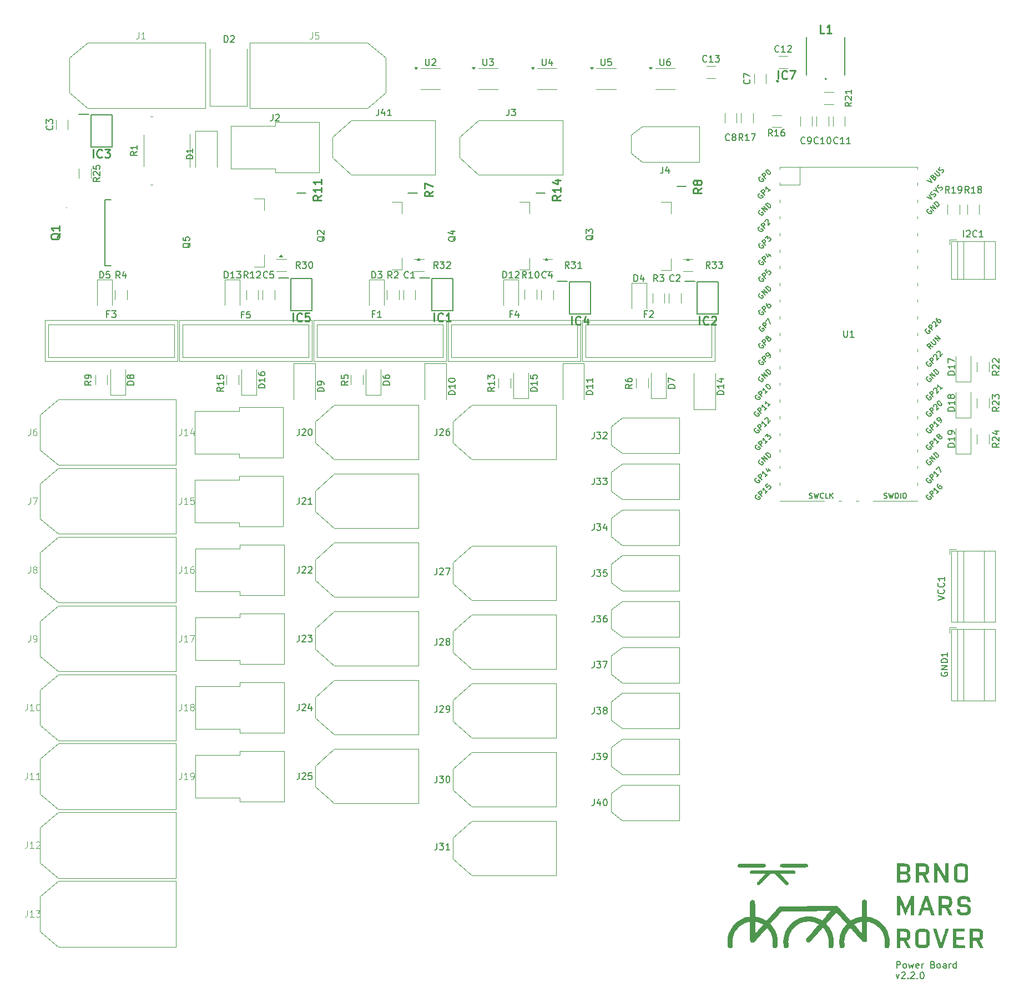
<source format=gbr>
%TF.GenerationSoftware,KiCad,Pcbnew,8.0.6*%
%TF.CreationDate,2024-12-28T22:05:25+01:00*%
%TF.ProjectId,PowerBoard,506f7765-7242-46f6-9172-642e6b696361,rev?*%
%TF.SameCoordinates,Original*%
%TF.FileFunction,Legend,Top*%
%TF.FilePolarity,Positive*%
%FSLAX46Y46*%
G04 Gerber Fmt 4.6, Leading zero omitted, Abs format (unit mm)*
G04 Created by KiCad (PCBNEW 8.0.6) date 2024-12-28 22:05:25*
%MOMM*%
%LPD*%
G01*
G04 APERTURE LIST*
%ADD10C,0.150000*%
%ADD11C,0.100000*%
%ADD12C,0.254000*%
%ADD13C,0.120000*%
%ADD14C,0.200000*%
%ADD15C,0.000000*%
%ADD16C,0.250000*%
G04 APERTURE END LIST*
D10*
X158336779Y-162759875D02*
X158336779Y-161759875D01*
X158336779Y-161759875D02*
X158717731Y-161759875D01*
X158717731Y-161759875D02*
X158812969Y-161807494D01*
X158812969Y-161807494D02*
X158860588Y-161855113D01*
X158860588Y-161855113D02*
X158908207Y-161950351D01*
X158908207Y-161950351D02*
X158908207Y-162093208D01*
X158908207Y-162093208D02*
X158860588Y-162188446D01*
X158860588Y-162188446D02*
X158812969Y-162236065D01*
X158812969Y-162236065D02*
X158717731Y-162283684D01*
X158717731Y-162283684D02*
X158336779Y-162283684D01*
X159479636Y-162759875D02*
X159384398Y-162712256D01*
X159384398Y-162712256D02*
X159336779Y-162664636D01*
X159336779Y-162664636D02*
X159289160Y-162569398D01*
X159289160Y-162569398D02*
X159289160Y-162283684D01*
X159289160Y-162283684D02*
X159336779Y-162188446D01*
X159336779Y-162188446D02*
X159384398Y-162140827D01*
X159384398Y-162140827D02*
X159479636Y-162093208D01*
X159479636Y-162093208D02*
X159622493Y-162093208D01*
X159622493Y-162093208D02*
X159717731Y-162140827D01*
X159717731Y-162140827D02*
X159765350Y-162188446D01*
X159765350Y-162188446D02*
X159812969Y-162283684D01*
X159812969Y-162283684D02*
X159812969Y-162569398D01*
X159812969Y-162569398D02*
X159765350Y-162664636D01*
X159765350Y-162664636D02*
X159717731Y-162712256D01*
X159717731Y-162712256D02*
X159622493Y-162759875D01*
X159622493Y-162759875D02*
X159479636Y-162759875D01*
X160146303Y-162093208D02*
X160336779Y-162759875D01*
X160336779Y-162759875D02*
X160527255Y-162283684D01*
X160527255Y-162283684D02*
X160717731Y-162759875D01*
X160717731Y-162759875D02*
X160908207Y-162093208D01*
X161670112Y-162712256D02*
X161574874Y-162759875D01*
X161574874Y-162759875D02*
X161384398Y-162759875D01*
X161384398Y-162759875D02*
X161289160Y-162712256D01*
X161289160Y-162712256D02*
X161241541Y-162617017D01*
X161241541Y-162617017D02*
X161241541Y-162236065D01*
X161241541Y-162236065D02*
X161289160Y-162140827D01*
X161289160Y-162140827D02*
X161384398Y-162093208D01*
X161384398Y-162093208D02*
X161574874Y-162093208D01*
X161574874Y-162093208D02*
X161670112Y-162140827D01*
X161670112Y-162140827D02*
X161717731Y-162236065D01*
X161717731Y-162236065D02*
X161717731Y-162331303D01*
X161717731Y-162331303D02*
X161241541Y-162426541D01*
X162146303Y-162759875D02*
X162146303Y-162093208D01*
X162146303Y-162283684D02*
X162193922Y-162188446D01*
X162193922Y-162188446D02*
X162241541Y-162140827D01*
X162241541Y-162140827D02*
X162336779Y-162093208D01*
X162336779Y-162093208D02*
X162432017Y-162093208D01*
X163860589Y-162236065D02*
X164003446Y-162283684D01*
X164003446Y-162283684D02*
X164051065Y-162331303D01*
X164051065Y-162331303D02*
X164098684Y-162426541D01*
X164098684Y-162426541D02*
X164098684Y-162569398D01*
X164098684Y-162569398D02*
X164051065Y-162664636D01*
X164051065Y-162664636D02*
X164003446Y-162712256D01*
X164003446Y-162712256D02*
X163908208Y-162759875D01*
X163908208Y-162759875D02*
X163527256Y-162759875D01*
X163527256Y-162759875D02*
X163527256Y-161759875D01*
X163527256Y-161759875D02*
X163860589Y-161759875D01*
X163860589Y-161759875D02*
X163955827Y-161807494D01*
X163955827Y-161807494D02*
X164003446Y-161855113D01*
X164003446Y-161855113D02*
X164051065Y-161950351D01*
X164051065Y-161950351D02*
X164051065Y-162045589D01*
X164051065Y-162045589D02*
X164003446Y-162140827D01*
X164003446Y-162140827D02*
X163955827Y-162188446D01*
X163955827Y-162188446D02*
X163860589Y-162236065D01*
X163860589Y-162236065D02*
X163527256Y-162236065D01*
X164670113Y-162759875D02*
X164574875Y-162712256D01*
X164574875Y-162712256D02*
X164527256Y-162664636D01*
X164527256Y-162664636D02*
X164479637Y-162569398D01*
X164479637Y-162569398D02*
X164479637Y-162283684D01*
X164479637Y-162283684D02*
X164527256Y-162188446D01*
X164527256Y-162188446D02*
X164574875Y-162140827D01*
X164574875Y-162140827D02*
X164670113Y-162093208D01*
X164670113Y-162093208D02*
X164812970Y-162093208D01*
X164812970Y-162093208D02*
X164908208Y-162140827D01*
X164908208Y-162140827D02*
X164955827Y-162188446D01*
X164955827Y-162188446D02*
X165003446Y-162283684D01*
X165003446Y-162283684D02*
X165003446Y-162569398D01*
X165003446Y-162569398D02*
X164955827Y-162664636D01*
X164955827Y-162664636D02*
X164908208Y-162712256D01*
X164908208Y-162712256D02*
X164812970Y-162759875D01*
X164812970Y-162759875D02*
X164670113Y-162759875D01*
X165860589Y-162759875D02*
X165860589Y-162236065D01*
X165860589Y-162236065D02*
X165812970Y-162140827D01*
X165812970Y-162140827D02*
X165717732Y-162093208D01*
X165717732Y-162093208D02*
X165527256Y-162093208D01*
X165527256Y-162093208D02*
X165432018Y-162140827D01*
X165860589Y-162712256D02*
X165765351Y-162759875D01*
X165765351Y-162759875D02*
X165527256Y-162759875D01*
X165527256Y-162759875D02*
X165432018Y-162712256D01*
X165432018Y-162712256D02*
X165384399Y-162617017D01*
X165384399Y-162617017D02*
X165384399Y-162521779D01*
X165384399Y-162521779D02*
X165432018Y-162426541D01*
X165432018Y-162426541D02*
X165527256Y-162378922D01*
X165527256Y-162378922D02*
X165765351Y-162378922D01*
X165765351Y-162378922D02*
X165860589Y-162331303D01*
X166336780Y-162759875D02*
X166336780Y-162093208D01*
X166336780Y-162283684D02*
X166384399Y-162188446D01*
X166384399Y-162188446D02*
X166432018Y-162140827D01*
X166432018Y-162140827D02*
X166527256Y-162093208D01*
X166527256Y-162093208D02*
X166622494Y-162093208D01*
X167384399Y-162759875D02*
X167384399Y-161759875D01*
X167384399Y-162712256D02*
X167289161Y-162759875D01*
X167289161Y-162759875D02*
X167098685Y-162759875D01*
X167098685Y-162759875D02*
X167003447Y-162712256D01*
X167003447Y-162712256D02*
X166955828Y-162664636D01*
X166955828Y-162664636D02*
X166908209Y-162569398D01*
X166908209Y-162569398D02*
X166908209Y-162283684D01*
X166908209Y-162283684D02*
X166955828Y-162188446D01*
X166955828Y-162188446D02*
X167003447Y-162140827D01*
X167003447Y-162140827D02*
X167098685Y-162093208D01*
X167098685Y-162093208D02*
X167289161Y-162093208D01*
X167289161Y-162093208D02*
X167384399Y-162140827D01*
X158241541Y-163703152D02*
X158479636Y-164369819D01*
X158479636Y-164369819D02*
X158717731Y-163703152D01*
X159051065Y-163465057D02*
X159098684Y-163417438D01*
X159098684Y-163417438D02*
X159193922Y-163369819D01*
X159193922Y-163369819D02*
X159432017Y-163369819D01*
X159432017Y-163369819D02*
X159527255Y-163417438D01*
X159527255Y-163417438D02*
X159574874Y-163465057D01*
X159574874Y-163465057D02*
X159622493Y-163560295D01*
X159622493Y-163560295D02*
X159622493Y-163655533D01*
X159622493Y-163655533D02*
X159574874Y-163798390D01*
X159574874Y-163798390D02*
X159003446Y-164369819D01*
X159003446Y-164369819D02*
X159622493Y-164369819D01*
X160051065Y-164274580D02*
X160098684Y-164322200D01*
X160098684Y-164322200D02*
X160051065Y-164369819D01*
X160051065Y-164369819D02*
X160003446Y-164322200D01*
X160003446Y-164322200D02*
X160051065Y-164274580D01*
X160051065Y-164274580D02*
X160051065Y-164369819D01*
X160479636Y-163465057D02*
X160527255Y-163417438D01*
X160527255Y-163417438D02*
X160622493Y-163369819D01*
X160622493Y-163369819D02*
X160860588Y-163369819D01*
X160860588Y-163369819D02*
X160955826Y-163417438D01*
X160955826Y-163417438D02*
X161003445Y-163465057D01*
X161003445Y-163465057D02*
X161051064Y-163560295D01*
X161051064Y-163560295D02*
X161051064Y-163655533D01*
X161051064Y-163655533D02*
X161003445Y-163798390D01*
X161003445Y-163798390D02*
X160432017Y-164369819D01*
X160432017Y-164369819D02*
X161051064Y-164369819D01*
X161479636Y-164274580D02*
X161527255Y-164322200D01*
X161527255Y-164322200D02*
X161479636Y-164369819D01*
X161479636Y-164369819D02*
X161432017Y-164322200D01*
X161432017Y-164322200D02*
X161479636Y-164274580D01*
X161479636Y-164274580D02*
X161479636Y-164369819D01*
X162146302Y-163369819D02*
X162241540Y-163369819D01*
X162241540Y-163369819D02*
X162336778Y-163417438D01*
X162336778Y-163417438D02*
X162384397Y-163465057D01*
X162384397Y-163465057D02*
X162432016Y-163560295D01*
X162432016Y-163560295D02*
X162479635Y-163750771D01*
X162479635Y-163750771D02*
X162479635Y-163988866D01*
X162479635Y-163988866D02*
X162432016Y-164179342D01*
X162432016Y-164179342D02*
X162384397Y-164274580D01*
X162384397Y-164274580D02*
X162336778Y-164322200D01*
X162336778Y-164322200D02*
X162241540Y-164369819D01*
X162241540Y-164369819D02*
X162146302Y-164369819D01*
X162146302Y-164369819D02*
X162051064Y-164322200D01*
X162051064Y-164322200D02*
X162003445Y-164274580D01*
X162003445Y-164274580D02*
X161955826Y-164179342D01*
X161955826Y-164179342D02*
X161908207Y-163988866D01*
X161908207Y-163988866D02*
X161908207Y-163750771D01*
X161908207Y-163750771D02*
X161955826Y-163560295D01*
X161955826Y-163560295D02*
X162003445Y-163465057D01*
X162003445Y-163465057D02*
X162051064Y-163417438D01*
X162051064Y-163417438D02*
X162146302Y-163369819D01*
X112190476Y-115954819D02*
X112190476Y-116669104D01*
X112190476Y-116669104D02*
X112142857Y-116811961D01*
X112142857Y-116811961D02*
X112047619Y-116907200D01*
X112047619Y-116907200D02*
X111904762Y-116954819D01*
X111904762Y-116954819D02*
X111809524Y-116954819D01*
X112571429Y-115954819D02*
X113190476Y-115954819D01*
X113190476Y-115954819D02*
X112857143Y-116335771D01*
X112857143Y-116335771D02*
X113000000Y-116335771D01*
X113000000Y-116335771D02*
X113095238Y-116383390D01*
X113095238Y-116383390D02*
X113142857Y-116431009D01*
X113142857Y-116431009D02*
X113190476Y-116526247D01*
X113190476Y-116526247D02*
X113190476Y-116764342D01*
X113190476Y-116764342D02*
X113142857Y-116859580D01*
X113142857Y-116859580D02*
X113095238Y-116907200D01*
X113095238Y-116907200D02*
X113000000Y-116954819D01*
X113000000Y-116954819D02*
X112714286Y-116954819D01*
X112714286Y-116954819D02*
X112619048Y-116907200D01*
X112619048Y-116907200D02*
X112571429Y-116859580D01*
X113523810Y-115954819D02*
X114190476Y-115954819D01*
X114190476Y-115954819D02*
X113761905Y-116954819D01*
X112190476Y-108954819D02*
X112190476Y-109669104D01*
X112190476Y-109669104D02*
X112142857Y-109811961D01*
X112142857Y-109811961D02*
X112047619Y-109907200D01*
X112047619Y-109907200D02*
X111904762Y-109954819D01*
X111904762Y-109954819D02*
X111809524Y-109954819D01*
X112571429Y-108954819D02*
X113190476Y-108954819D01*
X113190476Y-108954819D02*
X112857143Y-109335771D01*
X112857143Y-109335771D02*
X113000000Y-109335771D01*
X113000000Y-109335771D02*
X113095238Y-109383390D01*
X113095238Y-109383390D02*
X113142857Y-109431009D01*
X113142857Y-109431009D02*
X113190476Y-109526247D01*
X113190476Y-109526247D02*
X113190476Y-109764342D01*
X113190476Y-109764342D02*
X113142857Y-109859580D01*
X113142857Y-109859580D02*
X113095238Y-109907200D01*
X113095238Y-109907200D02*
X113000000Y-109954819D01*
X113000000Y-109954819D02*
X112714286Y-109954819D01*
X112714286Y-109954819D02*
X112619048Y-109907200D01*
X112619048Y-109907200D02*
X112571429Y-109859580D01*
X114047619Y-108954819D02*
X113857143Y-108954819D01*
X113857143Y-108954819D02*
X113761905Y-109002438D01*
X113761905Y-109002438D02*
X113714286Y-109050057D01*
X113714286Y-109050057D02*
X113619048Y-109192914D01*
X113619048Y-109192914D02*
X113571429Y-109383390D01*
X113571429Y-109383390D02*
X113571429Y-109764342D01*
X113571429Y-109764342D02*
X113619048Y-109859580D01*
X113619048Y-109859580D02*
X113666667Y-109907200D01*
X113666667Y-109907200D02*
X113761905Y-109954819D01*
X113761905Y-109954819D02*
X113952381Y-109954819D01*
X113952381Y-109954819D02*
X114047619Y-109907200D01*
X114047619Y-109907200D02*
X114095238Y-109859580D01*
X114095238Y-109859580D02*
X114142857Y-109764342D01*
X114142857Y-109764342D02*
X114142857Y-109526247D01*
X114142857Y-109526247D02*
X114095238Y-109431009D01*
X114095238Y-109431009D02*
X114047619Y-109383390D01*
X114047619Y-109383390D02*
X113952381Y-109335771D01*
X113952381Y-109335771D02*
X113761905Y-109335771D01*
X113761905Y-109335771D02*
X113666667Y-109383390D01*
X113666667Y-109383390D02*
X113619048Y-109431009D01*
X113619048Y-109431009D02*
X113571429Y-109526247D01*
X112190476Y-101954819D02*
X112190476Y-102669104D01*
X112190476Y-102669104D02*
X112142857Y-102811961D01*
X112142857Y-102811961D02*
X112047619Y-102907200D01*
X112047619Y-102907200D02*
X111904762Y-102954819D01*
X111904762Y-102954819D02*
X111809524Y-102954819D01*
X112571429Y-101954819D02*
X113190476Y-101954819D01*
X113190476Y-101954819D02*
X112857143Y-102335771D01*
X112857143Y-102335771D02*
X113000000Y-102335771D01*
X113000000Y-102335771D02*
X113095238Y-102383390D01*
X113095238Y-102383390D02*
X113142857Y-102431009D01*
X113142857Y-102431009D02*
X113190476Y-102526247D01*
X113190476Y-102526247D02*
X113190476Y-102764342D01*
X113190476Y-102764342D02*
X113142857Y-102859580D01*
X113142857Y-102859580D02*
X113095238Y-102907200D01*
X113095238Y-102907200D02*
X113000000Y-102954819D01*
X113000000Y-102954819D02*
X112714286Y-102954819D01*
X112714286Y-102954819D02*
X112619048Y-102907200D01*
X112619048Y-102907200D02*
X112571429Y-102859580D01*
X114095238Y-101954819D02*
X113619048Y-101954819D01*
X113619048Y-101954819D02*
X113571429Y-102431009D01*
X113571429Y-102431009D02*
X113619048Y-102383390D01*
X113619048Y-102383390D02*
X113714286Y-102335771D01*
X113714286Y-102335771D02*
X113952381Y-102335771D01*
X113952381Y-102335771D02*
X114047619Y-102383390D01*
X114047619Y-102383390D02*
X114095238Y-102431009D01*
X114095238Y-102431009D02*
X114142857Y-102526247D01*
X114142857Y-102526247D02*
X114142857Y-102764342D01*
X114142857Y-102764342D02*
X114095238Y-102859580D01*
X114095238Y-102859580D02*
X114047619Y-102907200D01*
X114047619Y-102907200D02*
X113952381Y-102954819D01*
X113952381Y-102954819D02*
X113714286Y-102954819D01*
X113714286Y-102954819D02*
X113619048Y-102907200D01*
X113619048Y-102907200D02*
X113571429Y-102859580D01*
X50550057Y-52095238D02*
X50502438Y-52190476D01*
X50502438Y-52190476D02*
X50407200Y-52285714D01*
X50407200Y-52285714D02*
X50264342Y-52428571D01*
X50264342Y-52428571D02*
X50216723Y-52523809D01*
X50216723Y-52523809D02*
X50216723Y-52619047D01*
X50454819Y-52571428D02*
X50407200Y-52666666D01*
X50407200Y-52666666D02*
X50311961Y-52761904D01*
X50311961Y-52761904D02*
X50121485Y-52809523D01*
X50121485Y-52809523D02*
X49788152Y-52809523D01*
X49788152Y-52809523D02*
X49597676Y-52761904D01*
X49597676Y-52761904D02*
X49502438Y-52666666D01*
X49502438Y-52666666D02*
X49454819Y-52571428D01*
X49454819Y-52571428D02*
X49454819Y-52380952D01*
X49454819Y-52380952D02*
X49502438Y-52285714D01*
X49502438Y-52285714D02*
X49597676Y-52190476D01*
X49597676Y-52190476D02*
X49788152Y-52142857D01*
X49788152Y-52142857D02*
X50121485Y-52142857D01*
X50121485Y-52142857D02*
X50311961Y-52190476D01*
X50311961Y-52190476D02*
X50407200Y-52285714D01*
X50407200Y-52285714D02*
X50454819Y-52380952D01*
X50454819Y-52380952D02*
X50454819Y-52571428D01*
X49454819Y-51238095D02*
X49454819Y-51714285D01*
X49454819Y-51714285D02*
X49931009Y-51761904D01*
X49931009Y-51761904D02*
X49883390Y-51714285D01*
X49883390Y-51714285D02*
X49835771Y-51619047D01*
X49835771Y-51619047D02*
X49835771Y-51380952D01*
X49835771Y-51380952D02*
X49883390Y-51285714D01*
X49883390Y-51285714D02*
X49931009Y-51238095D01*
X49931009Y-51238095D02*
X50026247Y-51190476D01*
X50026247Y-51190476D02*
X50264342Y-51190476D01*
X50264342Y-51190476D02*
X50359580Y-51238095D01*
X50359580Y-51238095D02*
X50407200Y-51285714D01*
X50407200Y-51285714D02*
X50454819Y-51380952D01*
X50454819Y-51380952D02*
X50454819Y-51619047D01*
X50454819Y-51619047D02*
X50407200Y-51714285D01*
X50407200Y-51714285D02*
X50359580Y-51761904D01*
X139357142Y-35774819D02*
X139023809Y-35298628D01*
X138785714Y-35774819D02*
X138785714Y-34774819D01*
X138785714Y-34774819D02*
X139166666Y-34774819D01*
X139166666Y-34774819D02*
X139261904Y-34822438D01*
X139261904Y-34822438D02*
X139309523Y-34870057D01*
X139309523Y-34870057D02*
X139357142Y-34965295D01*
X139357142Y-34965295D02*
X139357142Y-35108152D01*
X139357142Y-35108152D02*
X139309523Y-35203390D01*
X139309523Y-35203390D02*
X139261904Y-35251009D01*
X139261904Y-35251009D02*
X139166666Y-35298628D01*
X139166666Y-35298628D02*
X138785714Y-35298628D01*
X140309523Y-35774819D02*
X139738095Y-35774819D01*
X140023809Y-35774819D02*
X140023809Y-34774819D01*
X140023809Y-34774819D02*
X139928571Y-34917676D01*
X139928571Y-34917676D02*
X139833333Y-35012914D01*
X139833333Y-35012914D02*
X139738095Y-35060533D01*
X141166666Y-34774819D02*
X140976190Y-34774819D01*
X140976190Y-34774819D02*
X140880952Y-34822438D01*
X140880952Y-34822438D02*
X140833333Y-34870057D01*
X140833333Y-34870057D02*
X140738095Y-35012914D01*
X140738095Y-35012914D02*
X140690476Y-35203390D01*
X140690476Y-35203390D02*
X140690476Y-35584342D01*
X140690476Y-35584342D02*
X140738095Y-35679580D01*
X140738095Y-35679580D02*
X140785714Y-35727200D01*
X140785714Y-35727200D02*
X140880952Y-35774819D01*
X140880952Y-35774819D02*
X141071428Y-35774819D01*
X141071428Y-35774819D02*
X141166666Y-35727200D01*
X141166666Y-35727200D02*
X141214285Y-35679580D01*
X141214285Y-35679580D02*
X141261904Y-35584342D01*
X141261904Y-35584342D02*
X141261904Y-35346247D01*
X141261904Y-35346247D02*
X141214285Y-35251009D01*
X141214285Y-35251009D02*
X141166666Y-35203390D01*
X141166666Y-35203390D02*
X141071428Y-35155771D01*
X141071428Y-35155771D02*
X140880952Y-35155771D01*
X140880952Y-35155771D02*
X140785714Y-35203390D01*
X140785714Y-35203390D02*
X140738095Y-35251009D01*
X140738095Y-35251009D02*
X140690476Y-35346247D01*
X135859580Y-27166666D02*
X135907200Y-27214285D01*
X135907200Y-27214285D02*
X135954819Y-27357142D01*
X135954819Y-27357142D02*
X135954819Y-27452380D01*
X135954819Y-27452380D02*
X135907200Y-27595237D01*
X135907200Y-27595237D02*
X135811961Y-27690475D01*
X135811961Y-27690475D02*
X135716723Y-27738094D01*
X135716723Y-27738094D02*
X135526247Y-27785713D01*
X135526247Y-27785713D02*
X135383390Y-27785713D01*
X135383390Y-27785713D02*
X135192914Y-27738094D01*
X135192914Y-27738094D02*
X135097676Y-27690475D01*
X135097676Y-27690475D02*
X135002438Y-27595237D01*
X135002438Y-27595237D02*
X134954819Y-27452380D01*
X134954819Y-27452380D02*
X134954819Y-27357142D01*
X134954819Y-27357142D02*
X135002438Y-27214285D01*
X135002438Y-27214285D02*
X135050057Y-27166666D01*
X134954819Y-26833332D02*
X134954819Y-26166666D01*
X134954819Y-26166666D02*
X135954819Y-26595237D01*
X88190476Y-143704819D02*
X88190476Y-144419104D01*
X88190476Y-144419104D02*
X88142857Y-144561961D01*
X88142857Y-144561961D02*
X88047619Y-144657200D01*
X88047619Y-144657200D02*
X87904762Y-144704819D01*
X87904762Y-144704819D02*
X87809524Y-144704819D01*
X88571429Y-143704819D02*
X89190476Y-143704819D01*
X89190476Y-143704819D02*
X88857143Y-144085771D01*
X88857143Y-144085771D02*
X89000000Y-144085771D01*
X89000000Y-144085771D02*
X89095238Y-144133390D01*
X89095238Y-144133390D02*
X89142857Y-144181009D01*
X89142857Y-144181009D02*
X89190476Y-144276247D01*
X89190476Y-144276247D02*
X89190476Y-144514342D01*
X89190476Y-144514342D02*
X89142857Y-144609580D01*
X89142857Y-144609580D02*
X89095238Y-144657200D01*
X89095238Y-144657200D02*
X89000000Y-144704819D01*
X89000000Y-144704819D02*
X88714286Y-144704819D01*
X88714286Y-144704819D02*
X88619048Y-144657200D01*
X88619048Y-144657200D02*
X88571429Y-144609580D01*
X90142857Y-144704819D02*
X89571429Y-144704819D01*
X89857143Y-144704819D02*
X89857143Y-143704819D01*
X89857143Y-143704819D02*
X89761905Y-143847676D01*
X89761905Y-143847676D02*
X89666667Y-143942914D01*
X89666667Y-143942914D02*
X89571429Y-143990533D01*
X131954819Y-75214285D02*
X130954819Y-75214285D01*
X130954819Y-75214285D02*
X130954819Y-74976190D01*
X130954819Y-74976190D02*
X131002438Y-74833333D01*
X131002438Y-74833333D02*
X131097676Y-74738095D01*
X131097676Y-74738095D02*
X131192914Y-74690476D01*
X131192914Y-74690476D02*
X131383390Y-74642857D01*
X131383390Y-74642857D02*
X131526247Y-74642857D01*
X131526247Y-74642857D02*
X131716723Y-74690476D01*
X131716723Y-74690476D02*
X131811961Y-74738095D01*
X131811961Y-74738095D02*
X131907200Y-74833333D01*
X131907200Y-74833333D02*
X131954819Y-74976190D01*
X131954819Y-74976190D02*
X131954819Y-75214285D01*
X131954819Y-73690476D02*
X131954819Y-74261904D01*
X131954819Y-73976190D02*
X130954819Y-73976190D01*
X130954819Y-73976190D02*
X131097676Y-74071428D01*
X131097676Y-74071428D02*
X131192914Y-74166666D01*
X131192914Y-74166666D02*
X131240533Y-74261904D01*
X131288152Y-72833333D02*
X131954819Y-72833333D01*
X130907200Y-73071428D02*
X131621485Y-73309523D01*
X131621485Y-73309523D02*
X131621485Y-72690476D01*
X88190476Y-133454819D02*
X88190476Y-134169104D01*
X88190476Y-134169104D02*
X88142857Y-134311961D01*
X88142857Y-134311961D02*
X88047619Y-134407200D01*
X88047619Y-134407200D02*
X87904762Y-134454819D01*
X87904762Y-134454819D02*
X87809524Y-134454819D01*
X88571429Y-133454819D02*
X89190476Y-133454819D01*
X89190476Y-133454819D02*
X88857143Y-133835771D01*
X88857143Y-133835771D02*
X89000000Y-133835771D01*
X89000000Y-133835771D02*
X89095238Y-133883390D01*
X89095238Y-133883390D02*
X89142857Y-133931009D01*
X89142857Y-133931009D02*
X89190476Y-134026247D01*
X89190476Y-134026247D02*
X89190476Y-134264342D01*
X89190476Y-134264342D02*
X89142857Y-134359580D01*
X89142857Y-134359580D02*
X89095238Y-134407200D01*
X89095238Y-134407200D02*
X89000000Y-134454819D01*
X89000000Y-134454819D02*
X88714286Y-134454819D01*
X88714286Y-134454819D02*
X88619048Y-134407200D01*
X88619048Y-134407200D02*
X88571429Y-134359580D01*
X89809524Y-133454819D02*
X89904762Y-133454819D01*
X89904762Y-133454819D02*
X90000000Y-133502438D01*
X90000000Y-133502438D02*
X90047619Y-133550057D01*
X90047619Y-133550057D02*
X90095238Y-133645295D01*
X90095238Y-133645295D02*
X90142857Y-133835771D01*
X90142857Y-133835771D02*
X90142857Y-134073866D01*
X90142857Y-134073866D02*
X90095238Y-134264342D01*
X90095238Y-134264342D02*
X90047619Y-134359580D01*
X90047619Y-134359580D02*
X90000000Y-134407200D01*
X90000000Y-134407200D02*
X89904762Y-134454819D01*
X89904762Y-134454819D02*
X89809524Y-134454819D01*
X89809524Y-134454819D02*
X89714286Y-134407200D01*
X89714286Y-134407200D02*
X89666667Y-134359580D01*
X89666667Y-134359580D02*
X89619048Y-134264342D01*
X89619048Y-134264342D02*
X89571429Y-134073866D01*
X89571429Y-134073866D02*
X89571429Y-133835771D01*
X89571429Y-133835771D02*
X89619048Y-133645295D01*
X89619048Y-133645295D02*
X89666667Y-133550057D01*
X89666667Y-133550057D02*
X89714286Y-133502438D01*
X89714286Y-133502438D02*
X89809524Y-133454819D01*
X129857142Y-55954819D02*
X129523809Y-55478628D01*
X129285714Y-55954819D02*
X129285714Y-54954819D01*
X129285714Y-54954819D02*
X129666666Y-54954819D01*
X129666666Y-54954819D02*
X129761904Y-55002438D01*
X129761904Y-55002438D02*
X129809523Y-55050057D01*
X129809523Y-55050057D02*
X129857142Y-55145295D01*
X129857142Y-55145295D02*
X129857142Y-55288152D01*
X129857142Y-55288152D02*
X129809523Y-55383390D01*
X129809523Y-55383390D02*
X129761904Y-55431009D01*
X129761904Y-55431009D02*
X129666666Y-55478628D01*
X129666666Y-55478628D02*
X129285714Y-55478628D01*
X130190476Y-54954819D02*
X130809523Y-54954819D01*
X130809523Y-54954819D02*
X130476190Y-55335771D01*
X130476190Y-55335771D02*
X130619047Y-55335771D01*
X130619047Y-55335771D02*
X130714285Y-55383390D01*
X130714285Y-55383390D02*
X130761904Y-55431009D01*
X130761904Y-55431009D02*
X130809523Y-55526247D01*
X130809523Y-55526247D02*
X130809523Y-55764342D01*
X130809523Y-55764342D02*
X130761904Y-55859580D01*
X130761904Y-55859580D02*
X130714285Y-55907200D01*
X130714285Y-55907200D02*
X130619047Y-55954819D01*
X130619047Y-55954819D02*
X130333333Y-55954819D01*
X130333333Y-55954819D02*
X130238095Y-55907200D01*
X130238095Y-55907200D02*
X130190476Y-55859580D01*
X131142857Y-54954819D02*
X131761904Y-54954819D01*
X131761904Y-54954819D02*
X131428571Y-55335771D01*
X131428571Y-55335771D02*
X131571428Y-55335771D01*
X131571428Y-55335771D02*
X131666666Y-55383390D01*
X131666666Y-55383390D02*
X131714285Y-55431009D01*
X131714285Y-55431009D02*
X131761904Y-55526247D01*
X131761904Y-55526247D02*
X131761904Y-55764342D01*
X131761904Y-55764342D02*
X131714285Y-55859580D01*
X131714285Y-55859580D02*
X131666666Y-55907200D01*
X131666666Y-55907200D02*
X131571428Y-55954819D01*
X131571428Y-55954819D02*
X131285714Y-55954819D01*
X131285714Y-55954819D02*
X131190476Y-55907200D01*
X131190476Y-55907200D02*
X131142857Y-55859580D01*
X112190476Y-87954819D02*
X112190476Y-88669104D01*
X112190476Y-88669104D02*
X112142857Y-88811961D01*
X112142857Y-88811961D02*
X112047619Y-88907200D01*
X112047619Y-88907200D02*
X111904762Y-88954819D01*
X111904762Y-88954819D02*
X111809524Y-88954819D01*
X112571429Y-87954819D02*
X113190476Y-87954819D01*
X113190476Y-87954819D02*
X112857143Y-88335771D01*
X112857143Y-88335771D02*
X113000000Y-88335771D01*
X113000000Y-88335771D02*
X113095238Y-88383390D01*
X113095238Y-88383390D02*
X113142857Y-88431009D01*
X113142857Y-88431009D02*
X113190476Y-88526247D01*
X113190476Y-88526247D02*
X113190476Y-88764342D01*
X113190476Y-88764342D02*
X113142857Y-88859580D01*
X113142857Y-88859580D02*
X113095238Y-88907200D01*
X113095238Y-88907200D02*
X113000000Y-88954819D01*
X113000000Y-88954819D02*
X112714286Y-88954819D01*
X112714286Y-88954819D02*
X112619048Y-88907200D01*
X112619048Y-88907200D02*
X112571429Y-88859580D01*
X113523810Y-87954819D02*
X114142857Y-87954819D01*
X114142857Y-87954819D02*
X113809524Y-88335771D01*
X113809524Y-88335771D02*
X113952381Y-88335771D01*
X113952381Y-88335771D02*
X114047619Y-88383390D01*
X114047619Y-88383390D02*
X114095238Y-88431009D01*
X114095238Y-88431009D02*
X114142857Y-88526247D01*
X114142857Y-88526247D02*
X114142857Y-88764342D01*
X114142857Y-88764342D02*
X114095238Y-88859580D01*
X114095238Y-88859580D02*
X114047619Y-88907200D01*
X114047619Y-88907200D02*
X113952381Y-88954819D01*
X113952381Y-88954819D02*
X113666667Y-88954819D01*
X113666667Y-88954819D02*
X113571429Y-88907200D01*
X113571429Y-88907200D02*
X113523810Y-88859580D01*
X132833333Y-36359580D02*
X132785714Y-36407200D01*
X132785714Y-36407200D02*
X132642857Y-36454819D01*
X132642857Y-36454819D02*
X132547619Y-36454819D01*
X132547619Y-36454819D02*
X132404762Y-36407200D01*
X132404762Y-36407200D02*
X132309524Y-36311961D01*
X132309524Y-36311961D02*
X132261905Y-36216723D01*
X132261905Y-36216723D02*
X132214286Y-36026247D01*
X132214286Y-36026247D02*
X132214286Y-35883390D01*
X132214286Y-35883390D02*
X132261905Y-35692914D01*
X132261905Y-35692914D02*
X132309524Y-35597676D01*
X132309524Y-35597676D02*
X132404762Y-35502438D01*
X132404762Y-35502438D02*
X132547619Y-35454819D01*
X132547619Y-35454819D02*
X132642857Y-35454819D01*
X132642857Y-35454819D02*
X132785714Y-35502438D01*
X132785714Y-35502438D02*
X132833333Y-35550057D01*
X133404762Y-35883390D02*
X133309524Y-35835771D01*
X133309524Y-35835771D02*
X133261905Y-35788152D01*
X133261905Y-35788152D02*
X133214286Y-35692914D01*
X133214286Y-35692914D02*
X133214286Y-35645295D01*
X133214286Y-35645295D02*
X133261905Y-35550057D01*
X133261905Y-35550057D02*
X133309524Y-35502438D01*
X133309524Y-35502438D02*
X133404762Y-35454819D01*
X133404762Y-35454819D02*
X133595238Y-35454819D01*
X133595238Y-35454819D02*
X133690476Y-35502438D01*
X133690476Y-35502438D02*
X133738095Y-35550057D01*
X133738095Y-35550057D02*
X133785714Y-35645295D01*
X133785714Y-35645295D02*
X133785714Y-35692914D01*
X133785714Y-35692914D02*
X133738095Y-35788152D01*
X133738095Y-35788152D02*
X133690476Y-35835771D01*
X133690476Y-35835771D02*
X133595238Y-35883390D01*
X133595238Y-35883390D02*
X133404762Y-35883390D01*
X133404762Y-35883390D02*
X133309524Y-35931009D01*
X133309524Y-35931009D02*
X133261905Y-35978628D01*
X133261905Y-35978628D02*
X133214286Y-36073866D01*
X133214286Y-36073866D02*
X133214286Y-36264342D01*
X133214286Y-36264342D02*
X133261905Y-36359580D01*
X133261905Y-36359580D02*
X133309524Y-36407200D01*
X133309524Y-36407200D02*
X133404762Y-36454819D01*
X133404762Y-36454819D02*
X133595238Y-36454819D01*
X133595238Y-36454819D02*
X133690476Y-36407200D01*
X133690476Y-36407200D02*
X133738095Y-36359580D01*
X133738095Y-36359580D02*
X133785714Y-36264342D01*
X133785714Y-36264342D02*
X133785714Y-36073866D01*
X133785714Y-36073866D02*
X133738095Y-35978628D01*
X133738095Y-35978628D02*
X133690476Y-35931009D01*
X133690476Y-35931009D02*
X133595238Y-35883390D01*
D11*
X49190476Y-122457419D02*
X49190476Y-123171704D01*
X49190476Y-123171704D02*
X49142857Y-123314561D01*
X49142857Y-123314561D02*
X49047619Y-123409800D01*
X49047619Y-123409800D02*
X48904762Y-123457419D01*
X48904762Y-123457419D02*
X48809524Y-123457419D01*
X50190476Y-123457419D02*
X49619048Y-123457419D01*
X49904762Y-123457419D02*
X49904762Y-122457419D01*
X49904762Y-122457419D02*
X49809524Y-122600276D01*
X49809524Y-122600276D02*
X49714286Y-122695514D01*
X49714286Y-122695514D02*
X49619048Y-122743133D01*
X50761905Y-122885990D02*
X50666667Y-122838371D01*
X50666667Y-122838371D02*
X50619048Y-122790752D01*
X50619048Y-122790752D02*
X50571429Y-122695514D01*
X50571429Y-122695514D02*
X50571429Y-122647895D01*
X50571429Y-122647895D02*
X50619048Y-122552657D01*
X50619048Y-122552657D02*
X50666667Y-122505038D01*
X50666667Y-122505038D02*
X50761905Y-122457419D01*
X50761905Y-122457419D02*
X50952381Y-122457419D01*
X50952381Y-122457419D02*
X51047619Y-122505038D01*
X51047619Y-122505038D02*
X51095238Y-122552657D01*
X51095238Y-122552657D02*
X51142857Y-122647895D01*
X51142857Y-122647895D02*
X51142857Y-122695514D01*
X51142857Y-122695514D02*
X51095238Y-122790752D01*
X51095238Y-122790752D02*
X51047619Y-122838371D01*
X51047619Y-122838371D02*
X50952381Y-122885990D01*
X50952381Y-122885990D02*
X50761905Y-122885990D01*
X50761905Y-122885990D02*
X50666667Y-122933609D01*
X50666667Y-122933609D02*
X50619048Y-122981228D01*
X50619048Y-122981228D02*
X50571429Y-123076466D01*
X50571429Y-123076466D02*
X50571429Y-123266942D01*
X50571429Y-123266942D02*
X50619048Y-123362180D01*
X50619048Y-123362180D02*
X50666667Y-123409800D01*
X50666667Y-123409800D02*
X50761905Y-123457419D01*
X50761905Y-123457419D02*
X50952381Y-123457419D01*
X50952381Y-123457419D02*
X51047619Y-123409800D01*
X51047619Y-123409800D02*
X51095238Y-123362180D01*
X51095238Y-123362180D02*
X51142857Y-123266942D01*
X51142857Y-123266942D02*
X51142857Y-123076466D01*
X51142857Y-123076466D02*
X51095238Y-122981228D01*
X51095238Y-122981228D02*
X51047619Y-122933609D01*
X51047619Y-122933609D02*
X50952381Y-122885990D01*
X49190476Y-132957419D02*
X49190476Y-133671704D01*
X49190476Y-133671704D02*
X49142857Y-133814561D01*
X49142857Y-133814561D02*
X49047619Y-133909800D01*
X49047619Y-133909800D02*
X48904762Y-133957419D01*
X48904762Y-133957419D02*
X48809524Y-133957419D01*
X50190476Y-133957419D02*
X49619048Y-133957419D01*
X49904762Y-133957419D02*
X49904762Y-132957419D01*
X49904762Y-132957419D02*
X49809524Y-133100276D01*
X49809524Y-133100276D02*
X49714286Y-133195514D01*
X49714286Y-133195514D02*
X49619048Y-133243133D01*
X50666667Y-133957419D02*
X50857143Y-133957419D01*
X50857143Y-133957419D02*
X50952381Y-133909800D01*
X50952381Y-133909800D02*
X51000000Y-133862180D01*
X51000000Y-133862180D02*
X51095238Y-133719323D01*
X51095238Y-133719323D02*
X51142857Y-133528847D01*
X51142857Y-133528847D02*
X51142857Y-133147895D01*
X51142857Y-133147895D02*
X51095238Y-133052657D01*
X51095238Y-133052657D02*
X51047619Y-133005038D01*
X51047619Y-133005038D02*
X50952381Y-132957419D01*
X50952381Y-132957419D02*
X50761905Y-132957419D01*
X50761905Y-132957419D02*
X50666667Y-133005038D01*
X50666667Y-133005038D02*
X50619048Y-133052657D01*
X50619048Y-133052657D02*
X50571429Y-133147895D01*
X50571429Y-133147895D02*
X50571429Y-133385990D01*
X50571429Y-133385990D02*
X50619048Y-133481228D01*
X50619048Y-133481228D02*
X50666667Y-133528847D01*
X50666667Y-133528847D02*
X50761905Y-133576466D01*
X50761905Y-133576466D02*
X50952381Y-133576466D01*
X50952381Y-133576466D02*
X51047619Y-133528847D01*
X51047619Y-133528847D02*
X51095238Y-133481228D01*
X51095238Y-133481228D02*
X51142857Y-133385990D01*
D10*
X55761905Y-21454819D02*
X55761905Y-20454819D01*
X55761905Y-20454819D02*
X56000000Y-20454819D01*
X56000000Y-20454819D02*
X56142857Y-20502438D01*
X56142857Y-20502438D02*
X56238095Y-20597676D01*
X56238095Y-20597676D02*
X56285714Y-20692914D01*
X56285714Y-20692914D02*
X56333333Y-20883390D01*
X56333333Y-20883390D02*
X56333333Y-21026247D01*
X56333333Y-21026247D02*
X56285714Y-21216723D01*
X56285714Y-21216723D02*
X56238095Y-21311961D01*
X56238095Y-21311961D02*
X56142857Y-21407200D01*
X56142857Y-21407200D02*
X56000000Y-21454819D01*
X56000000Y-21454819D02*
X55761905Y-21454819D01*
X56714286Y-20550057D02*
X56761905Y-20502438D01*
X56761905Y-20502438D02*
X56857143Y-20454819D01*
X56857143Y-20454819D02*
X57095238Y-20454819D01*
X57095238Y-20454819D02*
X57190476Y-20502438D01*
X57190476Y-20502438D02*
X57238095Y-20550057D01*
X57238095Y-20550057D02*
X57285714Y-20645295D01*
X57285714Y-20645295D02*
X57285714Y-20740533D01*
X57285714Y-20740533D02*
X57238095Y-20883390D01*
X57238095Y-20883390D02*
X56666667Y-21454819D01*
X56666667Y-21454819D02*
X57285714Y-21454819D01*
X74634819Y-73166666D02*
X74158628Y-73499999D01*
X74634819Y-73738094D02*
X73634819Y-73738094D01*
X73634819Y-73738094D02*
X73634819Y-73357142D01*
X73634819Y-73357142D02*
X73682438Y-73261904D01*
X73682438Y-73261904D02*
X73730057Y-73214285D01*
X73730057Y-73214285D02*
X73825295Y-73166666D01*
X73825295Y-73166666D02*
X73968152Y-73166666D01*
X73968152Y-73166666D02*
X74063390Y-73214285D01*
X74063390Y-73214285D02*
X74111009Y-73261904D01*
X74111009Y-73261904D02*
X74158628Y-73357142D01*
X74158628Y-73357142D02*
X74158628Y-73738094D01*
X73634819Y-72261904D02*
X73634819Y-72738094D01*
X73634819Y-72738094D02*
X74111009Y-72785713D01*
X74111009Y-72785713D02*
X74063390Y-72738094D01*
X74063390Y-72738094D02*
X74015771Y-72642856D01*
X74015771Y-72642856D02*
X74015771Y-72404761D01*
X74015771Y-72404761D02*
X74063390Y-72309523D01*
X74063390Y-72309523D02*
X74111009Y-72261904D01*
X74111009Y-72261904D02*
X74206247Y-72214285D01*
X74206247Y-72214285D02*
X74444342Y-72214285D01*
X74444342Y-72214285D02*
X74539580Y-72261904D01*
X74539580Y-72261904D02*
X74587200Y-72309523D01*
X74587200Y-72309523D02*
X74634819Y-72404761D01*
X74634819Y-72404761D02*
X74634819Y-72642856D01*
X74634819Y-72642856D02*
X74587200Y-72738094D01*
X74587200Y-72738094D02*
X74539580Y-72785713D01*
X62333333Y-57359580D02*
X62285714Y-57407200D01*
X62285714Y-57407200D02*
X62142857Y-57454819D01*
X62142857Y-57454819D02*
X62047619Y-57454819D01*
X62047619Y-57454819D02*
X61904762Y-57407200D01*
X61904762Y-57407200D02*
X61809524Y-57311961D01*
X61809524Y-57311961D02*
X61761905Y-57216723D01*
X61761905Y-57216723D02*
X61714286Y-57026247D01*
X61714286Y-57026247D02*
X61714286Y-56883390D01*
X61714286Y-56883390D02*
X61761905Y-56692914D01*
X61761905Y-56692914D02*
X61809524Y-56597676D01*
X61809524Y-56597676D02*
X61904762Y-56502438D01*
X61904762Y-56502438D02*
X62047619Y-56454819D01*
X62047619Y-56454819D02*
X62142857Y-56454819D01*
X62142857Y-56454819D02*
X62285714Y-56502438D01*
X62285714Y-56502438D02*
X62333333Y-56550057D01*
X63238095Y-56454819D02*
X62761905Y-56454819D01*
X62761905Y-56454819D02*
X62714286Y-56931009D01*
X62714286Y-56931009D02*
X62761905Y-56883390D01*
X62761905Y-56883390D02*
X62857143Y-56835771D01*
X62857143Y-56835771D02*
X63095238Y-56835771D01*
X63095238Y-56835771D02*
X63190476Y-56883390D01*
X63190476Y-56883390D02*
X63238095Y-56931009D01*
X63238095Y-56931009D02*
X63285714Y-57026247D01*
X63285714Y-57026247D02*
X63285714Y-57264342D01*
X63285714Y-57264342D02*
X63238095Y-57359580D01*
X63238095Y-57359580D02*
X63190476Y-57407200D01*
X63190476Y-57407200D02*
X63095238Y-57454819D01*
X63095238Y-57454819D02*
X62857143Y-57454819D01*
X62857143Y-57454819D02*
X62761905Y-57407200D01*
X62761905Y-57407200D02*
X62714286Y-57359580D01*
D12*
X128574318Y-43711666D02*
X127969556Y-44135000D01*
X128574318Y-44437381D02*
X127304318Y-44437381D01*
X127304318Y-44437381D02*
X127304318Y-43953571D01*
X127304318Y-43953571D02*
X127364794Y-43832619D01*
X127364794Y-43832619D02*
X127425270Y-43772142D01*
X127425270Y-43772142D02*
X127546222Y-43711666D01*
X127546222Y-43711666D02*
X127727651Y-43711666D01*
X127727651Y-43711666D02*
X127848603Y-43772142D01*
X127848603Y-43772142D02*
X127909080Y-43832619D01*
X127909080Y-43832619D02*
X127969556Y-43953571D01*
X127969556Y-43953571D02*
X127969556Y-44437381D01*
X127848603Y-42985952D02*
X127788127Y-43106904D01*
X127788127Y-43106904D02*
X127727651Y-43167381D01*
X127727651Y-43167381D02*
X127606699Y-43227857D01*
X127606699Y-43227857D02*
X127546222Y-43227857D01*
X127546222Y-43227857D02*
X127425270Y-43167381D01*
X127425270Y-43167381D02*
X127364794Y-43106904D01*
X127364794Y-43106904D02*
X127304318Y-42985952D01*
X127304318Y-42985952D02*
X127304318Y-42744047D01*
X127304318Y-42744047D02*
X127364794Y-42623095D01*
X127364794Y-42623095D02*
X127425270Y-42562619D01*
X127425270Y-42562619D02*
X127546222Y-42502142D01*
X127546222Y-42502142D02*
X127606699Y-42502142D01*
X127606699Y-42502142D02*
X127727651Y-42562619D01*
X127727651Y-42562619D02*
X127788127Y-42623095D01*
X127788127Y-42623095D02*
X127848603Y-42744047D01*
X127848603Y-42744047D02*
X127848603Y-42985952D01*
X127848603Y-42985952D02*
X127909080Y-43106904D01*
X127909080Y-43106904D02*
X127969556Y-43167381D01*
X127969556Y-43167381D02*
X128090508Y-43227857D01*
X128090508Y-43227857D02*
X128332413Y-43227857D01*
X128332413Y-43227857D02*
X128453365Y-43167381D01*
X128453365Y-43167381D02*
X128513842Y-43106904D01*
X128513842Y-43106904D02*
X128574318Y-42985952D01*
X128574318Y-42985952D02*
X128574318Y-42744047D01*
X128574318Y-42744047D02*
X128513842Y-42623095D01*
X128513842Y-42623095D02*
X128453365Y-42562619D01*
X128453365Y-42562619D02*
X128332413Y-42502142D01*
X128332413Y-42502142D02*
X128090508Y-42502142D01*
X128090508Y-42502142D02*
X127969556Y-42562619D01*
X127969556Y-42562619D02*
X127909080Y-42623095D01*
X127909080Y-42623095D02*
X127848603Y-42744047D01*
D10*
X81333333Y-57454819D02*
X81000000Y-56978628D01*
X80761905Y-57454819D02*
X80761905Y-56454819D01*
X80761905Y-56454819D02*
X81142857Y-56454819D01*
X81142857Y-56454819D02*
X81238095Y-56502438D01*
X81238095Y-56502438D02*
X81285714Y-56550057D01*
X81285714Y-56550057D02*
X81333333Y-56645295D01*
X81333333Y-56645295D02*
X81333333Y-56788152D01*
X81333333Y-56788152D02*
X81285714Y-56883390D01*
X81285714Y-56883390D02*
X81238095Y-56931009D01*
X81238095Y-56931009D02*
X81142857Y-56978628D01*
X81142857Y-56978628D02*
X80761905Y-56978628D01*
X81714286Y-56550057D02*
X81761905Y-56502438D01*
X81761905Y-56502438D02*
X81857143Y-56454819D01*
X81857143Y-56454819D02*
X82095238Y-56454819D01*
X82095238Y-56454819D02*
X82190476Y-56502438D01*
X82190476Y-56502438D02*
X82238095Y-56550057D01*
X82238095Y-56550057D02*
X82285714Y-56645295D01*
X82285714Y-56645295D02*
X82285714Y-56740533D01*
X82285714Y-56740533D02*
X82238095Y-56883390D01*
X82238095Y-56883390D02*
X81666667Y-57454819D01*
X81666667Y-57454819D02*
X82285714Y-57454819D01*
X67190476Y-101454819D02*
X67190476Y-102169104D01*
X67190476Y-102169104D02*
X67142857Y-102311961D01*
X67142857Y-102311961D02*
X67047619Y-102407200D01*
X67047619Y-102407200D02*
X66904762Y-102454819D01*
X66904762Y-102454819D02*
X66809524Y-102454819D01*
X67619048Y-101550057D02*
X67666667Y-101502438D01*
X67666667Y-101502438D02*
X67761905Y-101454819D01*
X67761905Y-101454819D02*
X68000000Y-101454819D01*
X68000000Y-101454819D02*
X68095238Y-101502438D01*
X68095238Y-101502438D02*
X68142857Y-101550057D01*
X68142857Y-101550057D02*
X68190476Y-101645295D01*
X68190476Y-101645295D02*
X68190476Y-101740533D01*
X68190476Y-101740533D02*
X68142857Y-101883390D01*
X68142857Y-101883390D02*
X67571429Y-102454819D01*
X67571429Y-102454819D02*
X68190476Y-102454819D01*
X68571429Y-101550057D02*
X68619048Y-101502438D01*
X68619048Y-101502438D02*
X68714286Y-101454819D01*
X68714286Y-101454819D02*
X68952381Y-101454819D01*
X68952381Y-101454819D02*
X69047619Y-101502438D01*
X69047619Y-101502438D02*
X69095238Y-101550057D01*
X69095238Y-101550057D02*
X69142857Y-101645295D01*
X69142857Y-101645295D02*
X69142857Y-101740533D01*
X69142857Y-101740533D02*
X69095238Y-101883390D01*
X69095238Y-101883390D02*
X68523810Y-102454819D01*
X68523810Y-102454819D02*
X69142857Y-102454819D01*
D12*
X108760237Y-64574318D02*
X108760237Y-63304318D01*
X110090714Y-64453365D02*
X110030238Y-64513842D01*
X110030238Y-64513842D02*
X109848809Y-64574318D01*
X109848809Y-64574318D02*
X109727857Y-64574318D01*
X109727857Y-64574318D02*
X109546428Y-64513842D01*
X109546428Y-64513842D02*
X109425476Y-64392889D01*
X109425476Y-64392889D02*
X109364999Y-64271937D01*
X109364999Y-64271937D02*
X109304523Y-64030032D01*
X109304523Y-64030032D02*
X109304523Y-63848603D01*
X109304523Y-63848603D02*
X109364999Y-63606699D01*
X109364999Y-63606699D02*
X109425476Y-63485746D01*
X109425476Y-63485746D02*
X109546428Y-63364794D01*
X109546428Y-63364794D02*
X109727857Y-63304318D01*
X109727857Y-63304318D02*
X109848809Y-63304318D01*
X109848809Y-63304318D02*
X110030238Y-63364794D01*
X110030238Y-63364794D02*
X110090714Y-63425270D01*
X111179285Y-63727651D02*
X111179285Y-64574318D01*
X110876904Y-63243842D02*
X110574523Y-64150984D01*
X110574523Y-64150984D02*
X111360714Y-64150984D01*
D10*
X111954819Y-75214285D02*
X110954819Y-75214285D01*
X110954819Y-75214285D02*
X110954819Y-74976190D01*
X110954819Y-74976190D02*
X111002438Y-74833333D01*
X111002438Y-74833333D02*
X111097676Y-74738095D01*
X111097676Y-74738095D02*
X111192914Y-74690476D01*
X111192914Y-74690476D02*
X111383390Y-74642857D01*
X111383390Y-74642857D02*
X111526247Y-74642857D01*
X111526247Y-74642857D02*
X111716723Y-74690476D01*
X111716723Y-74690476D02*
X111811961Y-74738095D01*
X111811961Y-74738095D02*
X111907200Y-74833333D01*
X111907200Y-74833333D02*
X111954819Y-74976190D01*
X111954819Y-74976190D02*
X111954819Y-75214285D01*
X111954819Y-73690476D02*
X111954819Y-74261904D01*
X111954819Y-73976190D02*
X110954819Y-73976190D01*
X110954819Y-73976190D02*
X111097676Y-74071428D01*
X111097676Y-74071428D02*
X111192914Y-74166666D01*
X111192914Y-74166666D02*
X111240533Y-74261904D01*
X111954819Y-72738095D02*
X111954819Y-73309523D01*
X111954819Y-73023809D02*
X110954819Y-73023809D01*
X110954819Y-73023809D02*
X111097676Y-73119047D01*
X111097676Y-73119047D02*
X111192914Y-73214285D01*
X111192914Y-73214285D02*
X111240533Y-73309523D01*
D12*
X35760237Y-39074318D02*
X35760237Y-37804318D01*
X37090714Y-38953365D02*
X37030238Y-39013842D01*
X37030238Y-39013842D02*
X36848809Y-39074318D01*
X36848809Y-39074318D02*
X36727857Y-39074318D01*
X36727857Y-39074318D02*
X36546428Y-39013842D01*
X36546428Y-39013842D02*
X36425476Y-38892889D01*
X36425476Y-38892889D02*
X36364999Y-38771937D01*
X36364999Y-38771937D02*
X36304523Y-38530032D01*
X36304523Y-38530032D02*
X36304523Y-38348603D01*
X36304523Y-38348603D02*
X36364999Y-38106699D01*
X36364999Y-38106699D02*
X36425476Y-37985746D01*
X36425476Y-37985746D02*
X36546428Y-37864794D01*
X36546428Y-37864794D02*
X36727857Y-37804318D01*
X36727857Y-37804318D02*
X36848809Y-37804318D01*
X36848809Y-37804318D02*
X37030238Y-37864794D01*
X37030238Y-37864794D02*
X37090714Y-37925270D01*
X37514047Y-37804318D02*
X38300238Y-37804318D01*
X38300238Y-37804318D02*
X37876904Y-38288127D01*
X37876904Y-38288127D02*
X38058333Y-38288127D01*
X38058333Y-38288127D02*
X38179285Y-38348603D01*
X38179285Y-38348603D02*
X38239761Y-38409080D01*
X38239761Y-38409080D02*
X38300238Y-38530032D01*
X38300238Y-38530032D02*
X38300238Y-38832413D01*
X38300238Y-38832413D02*
X38239761Y-38953365D01*
X38239761Y-38953365D02*
X38179285Y-39013842D01*
X38179285Y-39013842D02*
X38058333Y-39074318D01*
X38058333Y-39074318D02*
X37695476Y-39074318D01*
X37695476Y-39074318D02*
X37574523Y-39013842D01*
X37574523Y-39013842D02*
X37514047Y-38953365D01*
D10*
X167134819Y-83214285D02*
X166134819Y-83214285D01*
X166134819Y-83214285D02*
X166134819Y-82976190D01*
X166134819Y-82976190D02*
X166182438Y-82833333D01*
X166182438Y-82833333D02*
X166277676Y-82738095D01*
X166277676Y-82738095D02*
X166372914Y-82690476D01*
X166372914Y-82690476D02*
X166563390Y-82642857D01*
X166563390Y-82642857D02*
X166706247Y-82642857D01*
X166706247Y-82642857D02*
X166896723Y-82690476D01*
X166896723Y-82690476D02*
X166991961Y-82738095D01*
X166991961Y-82738095D02*
X167087200Y-82833333D01*
X167087200Y-82833333D02*
X167134819Y-82976190D01*
X167134819Y-82976190D02*
X167134819Y-83214285D01*
X167134819Y-81690476D02*
X167134819Y-82261904D01*
X167134819Y-81976190D02*
X166134819Y-81976190D01*
X166134819Y-81976190D02*
X166277676Y-82071428D01*
X166277676Y-82071428D02*
X166372914Y-82166666D01*
X166372914Y-82166666D02*
X166420533Y-82261904D01*
X167134819Y-81214285D02*
X167134819Y-81023809D01*
X167134819Y-81023809D02*
X167087200Y-80928571D01*
X167087200Y-80928571D02*
X167039580Y-80880952D01*
X167039580Y-80880952D02*
X166896723Y-80785714D01*
X166896723Y-80785714D02*
X166706247Y-80738095D01*
X166706247Y-80738095D02*
X166325295Y-80738095D01*
X166325295Y-80738095D02*
X166230057Y-80785714D01*
X166230057Y-80785714D02*
X166182438Y-80833333D01*
X166182438Y-80833333D02*
X166134819Y-80928571D01*
X166134819Y-80928571D02*
X166134819Y-81119047D01*
X166134819Y-81119047D02*
X166182438Y-81214285D01*
X166182438Y-81214285D02*
X166230057Y-81261904D01*
X166230057Y-81261904D02*
X166325295Y-81309523D01*
X166325295Y-81309523D02*
X166563390Y-81309523D01*
X166563390Y-81309523D02*
X166658628Y-81261904D01*
X166658628Y-81261904D02*
X166706247Y-81214285D01*
X166706247Y-81214285D02*
X166753866Y-81119047D01*
X166753866Y-81119047D02*
X166753866Y-80928571D01*
X166753866Y-80928571D02*
X166706247Y-80833333D01*
X166706247Y-80833333D02*
X166658628Y-80785714D01*
X166658628Y-80785714D02*
X166563390Y-80738095D01*
D11*
X26166666Y-111957419D02*
X26166666Y-112671704D01*
X26166666Y-112671704D02*
X26119047Y-112814561D01*
X26119047Y-112814561D02*
X26023809Y-112909800D01*
X26023809Y-112909800D02*
X25880952Y-112957419D01*
X25880952Y-112957419D02*
X25785714Y-112957419D01*
X26690476Y-112957419D02*
X26880952Y-112957419D01*
X26880952Y-112957419D02*
X26976190Y-112909800D01*
X26976190Y-112909800D02*
X27023809Y-112862180D01*
X27023809Y-112862180D02*
X27119047Y-112719323D01*
X27119047Y-112719323D02*
X27166666Y-112528847D01*
X27166666Y-112528847D02*
X27166666Y-112147895D01*
X27166666Y-112147895D02*
X27119047Y-112052657D01*
X27119047Y-112052657D02*
X27071428Y-112005038D01*
X27071428Y-112005038D02*
X26976190Y-111957419D01*
X26976190Y-111957419D02*
X26785714Y-111957419D01*
X26785714Y-111957419D02*
X26690476Y-112005038D01*
X26690476Y-112005038D02*
X26642857Y-112052657D01*
X26642857Y-112052657D02*
X26595238Y-112147895D01*
X26595238Y-112147895D02*
X26595238Y-112385990D01*
X26595238Y-112385990D02*
X26642857Y-112481228D01*
X26642857Y-112481228D02*
X26690476Y-112528847D01*
X26690476Y-112528847D02*
X26785714Y-112576466D01*
X26785714Y-112576466D02*
X26976190Y-112576466D01*
X26976190Y-112576466D02*
X27071428Y-112528847D01*
X27071428Y-112528847D02*
X27119047Y-112481228D01*
X27119047Y-112481228D02*
X27166666Y-112385990D01*
D10*
X58666666Y-63031009D02*
X58333333Y-63031009D01*
X58333333Y-63554819D02*
X58333333Y-62554819D01*
X58333333Y-62554819D02*
X58809523Y-62554819D01*
X59666666Y-62554819D02*
X59190476Y-62554819D01*
X59190476Y-62554819D02*
X59142857Y-63031009D01*
X59142857Y-63031009D02*
X59190476Y-62983390D01*
X59190476Y-62983390D02*
X59285714Y-62935771D01*
X59285714Y-62935771D02*
X59523809Y-62935771D01*
X59523809Y-62935771D02*
X59619047Y-62983390D01*
X59619047Y-62983390D02*
X59666666Y-63031009D01*
X59666666Y-63031009D02*
X59714285Y-63126247D01*
X59714285Y-63126247D02*
X59714285Y-63364342D01*
X59714285Y-63364342D02*
X59666666Y-63459580D01*
X59666666Y-63459580D02*
X59619047Y-63507200D01*
X59619047Y-63507200D02*
X59523809Y-63554819D01*
X59523809Y-63554819D02*
X59285714Y-63554819D01*
X59285714Y-63554819D02*
X59190476Y-63507200D01*
X59190476Y-63507200D02*
X59142857Y-63459580D01*
X55785714Y-57454819D02*
X55785714Y-56454819D01*
X55785714Y-56454819D02*
X56023809Y-56454819D01*
X56023809Y-56454819D02*
X56166666Y-56502438D01*
X56166666Y-56502438D02*
X56261904Y-56597676D01*
X56261904Y-56597676D02*
X56309523Y-56692914D01*
X56309523Y-56692914D02*
X56357142Y-56883390D01*
X56357142Y-56883390D02*
X56357142Y-57026247D01*
X56357142Y-57026247D02*
X56309523Y-57216723D01*
X56309523Y-57216723D02*
X56261904Y-57311961D01*
X56261904Y-57311961D02*
X56166666Y-57407200D01*
X56166666Y-57407200D02*
X56023809Y-57454819D01*
X56023809Y-57454819D02*
X55785714Y-57454819D01*
X57309523Y-57454819D02*
X56738095Y-57454819D01*
X57023809Y-57454819D02*
X57023809Y-56454819D01*
X57023809Y-56454819D02*
X56928571Y-56597676D01*
X56928571Y-56597676D02*
X56833333Y-56692914D01*
X56833333Y-56692914D02*
X56738095Y-56740533D01*
X57642857Y-56454819D02*
X58261904Y-56454819D01*
X58261904Y-56454819D02*
X57928571Y-56835771D01*
X57928571Y-56835771D02*
X58071428Y-56835771D01*
X58071428Y-56835771D02*
X58166666Y-56883390D01*
X58166666Y-56883390D02*
X58214285Y-56931009D01*
X58214285Y-56931009D02*
X58261904Y-57026247D01*
X58261904Y-57026247D02*
X58261904Y-57264342D01*
X58261904Y-57264342D02*
X58214285Y-57359580D01*
X58214285Y-57359580D02*
X58166666Y-57407200D01*
X58166666Y-57407200D02*
X58071428Y-57454819D01*
X58071428Y-57454819D02*
X57785714Y-57454819D01*
X57785714Y-57454819D02*
X57690476Y-57407200D01*
X57690476Y-57407200D02*
X57642857Y-57359580D01*
X99666666Y-62931009D02*
X99333333Y-62931009D01*
X99333333Y-63454819D02*
X99333333Y-62454819D01*
X99333333Y-62454819D02*
X99809523Y-62454819D01*
X100619047Y-62788152D02*
X100619047Y-63454819D01*
X100380952Y-62407200D02*
X100142857Y-63121485D01*
X100142857Y-63121485D02*
X100761904Y-63121485D01*
X165152438Y-117648095D02*
X165104819Y-117743333D01*
X165104819Y-117743333D02*
X165104819Y-117886190D01*
X165104819Y-117886190D02*
X165152438Y-118029047D01*
X165152438Y-118029047D02*
X165247676Y-118124285D01*
X165247676Y-118124285D02*
X165342914Y-118171904D01*
X165342914Y-118171904D02*
X165533390Y-118219523D01*
X165533390Y-118219523D02*
X165676247Y-118219523D01*
X165676247Y-118219523D02*
X165866723Y-118171904D01*
X165866723Y-118171904D02*
X165961961Y-118124285D01*
X165961961Y-118124285D02*
X166057200Y-118029047D01*
X166057200Y-118029047D02*
X166104819Y-117886190D01*
X166104819Y-117886190D02*
X166104819Y-117790952D01*
X166104819Y-117790952D02*
X166057200Y-117648095D01*
X166057200Y-117648095D02*
X166009580Y-117600476D01*
X166009580Y-117600476D02*
X165676247Y-117600476D01*
X165676247Y-117600476D02*
X165676247Y-117790952D01*
X166104819Y-117171904D02*
X165104819Y-117171904D01*
X165104819Y-117171904D02*
X166104819Y-116600476D01*
X166104819Y-116600476D02*
X165104819Y-116600476D01*
X166104819Y-116124285D02*
X165104819Y-116124285D01*
X165104819Y-116124285D02*
X165104819Y-115886190D01*
X165104819Y-115886190D02*
X165152438Y-115743333D01*
X165152438Y-115743333D02*
X165247676Y-115648095D01*
X165247676Y-115648095D02*
X165342914Y-115600476D01*
X165342914Y-115600476D02*
X165533390Y-115552857D01*
X165533390Y-115552857D02*
X165676247Y-115552857D01*
X165676247Y-115552857D02*
X165866723Y-115600476D01*
X165866723Y-115600476D02*
X165961961Y-115648095D01*
X165961961Y-115648095D02*
X166057200Y-115743333D01*
X166057200Y-115743333D02*
X166104819Y-115886190D01*
X166104819Y-115886190D02*
X166104819Y-116124285D01*
X166104819Y-114600476D02*
X166104819Y-115171904D01*
X166104819Y-114886190D02*
X165104819Y-114886190D01*
X165104819Y-114886190D02*
X165247676Y-114981428D01*
X165247676Y-114981428D02*
X165342914Y-115076666D01*
X165342914Y-115076666D02*
X165390533Y-115171904D01*
X134857142Y-36454819D02*
X134523809Y-35978628D01*
X134285714Y-36454819D02*
X134285714Y-35454819D01*
X134285714Y-35454819D02*
X134666666Y-35454819D01*
X134666666Y-35454819D02*
X134761904Y-35502438D01*
X134761904Y-35502438D02*
X134809523Y-35550057D01*
X134809523Y-35550057D02*
X134857142Y-35645295D01*
X134857142Y-35645295D02*
X134857142Y-35788152D01*
X134857142Y-35788152D02*
X134809523Y-35883390D01*
X134809523Y-35883390D02*
X134761904Y-35931009D01*
X134761904Y-35931009D02*
X134666666Y-35978628D01*
X134666666Y-35978628D02*
X134285714Y-35978628D01*
X135809523Y-36454819D02*
X135238095Y-36454819D01*
X135523809Y-36454819D02*
X135523809Y-35454819D01*
X135523809Y-35454819D02*
X135428571Y-35597676D01*
X135428571Y-35597676D02*
X135333333Y-35692914D01*
X135333333Y-35692914D02*
X135238095Y-35740533D01*
X136142857Y-35454819D02*
X136809523Y-35454819D01*
X136809523Y-35454819D02*
X136380952Y-36454819D01*
X88190476Y-122704819D02*
X88190476Y-123419104D01*
X88190476Y-123419104D02*
X88142857Y-123561961D01*
X88142857Y-123561961D02*
X88047619Y-123657200D01*
X88047619Y-123657200D02*
X87904762Y-123704819D01*
X87904762Y-123704819D02*
X87809524Y-123704819D01*
X88619048Y-122800057D02*
X88666667Y-122752438D01*
X88666667Y-122752438D02*
X88761905Y-122704819D01*
X88761905Y-122704819D02*
X89000000Y-122704819D01*
X89000000Y-122704819D02*
X89095238Y-122752438D01*
X89095238Y-122752438D02*
X89142857Y-122800057D01*
X89142857Y-122800057D02*
X89190476Y-122895295D01*
X89190476Y-122895295D02*
X89190476Y-122990533D01*
X89190476Y-122990533D02*
X89142857Y-123133390D01*
X89142857Y-123133390D02*
X88571429Y-123704819D01*
X88571429Y-123704819D02*
X89190476Y-123704819D01*
X89666667Y-123704819D02*
X89857143Y-123704819D01*
X89857143Y-123704819D02*
X89952381Y-123657200D01*
X89952381Y-123657200D02*
X90000000Y-123609580D01*
X90000000Y-123609580D02*
X90095238Y-123466723D01*
X90095238Y-123466723D02*
X90142857Y-123276247D01*
X90142857Y-123276247D02*
X90142857Y-122895295D01*
X90142857Y-122895295D02*
X90095238Y-122800057D01*
X90095238Y-122800057D02*
X90047619Y-122752438D01*
X90047619Y-122752438D02*
X89952381Y-122704819D01*
X89952381Y-122704819D02*
X89761905Y-122704819D01*
X89761905Y-122704819D02*
X89666667Y-122752438D01*
X89666667Y-122752438D02*
X89619048Y-122800057D01*
X89619048Y-122800057D02*
X89571429Y-122895295D01*
X89571429Y-122895295D02*
X89571429Y-123133390D01*
X89571429Y-123133390D02*
X89619048Y-123228628D01*
X89619048Y-123228628D02*
X89666667Y-123276247D01*
X89666667Y-123276247D02*
X89761905Y-123323866D01*
X89761905Y-123323866D02*
X89952381Y-123323866D01*
X89952381Y-123323866D02*
X90047619Y-123276247D01*
X90047619Y-123276247D02*
X90095238Y-123228628D01*
X90095238Y-123228628D02*
X90142857Y-123133390D01*
X61954819Y-74214285D02*
X60954819Y-74214285D01*
X60954819Y-74214285D02*
X60954819Y-73976190D01*
X60954819Y-73976190D02*
X61002438Y-73833333D01*
X61002438Y-73833333D02*
X61097676Y-73738095D01*
X61097676Y-73738095D02*
X61192914Y-73690476D01*
X61192914Y-73690476D02*
X61383390Y-73642857D01*
X61383390Y-73642857D02*
X61526247Y-73642857D01*
X61526247Y-73642857D02*
X61716723Y-73690476D01*
X61716723Y-73690476D02*
X61811961Y-73738095D01*
X61811961Y-73738095D02*
X61907200Y-73833333D01*
X61907200Y-73833333D02*
X61954819Y-73976190D01*
X61954819Y-73976190D02*
X61954819Y-74214285D01*
X61954819Y-72690476D02*
X61954819Y-73261904D01*
X61954819Y-72976190D02*
X60954819Y-72976190D01*
X60954819Y-72976190D02*
X61097676Y-73071428D01*
X61097676Y-73071428D02*
X61192914Y-73166666D01*
X61192914Y-73166666D02*
X61240533Y-73261904D01*
X60954819Y-71833333D02*
X60954819Y-72023809D01*
X60954819Y-72023809D02*
X61002438Y-72119047D01*
X61002438Y-72119047D02*
X61050057Y-72166666D01*
X61050057Y-72166666D02*
X61192914Y-72261904D01*
X61192914Y-72261904D02*
X61383390Y-72309523D01*
X61383390Y-72309523D02*
X61764342Y-72309523D01*
X61764342Y-72309523D02*
X61859580Y-72261904D01*
X61859580Y-72261904D02*
X61907200Y-72214285D01*
X61907200Y-72214285D02*
X61954819Y-72119047D01*
X61954819Y-72119047D02*
X61954819Y-71928571D01*
X61954819Y-71928571D02*
X61907200Y-71833333D01*
X61907200Y-71833333D02*
X61859580Y-71785714D01*
X61859580Y-71785714D02*
X61764342Y-71738095D01*
X61764342Y-71738095D02*
X61526247Y-71738095D01*
X61526247Y-71738095D02*
X61431009Y-71785714D01*
X61431009Y-71785714D02*
X61383390Y-71833333D01*
X61383390Y-71833333D02*
X61335771Y-71928571D01*
X61335771Y-71928571D02*
X61335771Y-72119047D01*
X61335771Y-72119047D02*
X61383390Y-72214285D01*
X61383390Y-72214285D02*
X61431009Y-72261904D01*
X61431009Y-72261904D02*
X61526247Y-72309523D01*
D11*
X26166666Y-90957419D02*
X26166666Y-91671704D01*
X26166666Y-91671704D02*
X26119047Y-91814561D01*
X26119047Y-91814561D02*
X26023809Y-91909800D01*
X26023809Y-91909800D02*
X25880952Y-91957419D01*
X25880952Y-91957419D02*
X25785714Y-91957419D01*
X26547619Y-90957419D02*
X27214285Y-90957419D01*
X27214285Y-90957419D02*
X26785714Y-91957419D01*
D10*
X79290476Y-31654819D02*
X79290476Y-32369104D01*
X79290476Y-32369104D02*
X79242857Y-32511961D01*
X79242857Y-32511961D02*
X79147619Y-32607200D01*
X79147619Y-32607200D02*
X79004762Y-32654819D01*
X79004762Y-32654819D02*
X78909524Y-32654819D01*
X80195238Y-31988152D02*
X80195238Y-32654819D01*
X79957143Y-31607200D02*
X79719048Y-32321485D01*
X79719048Y-32321485D02*
X80338095Y-32321485D01*
X81242857Y-32654819D02*
X80671429Y-32654819D01*
X80957143Y-32654819D02*
X80957143Y-31654819D01*
X80957143Y-31654819D02*
X80861905Y-31797676D01*
X80861905Y-31797676D02*
X80766667Y-31892914D01*
X80766667Y-31892914D02*
X80671429Y-31940533D01*
X166357142Y-44454819D02*
X166023809Y-43978628D01*
X165785714Y-44454819D02*
X165785714Y-43454819D01*
X165785714Y-43454819D02*
X166166666Y-43454819D01*
X166166666Y-43454819D02*
X166261904Y-43502438D01*
X166261904Y-43502438D02*
X166309523Y-43550057D01*
X166309523Y-43550057D02*
X166357142Y-43645295D01*
X166357142Y-43645295D02*
X166357142Y-43788152D01*
X166357142Y-43788152D02*
X166309523Y-43883390D01*
X166309523Y-43883390D02*
X166261904Y-43931009D01*
X166261904Y-43931009D02*
X166166666Y-43978628D01*
X166166666Y-43978628D02*
X165785714Y-43978628D01*
X167309523Y-44454819D02*
X166738095Y-44454819D01*
X167023809Y-44454819D02*
X167023809Y-43454819D01*
X167023809Y-43454819D02*
X166928571Y-43597676D01*
X166928571Y-43597676D02*
X166833333Y-43692914D01*
X166833333Y-43692914D02*
X166738095Y-43740533D01*
X167785714Y-44454819D02*
X167976190Y-44454819D01*
X167976190Y-44454819D02*
X168071428Y-44407200D01*
X168071428Y-44407200D02*
X168119047Y-44359580D01*
X168119047Y-44359580D02*
X168214285Y-44216723D01*
X168214285Y-44216723D02*
X168261904Y-44026247D01*
X168261904Y-44026247D02*
X168261904Y-43645295D01*
X168261904Y-43645295D02*
X168214285Y-43550057D01*
X168214285Y-43550057D02*
X168166666Y-43502438D01*
X168166666Y-43502438D02*
X168071428Y-43454819D01*
X168071428Y-43454819D02*
X167880952Y-43454819D01*
X167880952Y-43454819D02*
X167785714Y-43502438D01*
X167785714Y-43502438D02*
X167738095Y-43550057D01*
X167738095Y-43550057D02*
X167690476Y-43645295D01*
X167690476Y-43645295D02*
X167690476Y-43883390D01*
X167690476Y-43883390D02*
X167738095Y-43978628D01*
X167738095Y-43978628D02*
X167785714Y-44026247D01*
X167785714Y-44026247D02*
X167880952Y-44073866D01*
X167880952Y-44073866D02*
X168071428Y-44073866D01*
X168071428Y-44073866D02*
X168166666Y-44026247D01*
X168166666Y-44026247D02*
X168214285Y-43978628D01*
X168214285Y-43978628D02*
X168261904Y-43883390D01*
X104238095Y-24004819D02*
X104238095Y-24814342D01*
X104238095Y-24814342D02*
X104285714Y-24909580D01*
X104285714Y-24909580D02*
X104333333Y-24957200D01*
X104333333Y-24957200D02*
X104428571Y-25004819D01*
X104428571Y-25004819D02*
X104619047Y-25004819D01*
X104619047Y-25004819D02*
X104714285Y-24957200D01*
X104714285Y-24957200D02*
X104761904Y-24909580D01*
X104761904Y-24909580D02*
X104809523Y-24814342D01*
X104809523Y-24814342D02*
X104809523Y-24004819D01*
X105714285Y-24338152D02*
X105714285Y-25004819D01*
X105476190Y-23957200D02*
X105238095Y-24671485D01*
X105238095Y-24671485D02*
X105857142Y-24671485D01*
X120166666Y-62931009D02*
X119833333Y-62931009D01*
X119833333Y-63454819D02*
X119833333Y-62454819D01*
X119833333Y-62454819D02*
X120309523Y-62454819D01*
X120642857Y-62550057D02*
X120690476Y-62502438D01*
X120690476Y-62502438D02*
X120785714Y-62454819D01*
X120785714Y-62454819D02*
X121023809Y-62454819D01*
X121023809Y-62454819D02*
X121119047Y-62502438D01*
X121119047Y-62502438D02*
X121166666Y-62550057D01*
X121166666Y-62550057D02*
X121214285Y-62645295D01*
X121214285Y-62645295D02*
X121214285Y-62740533D01*
X121214285Y-62740533D02*
X121166666Y-62883390D01*
X121166666Y-62883390D02*
X120595238Y-63454819D01*
X120595238Y-63454819D02*
X121214285Y-63454819D01*
X95238095Y-24004819D02*
X95238095Y-24814342D01*
X95238095Y-24814342D02*
X95285714Y-24909580D01*
X95285714Y-24909580D02*
X95333333Y-24957200D01*
X95333333Y-24957200D02*
X95428571Y-25004819D01*
X95428571Y-25004819D02*
X95619047Y-25004819D01*
X95619047Y-25004819D02*
X95714285Y-24957200D01*
X95714285Y-24957200D02*
X95761904Y-24909580D01*
X95761904Y-24909580D02*
X95809523Y-24814342D01*
X95809523Y-24814342D02*
X95809523Y-24004819D01*
X96190476Y-24004819D02*
X96809523Y-24004819D01*
X96809523Y-24004819D02*
X96476190Y-24385771D01*
X96476190Y-24385771D02*
X96619047Y-24385771D01*
X96619047Y-24385771D02*
X96714285Y-24433390D01*
X96714285Y-24433390D02*
X96761904Y-24481009D01*
X96761904Y-24481009D02*
X96809523Y-24576247D01*
X96809523Y-24576247D02*
X96809523Y-24814342D01*
X96809523Y-24814342D02*
X96761904Y-24909580D01*
X96761904Y-24909580D02*
X96714285Y-24957200D01*
X96714285Y-24957200D02*
X96619047Y-25004819D01*
X96619047Y-25004819D02*
X96333333Y-25004819D01*
X96333333Y-25004819D02*
X96238095Y-24957200D01*
X96238095Y-24957200D02*
X96190476Y-24909580D01*
D12*
X147288333Y-20074318D02*
X146683571Y-20074318D01*
X146683571Y-20074318D02*
X146683571Y-18804318D01*
X148376905Y-20074318D02*
X147651190Y-20074318D01*
X148014047Y-20074318D02*
X148014047Y-18804318D01*
X148014047Y-18804318D02*
X147893095Y-18985746D01*
X147893095Y-18985746D02*
X147772143Y-19106699D01*
X147772143Y-19106699D02*
X147651190Y-19167175D01*
D10*
X86438095Y-24004819D02*
X86438095Y-24814342D01*
X86438095Y-24814342D02*
X86485714Y-24909580D01*
X86485714Y-24909580D02*
X86533333Y-24957200D01*
X86533333Y-24957200D02*
X86628571Y-25004819D01*
X86628571Y-25004819D02*
X86819047Y-25004819D01*
X86819047Y-25004819D02*
X86914285Y-24957200D01*
X86914285Y-24957200D02*
X86961904Y-24909580D01*
X86961904Y-24909580D02*
X87009523Y-24814342D01*
X87009523Y-24814342D02*
X87009523Y-24004819D01*
X87438095Y-24100057D02*
X87485714Y-24052438D01*
X87485714Y-24052438D02*
X87580952Y-24004819D01*
X87580952Y-24004819D02*
X87819047Y-24004819D01*
X87819047Y-24004819D02*
X87914285Y-24052438D01*
X87914285Y-24052438D02*
X87961904Y-24100057D01*
X87961904Y-24100057D02*
X88009523Y-24195295D01*
X88009523Y-24195295D02*
X88009523Y-24290533D01*
X88009523Y-24290533D02*
X87961904Y-24433390D01*
X87961904Y-24433390D02*
X87390476Y-25004819D01*
X87390476Y-25004819D02*
X88009523Y-25004819D01*
D11*
X26166666Y-80457419D02*
X26166666Y-81171704D01*
X26166666Y-81171704D02*
X26119047Y-81314561D01*
X26119047Y-81314561D02*
X26023809Y-81409800D01*
X26023809Y-81409800D02*
X25880952Y-81457419D01*
X25880952Y-81457419D02*
X25785714Y-81457419D01*
X27071428Y-80457419D02*
X26880952Y-80457419D01*
X26880952Y-80457419D02*
X26785714Y-80505038D01*
X26785714Y-80505038D02*
X26738095Y-80552657D01*
X26738095Y-80552657D02*
X26642857Y-80695514D01*
X26642857Y-80695514D02*
X26595238Y-80885990D01*
X26595238Y-80885990D02*
X26595238Y-81266942D01*
X26595238Y-81266942D02*
X26642857Y-81362180D01*
X26642857Y-81362180D02*
X26690476Y-81409800D01*
X26690476Y-81409800D02*
X26785714Y-81457419D01*
X26785714Y-81457419D02*
X26976190Y-81457419D01*
X26976190Y-81457419D02*
X27071428Y-81409800D01*
X27071428Y-81409800D02*
X27119047Y-81362180D01*
X27119047Y-81362180D02*
X27166666Y-81266942D01*
X27166666Y-81266942D02*
X27166666Y-81028847D01*
X27166666Y-81028847D02*
X27119047Y-80933609D01*
X27119047Y-80933609D02*
X27071428Y-80885990D01*
X27071428Y-80885990D02*
X26976190Y-80838371D01*
X26976190Y-80838371D02*
X26785714Y-80838371D01*
X26785714Y-80838371D02*
X26690476Y-80885990D01*
X26690476Y-80885990D02*
X26642857Y-80933609D01*
X26642857Y-80933609D02*
X26595238Y-81028847D01*
D12*
X70574318Y-44816428D02*
X69969556Y-45239762D01*
X70574318Y-45542143D02*
X69304318Y-45542143D01*
X69304318Y-45542143D02*
X69304318Y-45058333D01*
X69304318Y-45058333D02*
X69364794Y-44937381D01*
X69364794Y-44937381D02*
X69425270Y-44876904D01*
X69425270Y-44876904D02*
X69546222Y-44816428D01*
X69546222Y-44816428D02*
X69727651Y-44816428D01*
X69727651Y-44816428D02*
X69848603Y-44876904D01*
X69848603Y-44876904D02*
X69909080Y-44937381D01*
X69909080Y-44937381D02*
X69969556Y-45058333D01*
X69969556Y-45058333D02*
X69969556Y-45542143D01*
X70574318Y-43606904D02*
X70574318Y-44332619D01*
X70574318Y-43969762D02*
X69304318Y-43969762D01*
X69304318Y-43969762D02*
X69485746Y-44090714D01*
X69485746Y-44090714D02*
X69606699Y-44211666D01*
X69606699Y-44211666D02*
X69667175Y-44332619D01*
X70574318Y-42397380D02*
X70574318Y-43123095D01*
X70574318Y-42760238D02*
X69304318Y-42760238D01*
X69304318Y-42760238D02*
X69485746Y-42881190D01*
X69485746Y-42881190D02*
X69606699Y-43002142D01*
X69606699Y-43002142D02*
X69667175Y-43123095D01*
D10*
X104833333Y-57359580D02*
X104785714Y-57407200D01*
X104785714Y-57407200D02*
X104642857Y-57454819D01*
X104642857Y-57454819D02*
X104547619Y-57454819D01*
X104547619Y-57454819D02*
X104404762Y-57407200D01*
X104404762Y-57407200D02*
X104309524Y-57311961D01*
X104309524Y-57311961D02*
X104261905Y-57216723D01*
X104261905Y-57216723D02*
X104214286Y-57026247D01*
X104214286Y-57026247D02*
X104214286Y-56883390D01*
X104214286Y-56883390D02*
X104261905Y-56692914D01*
X104261905Y-56692914D02*
X104309524Y-56597676D01*
X104309524Y-56597676D02*
X104404762Y-56502438D01*
X104404762Y-56502438D02*
X104547619Y-56454819D01*
X104547619Y-56454819D02*
X104642857Y-56454819D01*
X104642857Y-56454819D02*
X104785714Y-56502438D01*
X104785714Y-56502438D02*
X104833333Y-56550057D01*
X105690476Y-56788152D02*
X105690476Y-57454819D01*
X105452381Y-56407200D02*
X105214286Y-57121485D01*
X105214286Y-57121485D02*
X105833333Y-57121485D01*
X101825892Y-57417319D02*
X101492559Y-56941128D01*
X101254464Y-57417319D02*
X101254464Y-56417319D01*
X101254464Y-56417319D02*
X101635416Y-56417319D01*
X101635416Y-56417319D02*
X101730654Y-56464938D01*
X101730654Y-56464938D02*
X101778273Y-56512557D01*
X101778273Y-56512557D02*
X101825892Y-56607795D01*
X101825892Y-56607795D02*
X101825892Y-56750652D01*
X101825892Y-56750652D02*
X101778273Y-56845890D01*
X101778273Y-56845890D02*
X101730654Y-56893509D01*
X101730654Y-56893509D02*
X101635416Y-56941128D01*
X101635416Y-56941128D02*
X101254464Y-56941128D01*
X102778273Y-57417319D02*
X102206845Y-57417319D01*
X102492559Y-57417319D02*
X102492559Y-56417319D01*
X102492559Y-56417319D02*
X102397321Y-56560176D01*
X102397321Y-56560176D02*
X102302083Y-56655414D01*
X102302083Y-56655414D02*
X102206845Y-56703033D01*
X103397321Y-56417319D02*
X103492559Y-56417319D01*
X103492559Y-56417319D02*
X103587797Y-56464938D01*
X103587797Y-56464938D02*
X103635416Y-56512557D01*
X103635416Y-56512557D02*
X103683035Y-56607795D01*
X103683035Y-56607795D02*
X103730654Y-56798271D01*
X103730654Y-56798271D02*
X103730654Y-57036366D01*
X103730654Y-57036366D02*
X103683035Y-57226842D01*
X103683035Y-57226842D02*
X103635416Y-57322080D01*
X103635416Y-57322080D02*
X103587797Y-57369700D01*
X103587797Y-57369700D02*
X103492559Y-57417319D01*
X103492559Y-57417319D02*
X103397321Y-57417319D01*
X103397321Y-57417319D02*
X103302083Y-57369700D01*
X103302083Y-57369700D02*
X103254464Y-57322080D01*
X103254464Y-57322080D02*
X103206845Y-57226842D01*
X103206845Y-57226842D02*
X103159226Y-57036366D01*
X103159226Y-57036366D02*
X103159226Y-56798271D01*
X103159226Y-56798271D02*
X103206845Y-56607795D01*
X103206845Y-56607795D02*
X103254464Y-56512557D01*
X103254464Y-56512557D02*
X103302083Y-56464938D01*
X103302083Y-56464938D02*
X103397321Y-56417319D01*
X55634819Y-74142857D02*
X55158628Y-74476190D01*
X55634819Y-74714285D02*
X54634819Y-74714285D01*
X54634819Y-74714285D02*
X54634819Y-74333333D01*
X54634819Y-74333333D02*
X54682438Y-74238095D01*
X54682438Y-74238095D02*
X54730057Y-74190476D01*
X54730057Y-74190476D02*
X54825295Y-74142857D01*
X54825295Y-74142857D02*
X54968152Y-74142857D01*
X54968152Y-74142857D02*
X55063390Y-74190476D01*
X55063390Y-74190476D02*
X55111009Y-74238095D01*
X55111009Y-74238095D02*
X55158628Y-74333333D01*
X55158628Y-74333333D02*
X55158628Y-74714285D01*
X55634819Y-73190476D02*
X55634819Y-73761904D01*
X55634819Y-73476190D02*
X54634819Y-73476190D01*
X54634819Y-73476190D02*
X54777676Y-73571428D01*
X54777676Y-73571428D02*
X54872914Y-73666666D01*
X54872914Y-73666666D02*
X54920533Y-73761904D01*
X54634819Y-72285714D02*
X54634819Y-72761904D01*
X54634819Y-72761904D02*
X55111009Y-72809523D01*
X55111009Y-72809523D02*
X55063390Y-72761904D01*
X55063390Y-72761904D02*
X55015771Y-72666666D01*
X55015771Y-72666666D02*
X55015771Y-72428571D01*
X55015771Y-72428571D02*
X55063390Y-72333333D01*
X55063390Y-72333333D02*
X55111009Y-72285714D01*
X55111009Y-72285714D02*
X55206247Y-72238095D01*
X55206247Y-72238095D02*
X55444342Y-72238095D01*
X55444342Y-72238095D02*
X55539580Y-72285714D01*
X55539580Y-72285714D02*
X55587200Y-72333333D01*
X55587200Y-72333333D02*
X55634819Y-72428571D01*
X55634819Y-72428571D02*
X55634819Y-72666666D01*
X55634819Y-72666666D02*
X55587200Y-72761904D01*
X55587200Y-72761904D02*
X55539580Y-72809523D01*
X88190476Y-101704819D02*
X88190476Y-102419104D01*
X88190476Y-102419104D02*
X88142857Y-102561961D01*
X88142857Y-102561961D02*
X88047619Y-102657200D01*
X88047619Y-102657200D02*
X87904762Y-102704819D01*
X87904762Y-102704819D02*
X87809524Y-102704819D01*
X88619048Y-101800057D02*
X88666667Y-101752438D01*
X88666667Y-101752438D02*
X88761905Y-101704819D01*
X88761905Y-101704819D02*
X89000000Y-101704819D01*
X89000000Y-101704819D02*
X89095238Y-101752438D01*
X89095238Y-101752438D02*
X89142857Y-101800057D01*
X89142857Y-101800057D02*
X89190476Y-101895295D01*
X89190476Y-101895295D02*
X89190476Y-101990533D01*
X89190476Y-101990533D02*
X89142857Y-102133390D01*
X89142857Y-102133390D02*
X88571429Y-102704819D01*
X88571429Y-102704819D02*
X89190476Y-102704819D01*
X89523810Y-101704819D02*
X90190476Y-101704819D01*
X90190476Y-101704819D02*
X89761905Y-102704819D01*
X108357142Y-55954819D02*
X108023809Y-55478628D01*
X107785714Y-55954819D02*
X107785714Y-54954819D01*
X107785714Y-54954819D02*
X108166666Y-54954819D01*
X108166666Y-54954819D02*
X108261904Y-55002438D01*
X108261904Y-55002438D02*
X108309523Y-55050057D01*
X108309523Y-55050057D02*
X108357142Y-55145295D01*
X108357142Y-55145295D02*
X108357142Y-55288152D01*
X108357142Y-55288152D02*
X108309523Y-55383390D01*
X108309523Y-55383390D02*
X108261904Y-55431009D01*
X108261904Y-55431009D02*
X108166666Y-55478628D01*
X108166666Y-55478628D02*
X107785714Y-55478628D01*
X108690476Y-54954819D02*
X109309523Y-54954819D01*
X109309523Y-54954819D02*
X108976190Y-55335771D01*
X108976190Y-55335771D02*
X109119047Y-55335771D01*
X109119047Y-55335771D02*
X109214285Y-55383390D01*
X109214285Y-55383390D02*
X109261904Y-55431009D01*
X109261904Y-55431009D02*
X109309523Y-55526247D01*
X109309523Y-55526247D02*
X109309523Y-55764342D01*
X109309523Y-55764342D02*
X109261904Y-55859580D01*
X109261904Y-55859580D02*
X109214285Y-55907200D01*
X109214285Y-55907200D02*
X109119047Y-55954819D01*
X109119047Y-55954819D02*
X108833333Y-55954819D01*
X108833333Y-55954819D02*
X108738095Y-55907200D01*
X108738095Y-55907200D02*
X108690476Y-55859580D01*
X110261904Y-55954819D02*
X109690476Y-55954819D01*
X109976190Y-55954819D02*
X109976190Y-54954819D01*
X109976190Y-54954819D02*
X109880952Y-55097676D01*
X109880952Y-55097676D02*
X109785714Y-55192914D01*
X109785714Y-55192914D02*
X109690476Y-55240533D01*
X122666666Y-40454819D02*
X122666666Y-41169104D01*
X122666666Y-41169104D02*
X122619047Y-41311961D01*
X122619047Y-41311961D02*
X122523809Y-41407200D01*
X122523809Y-41407200D02*
X122380952Y-41454819D01*
X122380952Y-41454819D02*
X122285714Y-41454819D01*
X123571428Y-40788152D02*
X123571428Y-41454819D01*
X123333333Y-40407200D02*
X123095238Y-41121485D01*
X123095238Y-41121485D02*
X123714285Y-41121485D01*
D12*
X128260237Y-64574318D02*
X128260237Y-63304318D01*
X129590714Y-64453365D02*
X129530238Y-64513842D01*
X129530238Y-64513842D02*
X129348809Y-64574318D01*
X129348809Y-64574318D02*
X129227857Y-64574318D01*
X129227857Y-64574318D02*
X129046428Y-64513842D01*
X129046428Y-64513842D02*
X128925476Y-64392889D01*
X128925476Y-64392889D02*
X128864999Y-64271937D01*
X128864999Y-64271937D02*
X128804523Y-64030032D01*
X128804523Y-64030032D02*
X128804523Y-63848603D01*
X128804523Y-63848603D02*
X128864999Y-63606699D01*
X128864999Y-63606699D02*
X128925476Y-63485746D01*
X128925476Y-63485746D02*
X129046428Y-63364794D01*
X129046428Y-63364794D02*
X129227857Y-63304318D01*
X129227857Y-63304318D02*
X129348809Y-63304318D01*
X129348809Y-63304318D02*
X129530238Y-63364794D01*
X129530238Y-63364794D02*
X129590714Y-63425270D01*
X130074523Y-63425270D02*
X130134999Y-63364794D01*
X130134999Y-63364794D02*
X130255952Y-63304318D01*
X130255952Y-63304318D02*
X130558333Y-63304318D01*
X130558333Y-63304318D02*
X130679285Y-63364794D01*
X130679285Y-63364794D02*
X130739761Y-63425270D01*
X130739761Y-63425270D02*
X130800238Y-63546222D01*
X130800238Y-63546222D02*
X130800238Y-63667175D01*
X130800238Y-63667175D02*
X130739761Y-63848603D01*
X130739761Y-63848603D02*
X130014047Y-64574318D01*
X130014047Y-64574318D02*
X130800238Y-64574318D01*
X87574318Y-44211666D02*
X86969556Y-44635000D01*
X87574318Y-44937381D02*
X86304318Y-44937381D01*
X86304318Y-44937381D02*
X86304318Y-44453571D01*
X86304318Y-44453571D02*
X86364794Y-44332619D01*
X86364794Y-44332619D02*
X86425270Y-44272142D01*
X86425270Y-44272142D02*
X86546222Y-44211666D01*
X86546222Y-44211666D02*
X86727651Y-44211666D01*
X86727651Y-44211666D02*
X86848603Y-44272142D01*
X86848603Y-44272142D02*
X86909080Y-44332619D01*
X86909080Y-44332619D02*
X86969556Y-44453571D01*
X86969556Y-44453571D02*
X86969556Y-44937381D01*
X86304318Y-43788333D02*
X86304318Y-42941666D01*
X86304318Y-42941666D02*
X87574318Y-43485952D01*
D10*
X91050057Y-51095238D02*
X91002438Y-51190476D01*
X91002438Y-51190476D02*
X90907200Y-51285714D01*
X90907200Y-51285714D02*
X90764342Y-51428571D01*
X90764342Y-51428571D02*
X90716723Y-51523809D01*
X90716723Y-51523809D02*
X90716723Y-51619047D01*
X90954819Y-51571428D02*
X90907200Y-51666666D01*
X90907200Y-51666666D02*
X90811961Y-51761904D01*
X90811961Y-51761904D02*
X90621485Y-51809523D01*
X90621485Y-51809523D02*
X90288152Y-51809523D01*
X90288152Y-51809523D02*
X90097676Y-51761904D01*
X90097676Y-51761904D02*
X90002438Y-51666666D01*
X90002438Y-51666666D02*
X89954819Y-51571428D01*
X89954819Y-51571428D02*
X89954819Y-51380952D01*
X89954819Y-51380952D02*
X90002438Y-51285714D01*
X90002438Y-51285714D02*
X90097676Y-51190476D01*
X90097676Y-51190476D02*
X90288152Y-51142857D01*
X90288152Y-51142857D02*
X90621485Y-51142857D01*
X90621485Y-51142857D02*
X90811961Y-51190476D01*
X90811961Y-51190476D02*
X90907200Y-51285714D01*
X90907200Y-51285714D02*
X90954819Y-51380952D01*
X90954819Y-51380952D02*
X90954819Y-51571428D01*
X90288152Y-50285714D02*
X90954819Y-50285714D01*
X89907200Y-50523809D02*
X90621485Y-50761904D01*
X90621485Y-50761904D02*
X90621485Y-50142857D01*
X63166666Y-32454819D02*
X63166666Y-33169104D01*
X63166666Y-33169104D02*
X63119047Y-33311961D01*
X63119047Y-33311961D02*
X63023809Y-33407200D01*
X63023809Y-33407200D02*
X62880952Y-33454819D01*
X62880952Y-33454819D02*
X62785714Y-33454819D01*
X63595238Y-32550057D02*
X63642857Y-32502438D01*
X63642857Y-32502438D02*
X63738095Y-32454819D01*
X63738095Y-32454819D02*
X63976190Y-32454819D01*
X63976190Y-32454819D02*
X64071428Y-32502438D01*
X64071428Y-32502438D02*
X64119047Y-32550057D01*
X64119047Y-32550057D02*
X64166666Y-32645295D01*
X64166666Y-32645295D02*
X64166666Y-32740533D01*
X64166666Y-32740533D02*
X64119047Y-32883390D01*
X64119047Y-32883390D02*
X63547619Y-33454819D01*
X63547619Y-33454819D02*
X64166666Y-33454819D01*
D11*
X49190476Y-90957419D02*
X49190476Y-91671704D01*
X49190476Y-91671704D02*
X49142857Y-91814561D01*
X49142857Y-91814561D02*
X49047619Y-91909800D01*
X49047619Y-91909800D02*
X48904762Y-91957419D01*
X48904762Y-91957419D02*
X48809524Y-91957419D01*
X50190476Y-91957419D02*
X49619048Y-91957419D01*
X49904762Y-91957419D02*
X49904762Y-90957419D01*
X49904762Y-90957419D02*
X49809524Y-91100276D01*
X49809524Y-91100276D02*
X49714286Y-91195514D01*
X49714286Y-91195514D02*
X49619048Y-91243133D01*
X51095238Y-90957419D02*
X50619048Y-90957419D01*
X50619048Y-90957419D02*
X50571429Y-91433609D01*
X50571429Y-91433609D02*
X50619048Y-91385990D01*
X50619048Y-91385990D02*
X50714286Y-91338371D01*
X50714286Y-91338371D02*
X50952381Y-91338371D01*
X50952381Y-91338371D02*
X51047619Y-91385990D01*
X51047619Y-91385990D02*
X51095238Y-91433609D01*
X51095238Y-91433609D02*
X51142857Y-91528847D01*
X51142857Y-91528847D02*
X51142857Y-91766942D01*
X51142857Y-91766942D02*
X51095238Y-91862180D01*
X51095238Y-91862180D02*
X51047619Y-91909800D01*
X51047619Y-91909800D02*
X50952381Y-91957419D01*
X50952381Y-91957419D02*
X50714286Y-91957419D01*
X50714286Y-91957419D02*
X50619048Y-91909800D01*
X50619048Y-91909800D02*
X50571429Y-91862180D01*
D10*
X112050057Y-50910238D02*
X112002438Y-51005476D01*
X112002438Y-51005476D02*
X111907200Y-51100714D01*
X111907200Y-51100714D02*
X111764342Y-51243571D01*
X111764342Y-51243571D02*
X111716723Y-51338809D01*
X111716723Y-51338809D02*
X111716723Y-51434047D01*
X111954819Y-51386428D02*
X111907200Y-51481666D01*
X111907200Y-51481666D02*
X111811961Y-51576904D01*
X111811961Y-51576904D02*
X111621485Y-51624523D01*
X111621485Y-51624523D02*
X111288152Y-51624523D01*
X111288152Y-51624523D02*
X111097676Y-51576904D01*
X111097676Y-51576904D02*
X111002438Y-51481666D01*
X111002438Y-51481666D02*
X110954819Y-51386428D01*
X110954819Y-51386428D02*
X110954819Y-51195952D01*
X110954819Y-51195952D02*
X111002438Y-51100714D01*
X111002438Y-51100714D02*
X111097676Y-51005476D01*
X111097676Y-51005476D02*
X111288152Y-50957857D01*
X111288152Y-50957857D02*
X111621485Y-50957857D01*
X111621485Y-50957857D02*
X111811961Y-51005476D01*
X111811961Y-51005476D02*
X111907200Y-51100714D01*
X111907200Y-51100714D02*
X111954819Y-51195952D01*
X111954819Y-51195952D02*
X111954819Y-51386428D01*
X110954819Y-50624523D02*
X110954819Y-50005476D01*
X110954819Y-50005476D02*
X111335771Y-50338809D01*
X111335771Y-50338809D02*
X111335771Y-50195952D01*
X111335771Y-50195952D02*
X111383390Y-50100714D01*
X111383390Y-50100714D02*
X111431009Y-50053095D01*
X111431009Y-50053095D02*
X111526247Y-50005476D01*
X111526247Y-50005476D02*
X111764342Y-50005476D01*
X111764342Y-50005476D02*
X111859580Y-50053095D01*
X111859580Y-50053095D02*
X111907200Y-50100714D01*
X111907200Y-50100714D02*
X111954819Y-50195952D01*
X111954819Y-50195952D02*
X111954819Y-50481666D01*
X111954819Y-50481666D02*
X111907200Y-50576904D01*
X111907200Y-50576904D02*
X111859580Y-50624523D01*
X88357142Y-55954819D02*
X88023809Y-55478628D01*
X87785714Y-55954819D02*
X87785714Y-54954819D01*
X87785714Y-54954819D02*
X88166666Y-54954819D01*
X88166666Y-54954819D02*
X88261904Y-55002438D01*
X88261904Y-55002438D02*
X88309523Y-55050057D01*
X88309523Y-55050057D02*
X88357142Y-55145295D01*
X88357142Y-55145295D02*
X88357142Y-55288152D01*
X88357142Y-55288152D02*
X88309523Y-55383390D01*
X88309523Y-55383390D02*
X88261904Y-55431009D01*
X88261904Y-55431009D02*
X88166666Y-55478628D01*
X88166666Y-55478628D02*
X87785714Y-55478628D01*
X88690476Y-54954819D02*
X89309523Y-54954819D01*
X89309523Y-54954819D02*
X88976190Y-55335771D01*
X88976190Y-55335771D02*
X89119047Y-55335771D01*
X89119047Y-55335771D02*
X89214285Y-55383390D01*
X89214285Y-55383390D02*
X89261904Y-55431009D01*
X89261904Y-55431009D02*
X89309523Y-55526247D01*
X89309523Y-55526247D02*
X89309523Y-55764342D01*
X89309523Y-55764342D02*
X89261904Y-55859580D01*
X89261904Y-55859580D02*
X89214285Y-55907200D01*
X89214285Y-55907200D02*
X89119047Y-55954819D01*
X89119047Y-55954819D02*
X88833333Y-55954819D01*
X88833333Y-55954819D02*
X88738095Y-55907200D01*
X88738095Y-55907200D02*
X88690476Y-55859580D01*
X89690476Y-55050057D02*
X89738095Y-55002438D01*
X89738095Y-55002438D02*
X89833333Y-54954819D01*
X89833333Y-54954819D02*
X90071428Y-54954819D01*
X90071428Y-54954819D02*
X90166666Y-55002438D01*
X90166666Y-55002438D02*
X90214285Y-55050057D01*
X90214285Y-55050057D02*
X90261904Y-55145295D01*
X90261904Y-55145295D02*
X90261904Y-55240533D01*
X90261904Y-55240533D02*
X90214285Y-55383390D01*
X90214285Y-55383390D02*
X89642857Y-55954819D01*
X89642857Y-55954819D02*
X90261904Y-55954819D01*
X124454819Y-74238094D02*
X123454819Y-74238094D01*
X123454819Y-74238094D02*
X123454819Y-73999999D01*
X123454819Y-73999999D02*
X123502438Y-73857142D01*
X123502438Y-73857142D02*
X123597676Y-73761904D01*
X123597676Y-73761904D02*
X123692914Y-73714285D01*
X123692914Y-73714285D02*
X123883390Y-73666666D01*
X123883390Y-73666666D02*
X124026247Y-73666666D01*
X124026247Y-73666666D02*
X124216723Y-73714285D01*
X124216723Y-73714285D02*
X124311961Y-73761904D01*
X124311961Y-73761904D02*
X124407200Y-73857142D01*
X124407200Y-73857142D02*
X124454819Y-73999999D01*
X124454819Y-73999999D02*
X124454819Y-74238094D01*
X123454819Y-73333332D02*
X123454819Y-72666666D01*
X123454819Y-72666666D02*
X124454819Y-73095237D01*
X124333333Y-57859580D02*
X124285714Y-57907200D01*
X124285714Y-57907200D02*
X124142857Y-57954819D01*
X124142857Y-57954819D02*
X124047619Y-57954819D01*
X124047619Y-57954819D02*
X123904762Y-57907200D01*
X123904762Y-57907200D02*
X123809524Y-57811961D01*
X123809524Y-57811961D02*
X123761905Y-57716723D01*
X123761905Y-57716723D02*
X123714286Y-57526247D01*
X123714286Y-57526247D02*
X123714286Y-57383390D01*
X123714286Y-57383390D02*
X123761905Y-57192914D01*
X123761905Y-57192914D02*
X123809524Y-57097676D01*
X123809524Y-57097676D02*
X123904762Y-57002438D01*
X123904762Y-57002438D02*
X124047619Y-56954819D01*
X124047619Y-56954819D02*
X124142857Y-56954819D01*
X124142857Y-56954819D02*
X124285714Y-57002438D01*
X124285714Y-57002438D02*
X124333333Y-57050057D01*
X124714286Y-57050057D02*
X124761905Y-57002438D01*
X124761905Y-57002438D02*
X124857143Y-56954819D01*
X124857143Y-56954819D02*
X125095238Y-56954819D01*
X125095238Y-56954819D02*
X125190476Y-57002438D01*
X125190476Y-57002438D02*
X125238095Y-57050057D01*
X125238095Y-57050057D02*
X125285714Y-57145295D01*
X125285714Y-57145295D02*
X125285714Y-57240533D01*
X125285714Y-57240533D02*
X125238095Y-57383390D01*
X125238095Y-57383390D02*
X124666667Y-57954819D01*
X124666667Y-57954819D02*
X125285714Y-57954819D01*
X112190476Y-129954819D02*
X112190476Y-130669104D01*
X112190476Y-130669104D02*
X112142857Y-130811961D01*
X112142857Y-130811961D02*
X112047619Y-130907200D01*
X112047619Y-130907200D02*
X111904762Y-130954819D01*
X111904762Y-130954819D02*
X111809524Y-130954819D01*
X112571429Y-129954819D02*
X113190476Y-129954819D01*
X113190476Y-129954819D02*
X112857143Y-130335771D01*
X112857143Y-130335771D02*
X113000000Y-130335771D01*
X113000000Y-130335771D02*
X113095238Y-130383390D01*
X113095238Y-130383390D02*
X113142857Y-130431009D01*
X113142857Y-130431009D02*
X113190476Y-130526247D01*
X113190476Y-130526247D02*
X113190476Y-130764342D01*
X113190476Y-130764342D02*
X113142857Y-130859580D01*
X113142857Y-130859580D02*
X113095238Y-130907200D01*
X113095238Y-130907200D02*
X113000000Y-130954819D01*
X113000000Y-130954819D02*
X112714286Y-130954819D01*
X112714286Y-130954819D02*
X112619048Y-130907200D01*
X112619048Y-130907200D02*
X112571429Y-130859580D01*
X113666667Y-130954819D02*
X113857143Y-130954819D01*
X113857143Y-130954819D02*
X113952381Y-130907200D01*
X113952381Y-130907200D02*
X114000000Y-130859580D01*
X114000000Y-130859580D02*
X114095238Y-130716723D01*
X114095238Y-130716723D02*
X114142857Y-130526247D01*
X114142857Y-130526247D02*
X114142857Y-130145295D01*
X114142857Y-130145295D02*
X114095238Y-130050057D01*
X114095238Y-130050057D02*
X114047619Y-130002438D01*
X114047619Y-130002438D02*
X113952381Y-129954819D01*
X113952381Y-129954819D02*
X113761905Y-129954819D01*
X113761905Y-129954819D02*
X113666667Y-130002438D01*
X113666667Y-130002438D02*
X113619048Y-130050057D01*
X113619048Y-130050057D02*
X113571429Y-130145295D01*
X113571429Y-130145295D02*
X113571429Y-130383390D01*
X113571429Y-130383390D02*
X113619048Y-130478628D01*
X113619048Y-130478628D02*
X113666667Y-130526247D01*
X113666667Y-130526247D02*
X113761905Y-130573866D01*
X113761905Y-130573866D02*
X113952381Y-130573866D01*
X113952381Y-130573866D02*
X114047619Y-130526247D01*
X114047619Y-130526247D02*
X114095238Y-130478628D01*
X114095238Y-130478628D02*
X114142857Y-130383390D01*
X168547619Y-51189819D02*
X168547619Y-50189819D01*
X168976190Y-50285057D02*
X169023809Y-50237438D01*
X169023809Y-50237438D02*
X169119047Y-50189819D01*
X169119047Y-50189819D02*
X169357142Y-50189819D01*
X169357142Y-50189819D02*
X169452380Y-50237438D01*
X169452380Y-50237438D02*
X169499999Y-50285057D01*
X169499999Y-50285057D02*
X169547618Y-50380295D01*
X169547618Y-50380295D02*
X169547618Y-50475533D01*
X169547618Y-50475533D02*
X169499999Y-50618390D01*
X169499999Y-50618390D02*
X168928571Y-51189819D01*
X168928571Y-51189819D02*
X169547618Y-51189819D01*
X170547618Y-51094580D02*
X170499999Y-51142200D01*
X170499999Y-51142200D02*
X170357142Y-51189819D01*
X170357142Y-51189819D02*
X170261904Y-51189819D01*
X170261904Y-51189819D02*
X170119047Y-51142200D01*
X170119047Y-51142200D02*
X170023809Y-51046961D01*
X170023809Y-51046961D02*
X169976190Y-50951723D01*
X169976190Y-50951723D02*
X169928571Y-50761247D01*
X169928571Y-50761247D02*
X169928571Y-50618390D01*
X169928571Y-50618390D02*
X169976190Y-50427914D01*
X169976190Y-50427914D02*
X170023809Y-50332676D01*
X170023809Y-50332676D02*
X170119047Y-50237438D01*
X170119047Y-50237438D02*
X170261904Y-50189819D01*
X170261904Y-50189819D02*
X170357142Y-50189819D01*
X170357142Y-50189819D02*
X170499999Y-50237438D01*
X170499999Y-50237438D02*
X170547618Y-50285057D01*
X171499999Y-51189819D02*
X170928571Y-51189819D01*
X171214285Y-51189819D02*
X171214285Y-50189819D01*
X171214285Y-50189819D02*
X171119047Y-50332676D01*
X171119047Y-50332676D02*
X171023809Y-50427914D01*
X171023809Y-50427914D02*
X170928571Y-50475533D01*
D11*
X26166666Y-101457419D02*
X26166666Y-102171704D01*
X26166666Y-102171704D02*
X26119047Y-102314561D01*
X26119047Y-102314561D02*
X26023809Y-102409800D01*
X26023809Y-102409800D02*
X25880952Y-102457419D01*
X25880952Y-102457419D02*
X25785714Y-102457419D01*
X26785714Y-101885990D02*
X26690476Y-101838371D01*
X26690476Y-101838371D02*
X26642857Y-101790752D01*
X26642857Y-101790752D02*
X26595238Y-101695514D01*
X26595238Y-101695514D02*
X26595238Y-101647895D01*
X26595238Y-101647895D02*
X26642857Y-101552657D01*
X26642857Y-101552657D02*
X26690476Y-101505038D01*
X26690476Y-101505038D02*
X26785714Y-101457419D01*
X26785714Y-101457419D02*
X26976190Y-101457419D01*
X26976190Y-101457419D02*
X27071428Y-101505038D01*
X27071428Y-101505038D02*
X27119047Y-101552657D01*
X27119047Y-101552657D02*
X27166666Y-101647895D01*
X27166666Y-101647895D02*
X27166666Y-101695514D01*
X27166666Y-101695514D02*
X27119047Y-101790752D01*
X27119047Y-101790752D02*
X27071428Y-101838371D01*
X27071428Y-101838371D02*
X26976190Y-101885990D01*
X26976190Y-101885990D02*
X26785714Y-101885990D01*
X26785714Y-101885990D02*
X26690476Y-101933609D01*
X26690476Y-101933609D02*
X26642857Y-101981228D01*
X26642857Y-101981228D02*
X26595238Y-102076466D01*
X26595238Y-102076466D02*
X26595238Y-102266942D01*
X26595238Y-102266942D02*
X26642857Y-102362180D01*
X26642857Y-102362180D02*
X26690476Y-102409800D01*
X26690476Y-102409800D02*
X26785714Y-102457419D01*
X26785714Y-102457419D02*
X26976190Y-102457419D01*
X26976190Y-102457419D02*
X27071428Y-102409800D01*
X27071428Y-102409800D02*
X27119047Y-102362180D01*
X27119047Y-102362180D02*
X27166666Y-102266942D01*
X27166666Y-102266942D02*
X27166666Y-102076466D01*
X27166666Y-102076466D02*
X27119047Y-101981228D01*
X27119047Y-101981228D02*
X27071428Y-101933609D01*
X27071428Y-101933609D02*
X26976190Y-101885990D01*
D10*
X70954819Y-74738094D02*
X69954819Y-74738094D01*
X69954819Y-74738094D02*
X69954819Y-74499999D01*
X69954819Y-74499999D02*
X70002438Y-74357142D01*
X70002438Y-74357142D02*
X70097676Y-74261904D01*
X70097676Y-74261904D02*
X70192914Y-74214285D01*
X70192914Y-74214285D02*
X70383390Y-74166666D01*
X70383390Y-74166666D02*
X70526247Y-74166666D01*
X70526247Y-74166666D02*
X70716723Y-74214285D01*
X70716723Y-74214285D02*
X70811961Y-74261904D01*
X70811961Y-74261904D02*
X70907200Y-74357142D01*
X70907200Y-74357142D02*
X70954819Y-74499999D01*
X70954819Y-74499999D02*
X70954819Y-74738094D01*
X70954819Y-73690475D02*
X70954819Y-73499999D01*
X70954819Y-73499999D02*
X70907200Y-73404761D01*
X70907200Y-73404761D02*
X70859580Y-73357142D01*
X70859580Y-73357142D02*
X70716723Y-73261904D01*
X70716723Y-73261904D02*
X70526247Y-73214285D01*
X70526247Y-73214285D02*
X70145295Y-73214285D01*
X70145295Y-73214285D02*
X70050057Y-73261904D01*
X70050057Y-73261904D02*
X70002438Y-73309523D01*
X70002438Y-73309523D02*
X69954819Y-73404761D01*
X69954819Y-73404761D02*
X69954819Y-73595237D01*
X69954819Y-73595237D02*
X70002438Y-73690475D01*
X70002438Y-73690475D02*
X70050057Y-73738094D01*
X70050057Y-73738094D02*
X70145295Y-73785713D01*
X70145295Y-73785713D02*
X70383390Y-73785713D01*
X70383390Y-73785713D02*
X70478628Y-73738094D01*
X70478628Y-73738094D02*
X70526247Y-73690475D01*
X70526247Y-73690475D02*
X70573866Y-73595237D01*
X70573866Y-73595237D02*
X70573866Y-73404761D01*
X70573866Y-73404761D02*
X70526247Y-73309523D01*
X70526247Y-73309523D02*
X70478628Y-73261904D01*
X70478628Y-73261904D02*
X70383390Y-73214285D01*
X146357142Y-36859580D02*
X146309523Y-36907200D01*
X146309523Y-36907200D02*
X146166666Y-36954819D01*
X146166666Y-36954819D02*
X146071428Y-36954819D01*
X146071428Y-36954819D02*
X145928571Y-36907200D01*
X145928571Y-36907200D02*
X145833333Y-36811961D01*
X145833333Y-36811961D02*
X145785714Y-36716723D01*
X145785714Y-36716723D02*
X145738095Y-36526247D01*
X145738095Y-36526247D02*
X145738095Y-36383390D01*
X145738095Y-36383390D02*
X145785714Y-36192914D01*
X145785714Y-36192914D02*
X145833333Y-36097676D01*
X145833333Y-36097676D02*
X145928571Y-36002438D01*
X145928571Y-36002438D02*
X146071428Y-35954819D01*
X146071428Y-35954819D02*
X146166666Y-35954819D01*
X146166666Y-35954819D02*
X146309523Y-36002438D01*
X146309523Y-36002438D02*
X146357142Y-36050057D01*
X147309523Y-36954819D02*
X146738095Y-36954819D01*
X147023809Y-36954819D02*
X147023809Y-35954819D01*
X147023809Y-35954819D02*
X146928571Y-36097676D01*
X146928571Y-36097676D02*
X146833333Y-36192914D01*
X146833333Y-36192914D02*
X146738095Y-36240533D01*
X147928571Y-35954819D02*
X148023809Y-35954819D01*
X148023809Y-35954819D02*
X148119047Y-36002438D01*
X148119047Y-36002438D02*
X148166666Y-36050057D01*
X148166666Y-36050057D02*
X148214285Y-36145295D01*
X148214285Y-36145295D02*
X148261904Y-36335771D01*
X148261904Y-36335771D02*
X148261904Y-36573866D01*
X148261904Y-36573866D02*
X148214285Y-36764342D01*
X148214285Y-36764342D02*
X148166666Y-36859580D01*
X148166666Y-36859580D02*
X148119047Y-36907200D01*
X148119047Y-36907200D02*
X148023809Y-36954819D01*
X148023809Y-36954819D02*
X147928571Y-36954819D01*
X147928571Y-36954819D02*
X147833333Y-36907200D01*
X147833333Y-36907200D02*
X147785714Y-36859580D01*
X147785714Y-36859580D02*
X147738095Y-36764342D01*
X147738095Y-36764342D02*
X147690476Y-36573866D01*
X147690476Y-36573866D02*
X147690476Y-36335771D01*
X147690476Y-36335771D02*
X147738095Y-36145295D01*
X147738095Y-36145295D02*
X147785714Y-36050057D01*
X147785714Y-36050057D02*
X147833333Y-36002438D01*
X147833333Y-36002438D02*
X147928571Y-35954819D01*
D12*
X66260237Y-64074318D02*
X66260237Y-62804318D01*
X67590714Y-63953365D02*
X67530238Y-64013842D01*
X67530238Y-64013842D02*
X67348809Y-64074318D01*
X67348809Y-64074318D02*
X67227857Y-64074318D01*
X67227857Y-64074318D02*
X67046428Y-64013842D01*
X67046428Y-64013842D02*
X66925476Y-63892889D01*
X66925476Y-63892889D02*
X66864999Y-63771937D01*
X66864999Y-63771937D02*
X66804523Y-63530032D01*
X66804523Y-63530032D02*
X66804523Y-63348603D01*
X66804523Y-63348603D02*
X66864999Y-63106699D01*
X66864999Y-63106699D02*
X66925476Y-62985746D01*
X66925476Y-62985746D02*
X67046428Y-62864794D01*
X67046428Y-62864794D02*
X67227857Y-62804318D01*
X67227857Y-62804318D02*
X67348809Y-62804318D01*
X67348809Y-62804318D02*
X67530238Y-62864794D01*
X67530238Y-62864794D02*
X67590714Y-62925270D01*
X68739761Y-62804318D02*
X68134999Y-62804318D01*
X68134999Y-62804318D02*
X68074523Y-63409080D01*
X68074523Y-63409080D02*
X68134999Y-63348603D01*
X68134999Y-63348603D02*
X68255952Y-63288127D01*
X68255952Y-63288127D02*
X68558333Y-63288127D01*
X68558333Y-63288127D02*
X68679285Y-63348603D01*
X68679285Y-63348603D02*
X68739761Y-63409080D01*
X68739761Y-63409080D02*
X68800238Y-63530032D01*
X68800238Y-63530032D02*
X68800238Y-63832413D01*
X68800238Y-63832413D02*
X68739761Y-63953365D01*
X68739761Y-63953365D02*
X68679285Y-64013842D01*
X68679285Y-64013842D02*
X68558333Y-64074318D01*
X68558333Y-64074318D02*
X68255952Y-64074318D01*
X68255952Y-64074318D02*
X68134999Y-64013842D01*
X68134999Y-64013842D02*
X68074523Y-63953365D01*
D10*
X29509580Y-34191666D02*
X29557200Y-34239285D01*
X29557200Y-34239285D02*
X29604819Y-34382142D01*
X29604819Y-34382142D02*
X29604819Y-34477380D01*
X29604819Y-34477380D02*
X29557200Y-34620237D01*
X29557200Y-34620237D02*
X29461961Y-34715475D01*
X29461961Y-34715475D02*
X29366723Y-34763094D01*
X29366723Y-34763094D02*
X29176247Y-34810713D01*
X29176247Y-34810713D02*
X29033390Y-34810713D01*
X29033390Y-34810713D02*
X28842914Y-34763094D01*
X28842914Y-34763094D02*
X28747676Y-34715475D01*
X28747676Y-34715475D02*
X28652438Y-34620237D01*
X28652438Y-34620237D02*
X28604819Y-34477380D01*
X28604819Y-34477380D02*
X28604819Y-34382142D01*
X28604819Y-34382142D02*
X28652438Y-34239285D01*
X28652438Y-34239285D02*
X28700057Y-34191666D01*
X28604819Y-33858332D02*
X28604819Y-33239285D01*
X28604819Y-33239285D02*
X28985771Y-33572618D01*
X28985771Y-33572618D02*
X28985771Y-33429761D01*
X28985771Y-33429761D02*
X29033390Y-33334523D01*
X29033390Y-33334523D02*
X29081009Y-33286904D01*
X29081009Y-33286904D02*
X29176247Y-33239285D01*
X29176247Y-33239285D02*
X29414342Y-33239285D01*
X29414342Y-33239285D02*
X29509580Y-33286904D01*
X29509580Y-33286904D02*
X29557200Y-33334523D01*
X29557200Y-33334523D02*
X29604819Y-33429761D01*
X29604819Y-33429761D02*
X29604819Y-33715475D01*
X29604819Y-33715475D02*
X29557200Y-33810713D01*
X29557200Y-33810713D02*
X29509580Y-33858332D01*
X90954819Y-75214285D02*
X89954819Y-75214285D01*
X89954819Y-75214285D02*
X89954819Y-74976190D01*
X89954819Y-74976190D02*
X90002438Y-74833333D01*
X90002438Y-74833333D02*
X90097676Y-74738095D01*
X90097676Y-74738095D02*
X90192914Y-74690476D01*
X90192914Y-74690476D02*
X90383390Y-74642857D01*
X90383390Y-74642857D02*
X90526247Y-74642857D01*
X90526247Y-74642857D02*
X90716723Y-74690476D01*
X90716723Y-74690476D02*
X90811961Y-74738095D01*
X90811961Y-74738095D02*
X90907200Y-74833333D01*
X90907200Y-74833333D02*
X90954819Y-74976190D01*
X90954819Y-74976190D02*
X90954819Y-75214285D01*
X90954819Y-73690476D02*
X90954819Y-74261904D01*
X90954819Y-73976190D02*
X89954819Y-73976190D01*
X89954819Y-73976190D02*
X90097676Y-74071428D01*
X90097676Y-74071428D02*
X90192914Y-74166666D01*
X90192914Y-74166666D02*
X90240533Y-74261904D01*
X89954819Y-73071428D02*
X89954819Y-72976190D01*
X89954819Y-72976190D02*
X90002438Y-72880952D01*
X90002438Y-72880952D02*
X90050057Y-72833333D01*
X90050057Y-72833333D02*
X90145295Y-72785714D01*
X90145295Y-72785714D02*
X90335771Y-72738095D01*
X90335771Y-72738095D02*
X90573866Y-72738095D01*
X90573866Y-72738095D02*
X90764342Y-72785714D01*
X90764342Y-72785714D02*
X90859580Y-72833333D01*
X90859580Y-72833333D02*
X90907200Y-72880952D01*
X90907200Y-72880952D02*
X90954819Y-72976190D01*
X90954819Y-72976190D02*
X90954819Y-73071428D01*
X90954819Y-73071428D02*
X90907200Y-73166666D01*
X90907200Y-73166666D02*
X90859580Y-73214285D01*
X90859580Y-73214285D02*
X90764342Y-73261904D01*
X90764342Y-73261904D02*
X90573866Y-73309523D01*
X90573866Y-73309523D02*
X90335771Y-73309523D01*
X90335771Y-73309523D02*
X90145295Y-73261904D01*
X90145295Y-73261904D02*
X90050057Y-73214285D01*
X90050057Y-73214285D02*
X90002438Y-73166666D01*
X90002438Y-73166666D02*
X89954819Y-73071428D01*
D11*
X69166666Y-19957419D02*
X69166666Y-20671704D01*
X69166666Y-20671704D02*
X69119047Y-20814561D01*
X69119047Y-20814561D02*
X69023809Y-20909800D01*
X69023809Y-20909800D02*
X68880952Y-20957419D01*
X68880952Y-20957419D02*
X68785714Y-20957419D01*
X70119047Y-19957419D02*
X69642857Y-19957419D01*
X69642857Y-19957419D02*
X69595238Y-20433609D01*
X69595238Y-20433609D02*
X69642857Y-20385990D01*
X69642857Y-20385990D02*
X69738095Y-20338371D01*
X69738095Y-20338371D02*
X69976190Y-20338371D01*
X69976190Y-20338371D02*
X70071428Y-20385990D01*
X70071428Y-20385990D02*
X70119047Y-20433609D01*
X70119047Y-20433609D02*
X70166666Y-20528847D01*
X70166666Y-20528847D02*
X70166666Y-20766942D01*
X70166666Y-20766942D02*
X70119047Y-20862180D01*
X70119047Y-20862180D02*
X70071428Y-20909800D01*
X70071428Y-20909800D02*
X69976190Y-20957419D01*
X69976190Y-20957419D02*
X69738095Y-20957419D01*
X69738095Y-20957419D02*
X69642857Y-20909800D01*
X69642857Y-20909800D02*
X69595238Y-20862180D01*
D12*
X107074318Y-44816428D02*
X106469556Y-45239762D01*
X107074318Y-45542143D02*
X105804318Y-45542143D01*
X105804318Y-45542143D02*
X105804318Y-45058333D01*
X105804318Y-45058333D02*
X105864794Y-44937381D01*
X105864794Y-44937381D02*
X105925270Y-44876904D01*
X105925270Y-44876904D02*
X106046222Y-44816428D01*
X106046222Y-44816428D02*
X106227651Y-44816428D01*
X106227651Y-44816428D02*
X106348603Y-44876904D01*
X106348603Y-44876904D02*
X106409080Y-44937381D01*
X106409080Y-44937381D02*
X106469556Y-45058333D01*
X106469556Y-45058333D02*
X106469556Y-45542143D01*
X107074318Y-43606904D02*
X107074318Y-44332619D01*
X107074318Y-43969762D02*
X105804318Y-43969762D01*
X105804318Y-43969762D02*
X105985746Y-44090714D01*
X105985746Y-44090714D02*
X106106699Y-44211666D01*
X106106699Y-44211666D02*
X106167175Y-44332619D01*
X106227651Y-42518333D02*
X107074318Y-42518333D01*
X105743842Y-42820714D02*
X106650984Y-43123095D01*
X106650984Y-43123095D02*
X106650984Y-42336904D01*
X87760237Y-64074318D02*
X87760237Y-62804318D01*
X89090714Y-63953365D02*
X89030238Y-64013842D01*
X89030238Y-64013842D02*
X88848809Y-64074318D01*
X88848809Y-64074318D02*
X88727857Y-64074318D01*
X88727857Y-64074318D02*
X88546428Y-64013842D01*
X88546428Y-64013842D02*
X88425476Y-63892889D01*
X88425476Y-63892889D02*
X88364999Y-63771937D01*
X88364999Y-63771937D02*
X88304523Y-63530032D01*
X88304523Y-63530032D02*
X88304523Y-63348603D01*
X88304523Y-63348603D02*
X88364999Y-63106699D01*
X88364999Y-63106699D02*
X88425476Y-62985746D01*
X88425476Y-62985746D02*
X88546428Y-62864794D01*
X88546428Y-62864794D02*
X88727857Y-62804318D01*
X88727857Y-62804318D02*
X88848809Y-62804318D01*
X88848809Y-62804318D02*
X89030238Y-62864794D01*
X89030238Y-62864794D02*
X89090714Y-62925270D01*
X90300238Y-64074318D02*
X89574523Y-64074318D01*
X89937380Y-64074318D02*
X89937380Y-62804318D01*
X89937380Y-62804318D02*
X89816428Y-62985746D01*
X89816428Y-62985746D02*
X89695476Y-63106699D01*
X89695476Y-63106699D02*
X89574523Y-63167175D01*
D10*
X169357142Y-44454819D02*
X169023809Y-43978628D01*
X168785714Y-44454819D02*
X168785714Y-43454819D01*
X168785714Y-43454819D02*
X169166666Y-43454819D01*
X169166666Y-43454819D02*
X169261904Y-43502438D01*
X169261904Y-43502438D02*
X169309523Y-43550057D01*
X169309523Y-43550057D02*
X169357142Y-43645295D01*
X169357142Y-43645295D02*
X169357142Y-43788152D01*
X169357142Y-43788152D02*
X169309523Y-43883390D01*
X169309523Y-43883390D02*
X169261904Y-43931009D01*
X169261904Y-43931009D02*
X169166666Y-43978628D01*
X169166666Y-43978628D02*
X168785714Y-43978628D01*
X170309523Y-44454819D02*
X169738095Y-44454819D01*
X170023809Y-44454819D02*
X170023809Y-43454819D01*
X170023809Y-43454819D02*
X169928571Y-43597676D01*
X169928571Y-43597676D02*
X169833333Y-43692914D01*
X169833333Y-43692914D02*
X169738095Y-43740533D01*
X170880952Y-43883390D02*
X170785714Y-43835771D01*
X170785714Y-43835771D02*
X170738095Y-43788152D01*
X170738095Y-43788152D02*
X170690476Y-43692914D01*
X170690476Y-43692914D02*
X170690476Y-43645295D01*
X170690476Y-43645295D02*
X170738095Y-43550057D01*
X170738095Y-43550057D02*
X170785714Y-43502438D01*
X170785714Y-43502438D02*
X170880952Y-43454819D01*
X170880952Y-43454819D02*
X171071428Y-43454819D01*
X171071428Y-43454819D02*
X171166666Y-43502438D01*
X171166666Y-43502438D02*
X171214285Y-43550057D01*
X171214285Y-43550057D02*
X171261904Y-43645295D01*
X171261904Y-43645295D02*
X171261904Y-43692914D01*
X171261904Y-43692914D02*
X171214285Y-43788152D01*
X171214285Y-43788152D02*
X171166666Y-43835771D01*
X171166666Y-43835771D02*
X171071428Y-43883390D01*
X171071428Y-43883390D02*
X170880952Y-43883390D01*
X170880952Y-43883390D02*
X170785714Y-43931009D01*
X170785714Y-43931009D02*
X170738095Y-43978628D01*
X170738095Y-43978628D02*
X170690476Y-44073866D01*
X170690476Y-44073866D02*
X170690476Y-44264342D01*
X170690476Y-44264342D02*
X170738095Y-44359580D01*
X170738095Y-44359580D02*
X170785714Y-44407200D01*
X170785714Y-44407200D02*
X170880952Y-44454819D01*
X170880952Y-44454819D02*
X171071428Y-44454819D01*
X171071428Y-44454819D02*
X171166666Y-44407200D01*
X171166666Y-44407200D02*
X171214285Y-44359580D01*
X171214285Y-44359580D02*
X171261904Y-44264342D01*
X171261904Y-44264342D02*
X171261904Y-44073866D01*
X171261904Y-44073866D02*
X171214285Y-43978628D01*
X171214285Y-43978628D02*
X171166666Y-43931009D01*
X171166666Y-43931009D02*
X171071428Y-43883390D01*
X96954819Y-74142857D02*
X96478628Y-74476190D01*
X96954819Y-74714285D02*
X95954819Y-74714285D01*
X95954819Y-74714285D02*
X95954819Y-74333333D01*
X95954819Y-74333333D02*
X96002438Y-74238095D01*
X96002438Y-74238095D02*
X96050057Y-74190476D01*
X96050057Y-74190476D02*
X96145295Y-74142857D01*
X96145295Y-74142857D02*
X96288152Y-74142857D01*
X96288152Y-74142857D02*
X96383390Y-74190476D01*
X96383390Y-74190476D02*
X96431009Y-74238095D01*
X96431009Y-74238095D02*
X96478628Y-74333333D01*
X96478628Y-74333333D02*
X96478628Y-74714285D01*
X96954819Y-73190476D02*
X96954819Y-73761904D01*
X96954819Y-73476190D02*
X95954819Y-73476190D01*
X95954819Y-73476190D02*
X96097676Y-73571428D01*
X96097676Y-73571428D02*
X96192914Y-73666666D01*
X96192914Y-73666666D02*
X96240533Y-73761904D01*
X95954819Y-72857142D02*
X95954819Y-72238095D01*
X95954819Y-72238095D02*
X96335771Y-72571428D01*
X96335771Y-72571428D02*
X96335771Y-72428571D01*
X96335771Y-72428571D02*
X96383390Y-72333333D01*
X96383390Y-72333333D02*
X96431009Y-72285714D01*
X96431009Y-72285714D02*
X96526247Y-72238095D01*
X96526247Y-72238095D02*
X96764342Y-72238095D01*
X96764342Y-72238095D02*
X96859580Y-72285714D01*
X96859580Y-72285714D02*
X96907200Y-72333333D01*
X96907200Y-72333333D02*
X96954819Y-72428571D01*
X96954819Y-72428571D02*
X96954819Y-72714285D01*
X96954819Y-72714285D02*
X96907200Y-72809523D01*
X96907200Y-72809523D02*
X96859580Y-72857142D01*
D11*
X25690476Y-153957419D02*
X25690476Y-154671704D01*
X25690476Y-154671704D02*
X25642857Y-154814561D01*
X25642857Y-154814561D02*
X25547619Y-154909800D01*
X25547619Y-154909800D02*
X25404762Y-154957419D01*
X25404762Y-154957419D02*
X25309524Y-154957419D01*
X26690476Y-154957419D02*
X26119048Y-154957419D01*
X26404762Y-154957419D02*
X26404762Y-153957419D01*
X26404762Y-153957419D02*
X26309524Y-154100276D01*
X26309524Y-154100276D02*
X26214286Y-154195514D01*
X26214286Y-154195514D02*
X26119048Y-154243133D01*
X27023810Y-153957419D02*
X27642857Y-153957419D01*
X27642857Y-153957419D02*
X27309524Y-154338371D01*
X27309524Y-154338371D02*
X27452381Y-154338371D01*
X27452381Y-154338371D02*
X27547619Y-154385990D01*
X27547619Y-154385990D02*
X27595238Y-154433609D01*
X27595238Y-154433609D02*
X27642857Y-154528847D01*
X27642857Y-154528847D02*
X27642857Y-154766942D01*
X27642857Y-154766942D02*
X27595238Y-154862180D01*
X27595238Y-154862180D02*
X27547619Y-154909800D01*
X27547619Y-154909800D02*
X27452381Y-154957419D01*
X27452381Y-154957419D02*
X27166667Y-154957419D01*
X27166667Y-154957419D02*
X27071429Y-154909800D01*
X27071429Y-154909800D02*
X27023810Y-154862180D01*
D10*
X67190476Y-90954819D02*
X67190476Y-91669104D01*
X67190476Y-91669104D02*
X67142857Y-91811961D01*
X67142857Y-91811961D02*
X67047619Y-91907200D01*
X67047619Y-91907200D02*
X66904762Y-91954819D01*
X66904762Y-91954819D02*
X66809524Y-91954819D01*
X67619048Y-91050057D02*
X67666667Y-91002438D01*
X67666667Y-91002438D02*
X67761905Y-90954819D01*
X67761905Y-90954819D02*
X68000000Y-90954819D01*
X68000000Y-90954819D02*
X68095238Y-91002438D01*
X68095238Y-91002438D02*
X68142857Y-91050057D01*
X68142857Y-91050057D02*
X68190476Y-91145295D01*
X68190476Y-91145295D02*
X68190476Y-91240533D01*
X68190476Y-91240533D02*
X68142857Y-91383390D01*
X68142857Y-91383390D02*
X67571429Y-91954819D01*
X67571429Y-91954819D02*
X68190476Y-91954819D01*
X69142857Y-91954819D02*
X68571429Y-91954819D01*
X68857143Y-91954819D02*
X68857143Y-90954819D01*
X68857143Y-90954819D02*
X68761905Y-91097676D01*
X68761905Y-91097676D02*
X68666667Y-91192914D01*
X68666667Y-91192914D02*
X68571429Y-91240533D01*
D11*
X49190476Y-111957419D02*
X49190476Y-112671704D01*
X49190476Y-112671704D02*
X49142857Y-112814561D01*
X49142857Y-112814561D02*
X49047619Y-112909800D01*
X49047619Y-112909800D02*
X48904762Y-112957419D01*
X48904762Y-112957419D02*
X48809524Y-112957419D01*
X50190476Y-112957419D02*
X49619048Y-112957419D01*
X49904762Y-112957419D02*
X49904762Y-111957419D01*
X49904762Y-111957419D02*
X49809524Y-112100276D01*
X49809524Y-112100276D02*
X49714286Y-112195514D01*
X49714286Y-112195514D02*
X49619048Y-112243133D01*
X50523810Y-111957419D02*
X51190476Y-111957419D01*
X51190476Y-111957419D02*
X50761905Y-112957419D01*
D10*
X118261905Y-57954819D02*
X118261905Y-56954819D01*
X118261905Y-56954819D02*
X118500000Y-56954819D01*
X118500000Y-56954819D02*
X118642857Y-57002438D01*
X118642857Y-57002438D02*
X118738095Y-57097676D01*
X118738095Y-57097676D02*
X118785714Y-57192914D01*
X118785714Y-57192914D02*
X118833333Y-57383390D01*
X118833333Y-57383390D02*
X118833333Y-57526247D01*
X118833333Y-57526247D02*
X118785714Y-57716723D01*
X118785714Y-57716723D02*
X118738095Y-57811961D01*
X118738095Y-57811961D02*
X118642857Y-57907200D01*
X118642857Y-57907200D02*
X118500000Y-57954819D01*
X118500000Y-57954819D02*
X118261905Y-57954819D01*
X119690476Y-57288152D02*
X119690476Y-57954819D01*
X119452381Y-56907200D02*
X119214286Y-57621485D01*
X119214286Y-57621485D02*
X119833333Y-57621485D01*
X59357142Y-57454819D02*
X59023809Y-56978628D01*
X58785714Y-57454819D02*
X58785714Y-56454819D01*
X58785714Y-56454819D02*
X59166666Y-56454819D01*
X59166666Y-56454819D02*
X59261904Y-56502438D01*
X59261904Y-56502438D02*
X59309523Y-56550057D01*
X59309523Y-56550057D02*
X59357142Y-56645295D01*
X59357142Y-56645295D02*
X59357142Y-56788152D01*
X59357142Y-56788152D02*
X59309523Y-56883390D01*
X59309523Y-56883390D02*
X59261904Y-56931009D01*
X59261904Y-56931009D02*
X59166666Y-56978628D01*
X59166666Y-56978628D02*
X58785714Y-56978628D01*
X60309523Y-57454819D02*
X59738095Y-57454819D01*
X60023809Y-57454819D02*
X60023809Y-56454819D01*
X60023809Y-56454819D02*
X59928571Y-56597676D01*
X59928571Y-56597676D02*
X59833333Y-56692914D01*
X59833333Y-56692914D02*
X59738095Y-56740533D01*
X60690476Y-56550057D02*
X60738095Y-56502438D01*
X60738095Y-56502438D02*
X60833333Y-56454819D01*
X60833333Y-56454819D02*
X61071428Y-56454819D01*
X61071428Y-56454819D02*
X61166666Y-56502438D01*
X61166666Y-56502438D02*
X61214285Y-56550057D01*
X61214285Y-56550057D02*
X61261904Y-56645295D01*
X61261904Y-56645295D02*
X61261904Y-56740533D01*
X61261904Y-56740533D02*
X61214285Y-56883390D01*
X61214285Y-56883390D02*
X60642857Y-57454819D01*
X60642857Y-57454819D02*
X61261904Y-57454819D01*
X42454819Y-38166666D02*
X41978628Y-38499999D01*
X42454819Y-38738094D02*
X41454819Y-38738094D01*
X41454819Y-38738094D02*
X41454819Y-38357142D01*
X41454819Y-38357142D02*
X41502438Y-38261904D01*
X41502438Y-38261904D02*
X41550057Y-38214285D01*
X41550057Y-38214285D02*
X41645295Y-38166666D01*
X41645295Y-38166666D02*
X41788152Y-38166666D01*
X41788152Y-38166666D02*
X41883390Y-38214285D01*
X41883390Y-38214285D02*
X41931009Y-38261904D01*
X41931009Y-38261904D02*
X41978628Y-38357142D01*
X41978628Y-38357142D02*
X41978628Y-38738094D01*
X42454819Y-37214285D02*
X42454819Y-37785713D01*
X42454819Y-37499999D02*
X41454819Y-37499999D01*
X41454819Y-37499999D02*
X41597676Y-37595237D01*
X41597676Y-37595237D02*
X41692914Y-37690475D01*
X41692914Y-37690475D02*
X41740533Y-37785713D01*
D11*
X42666666Y-19957419D02*
X42666666Y-20671704D01*
X42666666Y-20671704D02*
X42619047Y-20814561D01*
X42619047Y-20814561D02*
X42523809Y-20909800D01*
X42523809Y-20909800D02*
X42380952Y-20957419D01*
X42380952Y-20957419D02*
X42285714Y-20957419D01*
X43666666Y-20957419D02*
X43095238Y-20957419D01*
X43380952Y-20957419D02*
X43380952Y-19957419D01*
X43380952Y-19957419D02*
X43285714Y-20100276D01*
X43285714Y-20100276D02*
X43190476Y-20195514D01*
X43190476Y-20195514D02*
X43095238Y-20243133D01*
D10*
X150238095Y-65454819D02*
X150238095Y-66264342D01*
X150238095Y-66264342D02*
X150285714Y-66359580D01*
X150285714Y-66359580D02*
X150333333Y-66407200D01*
X150333333Y-66407200D02*
X150428571Y-66454819D01*
X150428571Y-66454819D02*
X150619047Y-66454819D01*
X150619047Y-66454819D02*
X150714285Y-66407200D01*
X150714285Y-66407200D02*
X150761904Y-66359580D01*
X150761904Y-66359580D02*
X150809523Y-66264342D01*
X150809523Y-66264342D02*
X150809523Y-65454819D01*
X151809523Y-66454819D02*
X151238095Y-66454819D01*
X151523809Y-66454819D02*
X151523809Y-65454819D01*
X151523809Y-65454819D02*
X151428571Y-65597676D01*
X151428571Y-65597676D02*
X151333333Y-65692914D01*
X151333333Y-65692914D02*
X151238095Y-65740533D01*
X137513372Y-69931494D02*
X137432560Y-69958431D01*
X137432560Y-69958431D02*
X137351748Y-70039243D01*
X137351748Y-70039243D02*
X137297873Y-70146993D01*
X137297873Y-70146993D02*
X137297873Y-70254742D01*
X137297873Y-70254742D02*
X137324810Y-70335555D01*
X137324810Y-70335555D02*
X137405623Y-70470242D01*
X137405623Y-70470242D02*
X137486435Y-70551054D01*
X137486435Y-70551054D02*
X137621122Y-70631866D01*
X137621122Y-70631866D02*
X137701934Y-70658803D01*
X137701934Y-70658803D02*
X137809684Y-70658803D01*
X137809684Y-70658803D02*
X137917433Y-70604929D01*
X137917433Y-70604929D02*
X137971308Y-70551054D01*
X137971308Y-70551054D02*
X138025183Y-70443304D01*
X138025183Y-70443304D02*
X138025183Y-70389429D01*
X138025183Y-70389429D02*
X137836621Y-70200868D01*
X137836621Y-70200868D02*
X137728871Y-70308617D01*
X138321494Y-70200868D02*
X137755809Y-69635182D01*
X137755809Y-69635182D02*
X137971308Y-69419683D01*
X137971308Y-69419683D02*
X138052120Y-69392746D01*
X138052120Y-69392746D02*
X138105995Y-69392746D01*
X138105995Y-69392746D02*
X138186807Y-69419683D01*
X138186807Y-69419683D02*
X138267619Y-69500495D01*
X138267619Y-69500495D02*
X138294557Y-69581307D01*
X138294557Y-69581307D02*
X138294557Y-69635182D01*
X138294557Y-69635182D02*
X138267619Y-69715994D01*
X138267619Y-69715994D02*
X138052120Y-69931494D01*
X138914117Y-69608245D02*
X139021867Y-69500495D01*
X139021867Y-69500495D02*
X139048804Y-69419683D01*
X139048804Y-69419683D02*
X139048804Y-69365808D01*
X139048804Y-69365808D02*
X139021867Y-69231121D01*
X139021867Y-69231121D02*
X138941054Y-69096434D01*
X138941054Y-69096434D02*
X138725555Y-68880935D01*
X138725555Y-68880935D02*
X138644743Y-68853998D01*
X138644743Y-68853998D02*
X138590868Y-68853998D01*
X138590868Y-68853998D02*
X138510056Y-68880935D01*
X138510056Y-68880935D02*
X138402306Y-68988685D01*
X138402306Y-68988685D02*
X138375369Y-69069497D01*
X138375369Y-69069497D02*
X138375369Y-69123372D01*
X138375369Y-69123372D02*
X138402306Y-69204184D01*
X138402306Y-69204184D02*
X138536993Y-69338871D01*
X138536993Y-69338871D02*
X138617806Y-69365808D01*
X138617806Y-69365808D02*
X138671680Y-69365808D01*
X138671680Y-69365808D02*
X138752493Y-69338871D01*
X138752493Y-69338871D02*
X138860242Y-69231121D01*
X138860242Y-69231121D02*
X138887180Y-69150309D01*
X138887180Y-69150309D02*
X138887180Y-69096434D01*
X138887180Y-69096434D02*
X138860242Y-69015622D01*
X137613372Y-64821494D02*
X137532560Y-64848431D01*
X137532560Y-64848431D02*
X137451748Y-64929243D01*
X137451748Y-64929243D02*
X137397873Y-65036993D01*
X137397873Y-65036993D02*
X137397873Y-65144742D01*
X137397873Y-65144742D02*
X137424810Y-65225555D01*
X137424810Y-65225555D02*
X137505623Y-65360242D01*
X137505623Y-65360242D02*
X137586435Y-65441054D01*
X137586435Y-65441054D02*
X137721122Y-65521866D01*
X137721122Y-65521866D02*
X137801934Y-65548803D01*
X137801934Y-65548803D02*
X137909684Y-65548803D01*
X137909684Y-65548803D02*
X138017433Y-65494929D01*
X138017433Y-65494929D02*
X138071308Y-65441054D01*
X138071308Y-65441054D02*
X138125183Y-65333304D01*
X138125183Y-65333304D02*
X138125183Y-65279429D01*
X138125183Y-65279429D02*
X137936621Y-65090868D01*
X137936621Y-65090868D02*
X137828871Y-65198617D01*
X138421494Y-65090868D02*
X137855809Y-64525182D01*
X137855809Y-64525182D02*
X138071308Y-64309683D01*
X138071308Y-64309683D02*
X138152120Y-64282746D01*
X138152120Y-64282746D02*
X138205995Y-64282746D01*
X138205995Y-64282746D02*
X138286807Y-64309683D01*
X138286807Y-64309683D02*
X138367619Y-64390495D01*
X138367619Y-64390495D02*
X138394557Y-64471307D01*
X138394557Y-64471307D02*
X138394557Y-64525182D01*
X138394557Y-64525182D02*
X138367619Y-64605994D01*
X138367619Y-64605994D02*
X138152120Y-64821494D01*
X138367619Y-64013372D02*
X138744743Y-63636248D01*
X138744743Y-63636248D02*
X139067992Y-64444370D01*
X136843998Y-77820868D02*
X136763185Y-77847805D01*
X136763185Y-77847805D02*
X136682373Y-77928618D01*
X136682373Y-77928618D02*
X136628498Y-78036367D01*
X136628498Y-78036367D02*
X136628498Y-78144117D01*
X136628498Y-78144117D02*
X136655436Y-78224929D01*
X136655436Y-78224929D02*
X136736248Y-78359616D01*
X136736248Y-78359616D02*
X136817060Y-78440428D01*
X136817060Y-78440428D02*
X136951747Y-78521241D01*
X136951747Y-78521241D02*
X137032560Y-78548178D01*
X137032560Y-78548178D02*
X137140309Y-78548178D01*
X137140309Y-78548178D02*
X137248059Y-78494303D01*
X137248059Y-78494303D02*
X137301934Y-78440428D01*
X137301934Y-78440428D02*
X137355808Y-78332679D01*
X137355808Y-78332679D02*
X137355808Y-78278804D01*
X137355808Y-78278804D02*
X137167247Y-78090242D01*
X137167247Y-78090242D02*
X137059497Y-78197992D01*
X137652120Y-78090242D02*
X137086434Y-77524557D01*
X137086434Y-77524557D02*
X137301934Y-77309057D01*
X137301934Y-77309057D02*
X137382746Y-77282120D01*
X137382746Y-77282120D02*
X137436621Y-77282120D01*
X137436621Y-77282120D02*
X137517433Y-77309057D01*
X137517433Y-77309057D02*
X137598245Y-77389870D01*
X137598245Y-77389870D02*
X137625182Y-77470682D01*
X137625182Y-77470682D02*
X137625182Y-77524557D01*
X137625182Y-77524557D02*
X137598245Y-77605369D01*
X137598245Y-77605369D02*
X137382746Y-77820868D01*
X138514117Y-77228245D02*
X138190868Y-77551494D01*
X138352492Y-77389870D02*
X137786807Y-76824184D01*
X137786807Y-76824184D02*
X137813744Y-76958871D01*
X137813744Y-76958871D02*
X137813744Y-77066621D01*
X137813744Y-77066621D02*
X137786807Y-77147433D01*
X139052865Y-76689497D02*
X138729616Y-77012746D01*
X138891240Y-76851121D02*
X138325555Y-76285436D01*
X138325555Y-76285436D02*
X138352492Y-76420123D01*
X138352492Y-76420123D02*
X138352492Y-76527873D01*
X138352492Y-76527873D02*
X138325555Y-76608685D01*
X163097998Y-82900868D02*
X163017185Y-82927805D01*
X163017185Y-82927805D02*
X162936373Y-83008618D01*
X162936373Y-83008618D02*
X162882498Y-83116367D01*
X162882498Y-83116367D02*
X162882498Y-83224117D01*
X162882498Y-83224117D02*
X162909436Y-83304929D01*
X162909436Y-83304929D02*
X162990248Y-83439616D01*
X162990248Y-83439616D02*
X163071060Y-83520428D01*
X163071060Y-83520428D02*
X163205747Y-83601241D01*
X163205747Y-83601241D02*
X163286560Y-83628178D01*
X163286560Y-83628178D02*
X163394309Y-83628178D01*
X163394309Y-83628178D02*
X163502059Y-83574303D01*
X163502059Y-83574303D02*
X163555934Y-83520428D01*
X163555934Y-83520428D02*
X163609808Y-83412679D01*
X163609808Y-83412679D02*
X163609808Y-83358804D01*
X163609808Y-83358804D02*
X163421247Y-83170242D01*
X163421247Y-83170242D02*
X163313497Y-83277992D01*
X163906120Y-83170242D02*
X163340434Y-82604557D01*
X163340434Y-82604557D02*
X163555934Y-82389057D01*
X163555934Y-82389057D02*
X163636746Y-82362120D01*
X163636746Y-82362120D02*
X163690621Y-82362120D01*
X163690621Y-82362120D02*
X163771433Y-82389057D01*
X163771433Y-82389057D02*
X163852245Y-82469870D01*
X163852245Y-82469870D02*
X163879182Y-82550682D01*
X163879182Y-82550682D02*
X163879182Y-82604557D01*
X163879182Y-82604557D02*
X163852245Y-82685369D01*
X163852245Y-82685369D02*
X163636746Y-82900868D01*
X164768117Y-82308245D02*
X164444868Y-82631494D01*
X164606492Y-82469870D02*
X164040807Y-81904184D01*
X164040807Y-81904184D02*
X164067744Y-82038871D01*
X164067744Y-82038871D02*
X164067744Y-82146621D01*
X164067744Y-82146621D02*
X164040807Y-82227433D01*
X164768117Y-81661747D02*
X164687305Y-81688685D01*
X164687305Y-81688685D02*
X164633430Y-81688685D01*
X164633430Y-81688685D02*
X164552618Y-81661747D01*
X164552618Y-81661747D02*
X164525680Y-81634810D01*
X164525680Y-81634810D02*
X164498743Y-81553998D01*
X164498743Y-81553998D02*
X164498743Y-81500123D01*
X164498743Y-81500123D02*
X164525680Y-81419311D01*
X164525680Y-81419311D02*
X164633430Y-81311561D01*
X164633430Y-81311561D02*
X164714242Y-81284624D01*
X164714242Y-81284624D02*
X164768117Y-81284624D01*
X164768117Y-81284624D02*
X164848929Y-81311561D01*
X164848929Y-81311561D02*
X164875866Y-81338499D01*
X164875866Y-81338499D02*
X164902804Y-81419311D01*
X164902804Y-81419311D02*
X164902804Y-81473186D01*
X164902804Y-81473186D02*
X164875866Y-81553998D01*
X164875866Y-81553998D02*
X164768117Y-81661747D01*
X164768117Y-81661747D02*
X164741179Y-81742560D01*
X164741179Y-81742560D02*
X164741179Y-81796434D01*
X164741179Y-81796434D02*
X164768117Y-81877247D01*
X164768117Y-81877247D02*
X164875866Y-81984996D01*
X164875866Y-81984996D02*
X164956679Y-82011934D01*
X164956679Y-82011934D02*
X165010553Y-82011934D01*
X165010553Y-82011934D02*
X165091366Y-81984996D01*
X165091366Y-81984996D02*
X165199115Y-81877247D01*
X165199115Y-81877247D02*
X165226053Y-81796434D01*
X165226053Y-81796434D02*
X165226053Y-81742560D01*
X165226053Y-81742560D02*
X165199115Y-81661747D01*
X165199115Y-81661747D02*
X165091366Y-81553998D01*
X165091366Y-81553998D02*
X165010553Y-81527060D01*
X165010553Y-81527060D02*
X164956679Y-81527060D01*
X164956679Y-81527060D02*
X164875866Y-81553998D01*
X162920749Y-45070242D02*
X163674996Y-45447366D01*
X163674996Y-45447366D02*
X163297873Y-44693118D01*
X163998245Y-45070242D02*
X164105995Y-45016367D01*
X164105995Y-45016367D02*
X164240682Y-44881680D01*
X164240682Y-44881680D02*
X164267619Y-44800868D01*
X164267619Y-44800868D02*
X164267619Y-44746993D01*
X164267619Y-44746993D02*
X164240682Y-44666181D01*
X164240682Y-44666181D02*
X164186807Y-44612306D01*
X164186807Y-44612306D02*
X164105995Y-44585369D01*
X164105995Y-44585369D02*
X164052120Y-44585369D01*
X164052120Y-44585369D02*
X163971308Y-44612306D01*
X163971308Y-44612306D02*
X163836621Y-44693118D01*
X163836621Y-44693118D02*
X163755808Y-44720056D01*
X163755808Y-44720056D02*
X163701934Y-44720056D01*
X163701934Y-44720056D02*
X163621121Y-44693118D01*
X163621121Y-44693118D02*
X163567247Y-44639244D01*
X163567247Y-44639244D02*
X163540309Y-44558431D01*
X163540309Y-44558431D02*
X163540309Y-44504557D01*
X163540309Y-44504557D02*
X163567247Y-44423744D01*
X163567247Y-44423744D02*
X163701934Y-44289057D01*
X163701934Y-44289057D02*
X163809683Y-44235183D01*
X164429244Y-44154370D02*
X164698618Y-44423744D01*
X163944370Y-44046621D02*
X164429244Y-44154370D01*
X164429244Y-44154370D02*
X164321494Y-43669497D01*
X165021866Y-44046621D02*
X165129616Y-43992746D01*
X165129616Y-43992746D02*
X165264303Y-43858059D01*
X165264303Y-43858059D02*
X165291240Y-43777247D01*
X165291240Y-43777247D02*
X165291240Y-43723372D01*
X165291240Y-43723372D02*
X165264303Y-43642560D01*
X165264303Y-43642560D02*
X165210428Y-43588685D01*
X165210428Y-43588685D02*
X165129616Y-43561748D01*
X165129616Y-43561748D02*
X165075741Y-43561748D01*
X165075741Y-43561748D02*
X164994929Y-43588685D01*
X164994929Y-43588685D02*
X164860242Y-43669497D01*
X164860242Y-43669497D02*
X164779430Y-43696435D01*
X164779430Y-43696435D02*
X164725555Y-43696435D01*
X164725555Y-43696435D02*
X164644743Y-43669497D01*
X164644743Y-43669497D02*
X164590868Y-43615622D01*
X164590868Y-43615622D02*
X164563930Y-43534810D01*
X164563930Y-43534810D02*
X164563930Y-43480935D01*
X164563930Y-43480935D02*
X164590868Y-43400123D01*
X164590868Y-43400123D02*
X164725555Y-43265436D01*
X164725555Y-43265436D02*
X164833304Y-43211561D01*
X136843998Y-80360868D02*
X136763185Y-80387805D01*
X136763185Y-80387805D02*
X136682373Y-80468618D01*
X136682373Y-80468618D02*
X136628498Y-80576367D01*
X136628498Y-80576367D02*
X136628498Y-80684117D01*
X136628498Y-80684117D02*
X136655436Y-80764929D01*
X136655436Y-80764929D02*
X136736248Y-80899616D01*
X136736248Y-80899616D02*
X136817060Y-80980428D01*
X136817060Y-80980428D02*
X136951747Y-81061241D01*
X136951747Y-81061241D02*
X137032560Y-81088178D01*
X137032560Y-81088178D02*
X137140309Y-81088178D01*
X137140309Y-81088178D02*
X137248059Y-81034303D01*
X137248059Y-81034303D02*
X137301934Y-80980428D01*
X137301934Y-80980428D02*
X137355808Y-80872679D01*
X137355808Y-80872679D02*
X137355808Y-80818804D01*
X137355808Y-80818804D02*
X137167247Y-80630242D01*
X137167247Y-80630242D02*
X137059497Y-80737992D01*
X137652120Y-80630242D02*
X137086434Y-80064557D01*
X137086434Y-80064557D02*
X137301934Y-79849057D01*
X137301934Y-79849057D02*
X137382746Y-79822120D01*
X137382746Y-79822120D02*
X137436621Y-79822120D01*
X137436621Y-79822120D02*
X137517433Y-79849057D01*
X137517433Y-79849057D02*
X137598245Y-79929870D01*
X137598245Y-79929870D02*
X137625182Y-80010682D01*
X137625182Y-80010682D02*
X137625182Y-80064557D01*
X137625182Y-80064557D02*
X137598245Y-80145369D01*
X137598245Y-80145369D02*
X137382746Y-80360868D01*
X138514117Y-79768245D02*
X138190868Y-80091494D01*
X138352492Y-79929870D02*
X137786807Y-79364184D01*
X137786807Y-79364184D02*
X137813744Y-79498871D01*
X137813744Y-79498871D02*
X137813744Y-79606621D01*
X137813744Y-79606621D02*
X137786807Y-79687433D01*
X138217805Y-79040935D02*
X138217805Y-78987060D01*
X138217805Y-78987060D02*
X138244743Y-78906248D01*
X138244743Y-78906248D02*
X138379430Y-78771561D01*
X138379430Y-78771561D02*
X138460242Y-78744624D01*
X138460242Y-78744624D02*
X138514117Y-78744624D01*
X138514117Y-78744624D02*
X138594929Y-78771561D01*
X138594929Y-78771561D02*
X138648804Y-78825436D01*
X138648804Y-78825436D02*
X138702679Y-78933186D01*
X138702679Y-78933186D02*
X138702679Y-79579683D01*
X138702679Y-79579683D02*
X139052865Y-79229497D01*
X136989998Y-90520868D02*
X136909185Y-90547805D01*
X136909185Y-90547805D02*
X136828373Y-90628618D01*
X136828373Y-90628618D02*
X136774498Y-90736367D01*
X136774498Y-90736367D02*
X136774498Y-90844117D01*
X136774498Y-90844117D02*
X136801436Y-90924929D01*
X136801436Y-90924929D02*
X136882248Y-91059616D01*
X136882248Y-91059616D02*
X136963060Y-91140428D01*
X136963060Y-91140428D02*
X137097747Y-91221241D01*
X137097747Y-91221241D02*
X137178560Y-91248178D01*
X137178560Y-91248178D02*
X137286309Y-91248178D01*
X137286309Y-91248178D02*
X137394059Y-91194303D01*
X137394059Y-91194303D02*
X137447934Y-91140428D01*
X137447934Y-91140428D02*
X137501808Y-91032679D01*
X137501808Y-91032679D02*
X137501808Y-90978804D01*
X137501808Y-90978804D02*
X137313247Y-90790242D01*
X137313247Y-90790242D02*
X137205497Y-90897992D01*
X137798120Y-90790242D02*
X137232434Y-90224557D01*
X137232434Y-90224557D02*
X137447934Y-90009057D01*
X137447934Y-90009057D02*
X137528746Y-89982120D01*
X137528746Y-89982120D02*
X137582621Y-89982120D01*
X137582621Y-89982120D02*
X137663433Y-90009057D01*
X137663433Y-90009057D02*
X137744245Y-90089870D01*
X137744245Y-90089870D02*
X137771182Y-90170682D01*
X137771182Y-90170682D02*
X137771182Y-90224557D01*
X137771182Y-90224557D02*
X137744245Y-90305369D01*
X137744245Y-90305369D02*
X137528746Y-90520868D01*
X138660117Y-89928245D02*
X138336868Y-90251494D01*
X138498492Y-90089870D02*
X137932807Y-89524184D01*
X137932807Y-89524184D02*
X137959744Y-89658871D01*
X137959744Y-89658871D02*
X137959744Y-89766621D01*
X137959744Y-89766621D02*
X137932807Y-89847433D01*
X138606242Y-88850749D02*
X138336868Y-89120123D01*
X138336868Y-89120123D02*
X138579305Y-89416434D01*
X138579305Y-89416434D02*
X138579305Y-89362560D01*
X138579305Y-89362560D02*
X138606242Y-89281747D01*
X138606242Y-89281747D02*
X138740929Y-89147060D01*
X138740929Y-89147060D02*
X138821741Y-89120123D01*
X138821741Y-89120123D02*
X138875616Y-89120123D01*
X138875616Y-89120123D02*
X138956428Y-89147060D01*
X138956428Y-89147060D02*
X139091115Y-89281747D01*
X139091115Y-89281747D02*
X139118053Y-89362560D01*
X139118053Y-89362560D02*
X139118053Y-89416434D01*
X139118053Y-89416434D02*
X139091115Y-89497247D01*
X139091115Y-89497247D02*
X138956428Y-89631934D01*
X138956428Y-89631934D02*
X138875616Y-89658871D01*
X138875616Y-89658871D02*
X138821741Y-89658871D01*
X163097998Y-87980868D02*
X163017185Y-88007805D01*
X163017185Y-88007805D02*
X162936373Y-88088618D01*
X162936373Y-88088618D02*
X162882498Y-88196367D01*
X162882498Y-88196367D02*
X162882498Y-88304117D01*
X162882498Y-88304117D02*
X162909436Y-88384929D01*
X162909436Y-88384929D02*
X162990248Y-88519616D01*
X162990248Y-88519616D02*
X163071060Y-88600428D01*
X163071060Y-88600428D02*
X163205747Y-88681241D01*
X163205747Y-88681241D02*
X163286560Y-88708178D01*
X163286560Y-88708178D02*
X163394309Y-88708178D01*
X163394309Y-88708178D02*
X163502059Y-88654303D01*
X163502059Y-88654303D02*
X163555934Y-88600428D01*
X163555934Y-88600428D02*
X163609808Y-88492679D01*
X163609808Y-88492679D02*
X163609808Y-88438804D01*
X163609808Y-88438804D02*
X163421247Y-88250242D01*
X163421247Y-88250242D02*
X163313497Y-88357992D01*
X163906120Y-88250242D02*
X163340434Y-87684557D01*
X163340434Y-87684557D02*
X163555934Y-87469057D01*
X163555934Y-87469057D02*
X163636746Y-87442120D01*
X163636746Y-87442120D02*
X163690621Y-87442120D01*
X163690621Y-87442120D02*
X163771433Y-87469057D01*
X163771433Y-87469057D02*
X163852245Y-87549870D01*
X163852245Y-87549870D02*
X163879182Y-87630682D01*
X163879182Y-87630682D02*
X163879182Y-87684557D01*
X163879182Y-87684557D02*
X163852245Y-87765369D01*
X163852245Y-87765369D02*
X163636746Y-87980868D01*
X164768117Y-87388245D02*
X164444868Y-87711494D01*
X164606492Y-87549870D02*
X164040807Y-86984184D01*
X164040807Y-86984184D02*
X164067744Y-87118871D01*
X164067744Y-87118871D02*
X164067744Y-87226621D01*
X164067744Y-87226621D02*
X164040807Y-87307433D01*
X164390993Y-86633998D02*
X164768117Y-86256874D01*
X164768117Y-86256874D02*
X165091366Y-87064996D01*
X163086435Y-72498431D02*
X163005623Y-72525368D01*
X163005623Y-72525368D02*
X162924811Y-72606180D01*
X162924811Y-72606180D02*
X162870936Y-72713930D01*
X162870936Y-72713930D02*
X162870936Y-72821680D01*
X162870936Y-72821680D02*
X162897873Y-72902492D01*
X162897873Y-72902492D02*
X162978685Y-73037179D01*
X162978685Y-73037179D02*
X163059498Y-73117991D01*
X163059498Y-73117991D02*
X163194185Y-73198803D01*
X163194185Y-73198803D02*
X163274997Y-73225741D01*
X163274997Y-73225741D02*
X163382746Y-73225741D01*
X163382746Y-73225741D02*
X163490496Y-73171866D01*
X163490496Y-73171866D02*
X163544371Y-73117991D01*
X163544371Y-73117991D02*
X163598246Y-73010241D01*
X163598246Y-73010241D02*
X163598246Y-72956367D01*
X163598246Y-72956367D02*
X163409684Y-72767805D01*
X163409684Y-72767805D02*
X163301934Y-72875554D01*
X163894557Y-72767805D02*
X163328872Y-72202119D01*
X163328872Y-72202119D02*
X164217806Y-72444556D01*
X164217806Y-72444556D02*
X163652120Y-71878871D01*
X164487180Y-72175182D02*
X163921494Y-71609497D01*
X163921494Y-71609497D02*
X164056181Y-71474810D01*
X164056181Y-71474810D02*
X164163931Y-71420935D01*
X164163931Y-71420935D02*
X164271680Y-71420935D01*
X164271680Y-71420935D02*
X164352493Y-71447872D01*
X164352493Y-71447872D02*
X164487180Y-71528685D01*
X164487180Y-71528685D02*
X164567992Y-71609497D01*
X164567992Y-71609497D02*
X164648804Y-71744184D01*
X164648804Y-71744184D02*
X164675741Y-71824996D01*
X164675741Y-71824996D02*
X164675741Y-71932746D01*
X164675741Y-71932746D02*
X164621867Y-72040495D01*
X164621867Y-72040495D02*
X164487180Y-72175182D01*
X137413372Y-44521494D02*
X137332560Y-44548431D01*
X137332560Y-44548431D02*
X137251748Y-44629243D01*
X137251748Y-44629243D02*
X137197873Y-44736993D01*
X137197873Y-44736993D02*
X137197873Y-44844742D01*
X137197873Y-44844742D02*
X137224810Y-44925555D01*
X137224810Y-44925555D02*
X137305623Y-45060242D01*
X137305623Y-45060242D02*
X137386435Y-45141054D01*
X137386435Y-45141054D02*
X137521122Y-45221866D01*
X137521122Y-45221866D02*
X137601934Y-45248803D01*
X137601934Y-45248803D02*
X137709684Y-45248803D01*
X137709684Y-45248803D02*
X137817433Y-45194929D01*
X137817433Y-45194929D02*
X137871308Y-45141054D01*
X137871308Y-45141054D02*
X137925183Y-45033304D01*
X137925183Y-45033304D02*
X137925183Y-44979429D01*
X137925183Y-44979429D02*
X137736621Y-44790868D01*
X137736621Y-44790868D02*
X137628871Y-44898617D01*
X138221494Y-44790868D02*
X137655809Y-44225182D01*
X137655809Y-44225182D02*
X137871308Y-44009683D01*
X137871308Y-44009683D02*
X137952120Y-43982746D01*
X137952120Y-43982746D02*
X138005995Y-43982746D01*
X138005995Y-43982746D02*
X138086807Y-44009683D01*
X138086807Y-44009683D02*
X138167619Y-44090495D01*
X138167619Y-44090495D02*
X138194557Y-44171307D01*
X138194557Y-44171307D02*
X138194557Y-44225182D01*
X138194557Y-44225182D02*
X138167619Y-44305994D01*
X138167619Y-44305994D02*
X137952120Y-44521494D01*
X139083491Y-43928871D02*
X138760242Y-44252120D01*
X138921867Y-44090495D02*
X138356181Y-43524810D01*
X138356181Y-43524810D02*
X138383119Y-43659497D01*
X138383119Y-43659497D02*
X138383119Y-43767246D01*
X138383119Y-43767246D02*
X138356181Y-43848059D01*
X163097998Y-77820868D02*
X163017185Y-77847805D01*
X163017185Y-77847805D02*
X162936373Y-77928618D01*
X162936373Y-77928618D02*
X162882498Y-78036367D01*
X162882498Y-78036367D02*
X162882498Y-78144117D01*
X162882498Y-78144117D02*
X162909436Y-78224929D01*
X162909436Y-78224929D02*
X162990248Y-78359616D01*
X162990248Y-78359616D02*
X163071060Y-78440428D01*
X163071060Y-78440428D02*
X163205747Y-78521241D01*
X163205747Y-78521241D02*
X163286560Y-78548178D01*
X163286560Y-78548178D02*
X163394309Y-78548178D01*
X163394309Y-78548178D02*
X163502059Y-78494303D01*
X163502059Y-78494303D02*
X163555934Y-78440428D01*
X163555934Y-78440428D02*
X163609808Y-78332679D01*
X163609808Y-78332679D02*
X163609808Y-78278804D01*
X163609808Y-78278804D02*
X163421247Y-78090242D01*
X163421247Y-78090242D02*
X163313497Y-78197992D01*
X163906120Y-78090242D02*
X163340434Y-77524557D01*
X163340434Y-77524557D02*
X163555934Y-77309057D01*
X163555934Y-77309057D02*
X163636746Y-77282120D01*
X163636746Y-77282120D02*
X163690621Y-77282120D01*
X163690621Y-77282120D02*
X163771433Y-77309057D01*
X163771433Y-77309057D02*
X163852245Y-77389870D01*
X163852245Y-77389870D02*
X163879182Y-77470682D01*
X163879182Y-77470682D02*
X163879182Y-77524557D01*
X163879182Y-77524557D02*
X163852245Y-77605369D01*
X163852245Y-77605369D02*
X163636746Y-77820868D01*
X163933057Y-77039683D02*
X163933057Y-76985809D01*
X163933057Y-76985809D02*
X163959995Y-76904996D01*
X163959995Y-76904996D02*
X164094682Y-76770309D01*
X164094682Y-76770309D02*
X164175494Y-76743372D01*
X164175494Y-76743372D02*
X164229369Y-76743372D01*
X164229369Y-76743372D02*
X164310181Y-76770309D01*
X164310181Y-76770309D02*
X164364056Y-76824184D01*
X164364056Y-76824184D02*
X164417930Y-76931934D01*
X164417930Y-76931934D02*
X164417930Y-77578431D01*
X164417930Y-77578431D02*
X164768117Y-77228245D01*
X164552618Y-76312373D02*
X164606492Y-76258499D01*
X164606492Y-76258499D02*
X164687305Y-76231561D01*
X164687305Y-76231561D02*
X164741179Y-76231561D01*
X164741179Y-76231561D02*
X164821992Y-76258499D01*
X164821992Y-76258499D02*
X164956679Y-76339311D01*
X164956679Y-76339311D02*
X165091366Y-76473998D01*
X165091366Y-76473998D02*
X165172178Y-76608685D01*
X165172178Y-76608685D02*
X165199115Y-76689497D01*
X165199115Y-76689497D02*
X165199115Y-76743372D01*
X165199115Y-76743372D02*
X165172178Y-76824184D01*
X165172178Y-76824184D02*
X165118303Y-76878059D01*
X165118303Y-76878059D02*
X165037491Y-76904996D01*
X165037491Y-76904996D02*
X164983616Y-76904996D01*
X164983616Y-76904996D02*
X164902804Y-76878059D01*
X164902804Y-76878059D02*
X164768117Y-76797247D01*
X164768117Y-76797247D02*
X164633430Y-76662560D01*
X164633430Y-76662560D02*
X164552618Y-76527873D01*
X164552618Y-76527873D02*
X164525680Y-76447060D01*
X164525680Y-76447060D02*
X164525680Y-76393186D01*
X164525680Y-76393186D02*
X164552618Y-76312373D01*
X163086435Y-85198431D02*
X163005623Y-85225368D01*
X163005623Y-85225368D02*
X162924811Y-85306180D01*
X162924811Y-85306180D02*
X162870936Y-85413930D01*
X162870936Y-85413930D02*
X162870936Y-85521680D01*
X162870936Y-85521680D02*
X162897873Y-85602492D01*
X162897873Y-85602492D02*
X162978685Y-85737179D01*
X162978685Y-85737179D02*
X163059498Y-85817991D01*
X163059498Y-85817991D02*
X163194185Y-85898803D01*
X163194185Y-85898803D02*
X163274997Y-85925741D01*
X163274997Y-85925741D02*
X163382746Y-85925741D01*
X163382746Y-85925741D02*
X163490496Y-85871866D01*
X163490496Y-85871866D02*
X163544371Y-85817991D01*
X163544371Y-85817991D02*
X163598246Y-85710241D01*
X163598246Y-85710241D02*
X163598246Y-85656367D01*
X163598246Y-85656367D02*
X163409684Y-85467805D01*
X163409684Y-85467805D02*
X163301934Y-85575554D01*
X163894557Y-85467805D02*
X163328872Y-84902119D01*
X163328872Y-84902119D02*
X164217806Y-85144556D01*
X164217806Y-85144556D02*
X163652120Y-84578871D01*
X164487180Y-84875182D02*
X163921494Y-84309497D01*
X163921494Y-84309497D02*
X164056181Y-84174810D01*
X164056181Y-84174810D02*
X164163931Y-84120935D01*
X164163931Y-84120935D02*
X164271680Y-84120935D01*
X164271680Y-84120935D02*
X164352493Y-84147872D01*
X164352493Y-84147872D02*
X164487180Y-84228685D01*
X164487180Y-84228685D02*
X164567992Y-84309497D01*
X164567992Y-84309497D02*
X164648804Y-84444184D01*
X164648804Y-84444184D02*
X164675741Y-84524996D01*
X164675741Y-84524996D02*
X164675741Y-84632746D01*
X164675741Y-84632746D02*
X164621867Y-84740495D01*
X164621867Y-84740495D02*
X164487180Y-84875182D01*
X163097998Y-75290868D02*
X163017185Y-75317805D01*
X163017185Y-75317805D02*
X162936373Y-75398618D01*
X162936373Y-75398618D02*
X162882498Y-75506367D01*
X162882498Y-75506367D02*
X162882498Y-75614117D01*
X162882498Y-75614117D02*
X162909436Y-75694929D01*
X162909436Y-75694929D02*
X162990248Y-75829616D01*
X162990248Y-75829616D02*
X163071060Y-75910428D01*
X163071060Y-75910428D02*
X163205747Y-75991241D01*
X163205747Y-75991241D02*
X163286560Y-76018178D01*
X163286560Y-76018178D02*
X163394309Y-76018178D01*
X163394309Y-76018178D02*
X163502059Y-75964303D01*
X163502059Y-75964303D02*
X163555934Y-75910428D01*
X163555934Y-75910428D02*
X163609808Y-75802679D01*
X163609808Y-75802679D02*
X163609808Y-75748804D01*
X163609808Y-75748804D02*
X163421247Y-75560242D01*
X163421247Y-75560242D02*
X163313497Y-75667992D01*
X163906120Y-75560242D02*
X163340434Y-74994557D01*
X163340434Y-74994557D02*
X163555934Y-74779057D01*
X163555934Y-74779057D02*
X163636746Y-74752120D01*
X163636746Y-74752120D02*
X163690621Y-74752120D01*
X163690621Y-74752120D02*
X163771433Y-74779057D01*
X163771433Y-74779057D02*
X163852245Y-74859870D01*
X163852245Y-74859870D02*
X163879182Y-74940682D01*
X163879182Y-74940682D02*
X163879182Y-74994557D01*
X163879182Y-74994557D02*
X163852245Y-75075369D01*
X163852245Y-75075369D02*
X163636746Y-75290868D01*
X163933057Y-74509683D02*
X163933057Y-74455809D01*
X163933057Y-74455809D02*
X163959995Y-74374996D01*
X163959995Y-74374996D02*
X164094682Y-74240309D01*
X164094682Y-74240309D02*
X164175494Y-74213372D01*
X164175494Y-74213372D02*
X164229369Y-74213372D01*
X164229369Y-74213372D02*
X164310181Y-74240309D01*
X164310181Y-74240309D02*
X164364056Y-74294184D01*
X164364056Y-74294184D02*
X164417930Y-74401934D01*
X164417930Y-74401934D02*
X164417930Y-75048431D01*
X164417930Y-75048431D02*
X164768117Y-74698245D01*
X165306865Y-74159497D02*
X164983616Y-74482746D01*
X165145240Y-74321121D02*
X164579555Y-73755436D01*
X164579555Y-73755436D02*
X164606492Y-73890123D01*
X164606492Y-73890123D02*
X164606492Y-73997873D01*
X164606492Y-73997873D02*
X164579555Y-74078685D01*
X163176435Y-46918431D02*
X163095623Y-46945368D01*
X163095623Y-46945368D02*
X163014811Y-47026180D01*
X163014811Y-47026180D02*
X162960936Y-47133930D01*
X162960936Y-47133930D02*
X162960936Y-47241680D01*
X162960936Y-47241680D02*
X162987873Y-47322492D01*
X162987873Y-47322492D02*
X163068685Y-47457179D01*
X163068685Y-47457179D02*
X163149498Y-47537991D01*
X163149498Y-47537991D02*
X163284185Y-47618803D01*
X163284185Y-47618803D02*
X163364997Y-47645741D01*
X163364997Y-47645741D02*
X163472746Y-47645741D01*
X163472746Y-47645741D02*
X163580496Y-47591866D01*
X163580496Y-47591866D02*
X163634371Y-47537991D01*
X163634371Y-47537991D02*
X163688246Y-47430241D01*
X163688246Y-47430241D02*
X163688246Y-47376367D01*
X163688246Y-47376367D02*
X163499684Y-47187805D01*
X163499684Y-47187805D02*
X163391934Y-47295554D01*
X163984557Y-47187805D02*
X163418872Y-46622119D01*
X163418872Y-46622119D02*
X164307806Y-46864556D01*
X164307806Y-46864556D02*
X163742120Y-46298871D01*
X164577180Y-46595182D02*
X164011494Y-46029497D01*
X164011494Y-46029497D02*
X164146181Y-45894810D01*
X164146181Y-45894810D02*
X164253931Y-45840935D01*
X164253931Y-45840935D02*
X164361680Y-45840935D01*
X164361680Y-45840935D02*
X164442493Y-45867872D01*
X164442493Y-45867872D02*
X164577180Y-45948685D01*
X164577180Y-45948685D02*
X164657992Y-46029497D01*
X164657992Y-46029497D02*
X164738804Y-46164184D01*
X164738804Y-46164184D02*
X164765741Y-46244996D01*
X164765741Y-46244996D02*
X164765741Y-46352746D01*
X164765741Y-46352746D02*
X164711867Y-46460495D01*
X164711867Y-46460495D02*
X164577180Y-46595182D01*
X163097998Y-90520868D02*
X163017185Y-90547805D01*
X163017185Y-90547805D02*
X162936373Y-90628618D01*
X162936373Y-90628618D02*
X162882498Y-90736367D01*
X162882498Y-90736367D02*
X162882498Y-90844117D01*
X162882498Y-90844117D02*
X162909436Y-90924929D01*
X162909436Y-90924929D02*
X162990248Y-91059616D01*
X162990248Y-91059616D02*
X163071060Y-91140428D01*
X163071060Y-91140428D02*
X163205747Y-91221241D01*
X163205747Y-91221241D02*
X163286560Y-91248178D01*
X163286560Y-91248178D02*
X163394309Y-91248178D01*
X163394309Y-91248178D02*
X163502059Y-91194303D01*
X163502059Y-91194303D02*
X163555934Y-91140428D01*
X163555934Y-91140428D02*
X163609808Y-91032679D01*
X163609808Y-91032679D02*
X163609808Y-90978804D01*
X163609808Y-90978804D02*
X163421247Y-90790242D01*
X163421247Y-90790242D02*
X163313497Y-90897992D01*
X163906120Y-90790242D02*
X163340434Y-90224557D01*
X163340434Y-90224557D02*
X163555934Y-90009057D01*
X163555934Y-90009057D02*
X163636746Y-89982120D01*
X163636746Y-89982120D02*
X163690621Y-89982120D01*
X163690621Y-89982120D02*
X163771433Y-90009057D01*
X163771433Y-90009057D02*
X163852245Y-90089870D01*
X163852245Y-90089870D02*
X163879182Y-90170682D01*
X163879182Y-90170682D02*
X163879182Y-90224557D01*
X163879182Y-90224557D02*
X163852245Y-90305369D01*
X163852245Y-90305369D02*
X163636746Y-90520868D01*
X164768117Y-89928245D02*
X164444868Y-90251494D01*
X164606492Y-90089870D02*
X164040807Y-89524184D01*
X164040807Y-89524184D02*
X164067744Y-89658871D01*
X164067744Y-89658871D02*
X164067744Y-89766621D01*
X164067744Y-89766621D02*
X164040807Y-89847433D01*
X164687305Y-88877686D02*
X164579555Y-88985436D01*
X164579555Y-88985436D02*
X164552618Y-89066248D01*
X164552618Y-89066248D02*
X164552618Y-89120123D01*
X164552618Y-89120123D02*
X164579555Y-89254810D01*
X164579555Y-89254810D02*
X164660367Y-89389497D01*
X164660367Y-89389497D02*
X164875866Y-89604996D01*
X164875866Y-89604996D02*
X164956679Y-89631934D01*
X164956679Y-89631934D02*
X165010553Y-89631934D01*
X165010553Y-89631934D02*
X165091366Y-89604996D01*
X165091366Y-89604996D02*
X165199115Y-89497247D01*
X165199115Y-89497247D02*
X165226053Y-89416434D01*
X165226053Y-89416434D02*
X165226053Y-89362560D01*
X165226053Y-89362560D02*
X165199115Y-89281747D01*
X165199115Y-89281747D02*
X165064428Y-89147060D01*
X165064428Y-89147060D02*
X164983616Y-89120123D01*
X164983616Y-89120123D02*
X164929741Y-89120123D01*
X164929741Y-89120123D02*
X164848929Y-89147060D01*
X164848929Y-89147060D02*
X164741179Y-89254810D01*
X164741179Y-89254810D02*
X164714242Y-89335622D01*
X164714242Y-89335622D02*
X164714242Y-89389497D01*
X164714242Y-89389497D02*
X164741179Y-89470309D01*
X163097998Y-70200868D02*
X163017185Y-70227805D01*
X163017185Y-70227805D02*
X162936373Y-70308618D01*
X162936373Y-70308618D02*
X162882498Y-70416367D01*
X162882498Y-70416367D02*
X162882498Y-70524117D01*
X162882498Y-70524117D02*
X162909436Y-70604929D01*
X162909436Y-70604929D02*
X162990248Y-70739616D01*
X162990248Y-70739616D02*
X163071060Y-70820428D01*
X163071060Y-70820428D02*
X163205747Y-70901241D01*
X163205747Y-70901241D02*
X163286560Y-70928178D01*
X163286560Y-70928178D02*
X163394309Y-70928178D01*
X163394309Y-70928178D02*
X163502059Y-70874303D01*
X163502059Y-70874303D02*
X163555934Y-70820428D01*
X163555934Y-70820428D02*
X163609808Y-70712679D01*
X163609808Y-70712679D02*
X163609808Y-70658804D01*
X163609808Y-70658804D02*
X163421247Y-70470242D01*
X163421247Y-70470242D02*
X163313497Y-70577992D01*
X163906120Y-70470242D02*
X163340434Y-69904557D01*
X163340434Y-69904557D02*
X163555934Y-69689057D01*
X163555934Y-69689057D02*
X163636746Y-69662120D01*
X163636746Y-69662120D02*
X163690621Y-69662120D01*
X163690621Y-69662120D02*
X163771433Y-69689057D01*
X163771433Y-69689057D02*
X163852245Y-69769870D01*
X163852245Y-69769870D02*
X163879182Y-69850682D01*
X163879182Y-69850682D02*
X163879182Y-69904557D01*
X163879182Y-69904557D02*
X163852245Y-69985369D01*
X163852245Y-69985369D02*
X163636746Y-70200868D01*
X163933057Y-69419683D02*
X163933057Y-69365809D01*
X163933057Y-69365809D02*
X163959995Y-69284996D01*
X163959995Y-69284996D02*
X164094682Y-69150309D01*
X164094682Y-69150309D02*
X164175494Y-69123372D01*
X164175494Y-69123372D02*
X164229369Y-69123372D01*
X164229369Y-69123372D02*
X164310181Y-69150309D01*
X164310181Y-69150309D02*
X164364056Y-69204184D01*
X164364056Y-69204184D02*
X164417930Y-69311934D01*
X164417930Y-69311934D02*
X164417930Y-69958431D01*
X164417930Y-69958431D02*
X164768117Y-69608245D01*
X164471805Y-68880935D02*
X164471805Y-68827060D01*
X164471805Y-68827060D02*
X164498743Y-68746248D01*
X164498743Y-68746248D02*
X164633430Y-68611561D01*
X164633430Y-68611561D02*
X164714242Y-68584624D01*
X164714242Y-68584624D02*
X164768117Y-68584624D01*
X164768117Y-68584624D02*
X164848929Y-68611561D01*
X164848929Y-68611561D02*
X164902804Y-68665436D01*
X164902804Y-68665436D02*
X164956679Y-68773186D01*
X164956679Y-68773186D02*
X164956679Y-69419683D01*
X164956679Y-69419683D02*
X165306865Y-69069497D01*
X162933998Y-65160868D02*
X162853185Y-65187805D01*
X162853185Y-65187805D02*
X162772373Y-65268618D01*
X162772373Y-65268618D02*
X162718498Y-65376367D01*
X162718498Y-65376367D02*
X162718498Y-65484117D01*
X162718498Y-65484117D02*
X162745436Y-65564929D01*
X162745436Y-65564929D02*
X162826248Y-65699616D01*
X162826248Y-65699616D02*
X162907060Y-65780428D01*
X162907060Y-65780428D02*
X163041747Y-65861241D01*
X163041747Y-65861241D02*
X163122560Y-65888178D01*
X163122560Y-65888178D02*
X163230309Y-65888178D01*
X163230309Y-65888178D02*
X163338059Y-65834303D01*
X163338059Y-65834303D02*
X163391934Y-65780428D01*
X163391934Y-65780428D02*
X163445808Y-65672679D01*
X163445808Y-65672679D02*
X163445808Y-65618804D01*
X163445808Y-65618804D02*
X163257247Y-65430242D01*
X163257247Y-65430242D02*
X163149497Y-65537992D01*
X163742120Y-65430242D02*
X163176434Y-64864557D01*
X163176434Y-64864557D02*
X163391934Y-64649057D01*
X163391934Y-64649057D02*
X163472746Y-64622120D01*
X163472746Y-64622120D02*
X163526621Y-64622120D01*
X163526621Y-64622120D02*
X163607433Y-64649057D01*
X163607433Y-64649057D02*
X163688245Y-64729870D01*
X163688245Y-64729870D02*
X163715182Y-64810682D01*
X163715182Y-64810682D02*
X163715182Y-64864557D01*
X163715182Y-64864557D02*
X163688245Y-64945369D01*
X163688245Y-64945369D02*
X163472746Y-65160868D01*
X163769057Y-64379683D02*
X163769057Y-64325809D01*
X163769057Y-64325809D02*
X163795995Y-64244996D01*
X163795995Y-64244996D02*
X163930682Y-64110309D01*
X163930682Y-64110309D02*
X164011494Y-64083372D01*
X164011494Y-64083372D02*
X164065369Y-64083372D01*
X164065369Y-64083372D02*
X164146181Y-64110309D01*
X164146181Y-64110309D02*
X164200056Y-64164184D01*
X164200056Y-64164184D02*
X164253930Y-64271934D01*
X164253930Y-64271934D02*
X164253930Y-64918431D01*
X164253930Y-64918431D02*
X164604117Y-64568245D01*
X164523305Y-63517686D02*
X164415555Y-63625436D01*
X164415555Y-63625436D02*
X164388618Y-63706248D01*
X164388618Y-63706248D02*
X164388618Y-63760123D01*
X164388618Y-63760123D02*
X164415555Y-63894810D01*
X164415555Y-63894810D02*
X164496367Y-64029497D01*
X164496367Y-64029497D02*
X164711866Y-64244996D01*
X164711866Y-64244996D02*
X164792679Y-64271934D01*
X164792679Y-64271934D02*
X164846553Y-64271934D01*
X164846553Y-64271934D02*
X164927366Y-64244996D01*
X164927366Y-64244996D02*
X165035115Y-64137247D01*
X165035115Y-64137247D02*
X165062053Y-64056434D01*
X165062053Y-64056434D02*
X165062053Y-64002560D01*
X165062053Y-64002560D02*
X165035115Y-63921747D01*
X165035115Y-63921747D02*
X164900428Y-63787060D01*
X164900428Y-63787060D02*
X164819616Y-63760123D01*
X164819616Y-63760123D02*
X164765741Y-63760123D01*
X164765741Y-63760123D02*
X164684929Y-63787060D01*
X164684929Y-63787060D02*
X164577179Y-63894810D01*
X164577179Y-63894810D02*
X164550242Y-63975622D01*
X164550242Y-63975622D02*
X164550242Y-64029497D01*
X164550242Y-64029497D02*
X164577179Y-64110309D01*
X137513372Y-52151494D02*
X137432560Y-52178431D01*
X137432560Y-52178431D02*
X137351748Y-52259243D01*
X137351748Y-52259243D02*
X137297873Y-52366993D01*
X137297873Y-52366993D02*
X137297873Y-52474742D01*
X137297873Y-52474742D02*
X137324810Y-52555555D01*
X137324810Y-52555555D02*
X137405623Y-52690242D01*
X137405623Y-52690242D02*
X137486435Y-52771054D01*
X137486435Y-52771054D02*
X137621122Y-52851866D01*
X137621122Y-52851866D02*
X137701934Y-52878803D01*
X137701934Y-52878803D02*
X137809684Y-52878803D01*
X137809684Y-52878803D02*
X137917433Y-52824929D01*
X137917433Y-52824929D02*
X137971308Y-52771054D01*
X137971308Y-52771054D02*
X138025183Y-52663304D01*
X138025183Y-52663304D02*
X138025183Y-52609429D01*
X138025183Y-52609429D02*
X137836621Y-52420868D01*
X137836621Y-52420868D02*
X137728871Y-52528617D01*
X138321494Y-52420868D02*
X137755809Y-51855182D01*
X137755809Y-51855182D02*
X137971308Y-51639683D01*
X137971308Y-51639683D02*
X138052120Y-51612746D01*
X138052120Y-51612746D02*
X138105995Y-51612746D01*
X138105995Y-51612746D02*
X138186807Y-51639683D01*
X138186807Y-51639683D02*
X138267619Y-51720495D01*
X138267619Y-51720495D02*
X138294557Y-51801307D01*
X138294557Y-51801307D02*
X138294557Y-51855182D01*
X138294557Y-51855182D02*
X138267619Y-51935994D01*
X138267619Y-51935994D02*
X138052120Y-52151494D01*
X138267619Y-51343372D02*
X138617806Y-50993185D01*
X138617806Y-50993185D02*
X138644743Y-51397246D01*
X138644743Y-51397246D02*
X138725555Y-51316434D01*
X138725555Y-51316434D02*
X138806367Y-51289497D01*
X138806367Y-51289497D02*
X138860242Y-51289497D01*
X138860242Y-51289497D02*
X138941054Y-51316434D01*
X138941054Y-51316434D02*
X139075741Y-51451121D01*
X139075741Y-51451121D02*
X139102679Y-51531933D01*
X139102679Y-51531933D02*
X139102679Y-51585808D01*
X139102679Y-51585808D02*
X139075741Y-51666620D01*
X139075741Y-51666620D02*
X138914117Y-51828245D01*
X138914117Y-51828245D02*
X138833305Y-51855182D01*
X138833305Y-51855182D02*
X138779430Y-51855182D01*
X144990475Y-91024200D02*
X145104761Y-91062295D01*
X145104761Y-91062295D02*
X145295237Y-91062295D01*
X145295237Y-91062295D02*
X145371428Y-91024200D01*
X145371428Y-91024200D02*
X145409523Y-90986104D01*
X145409523Y-90986104D02*
X145447618Y-90909914D01*
X145447618Y-90909914D02*
X145447618Y-90833723D01*
X145447618Y-90833723D02*
X145409523Y-90757533D01*
X145409523Y-90757533D02*
X145371428Y-90719438D01*
X145371428Y-90719438D02*
X145295237Y-90681342D01*
X145295237Y-90681342D02*
X145142856Y-90643247D01*
X145142856Y-90643247D02*
X145066666Y-90605152D01*
X145066666Y-90605152D02*
X145028571Y-90567057D01*
X145028571Y-90567057D02*
X144990475Y-90490866D01*
X144990475Y-90490866D02*
X144990475Y-90414676D01*
X144990475Y-90414676D02*
X145028571Y-90338485D01*
X145028571Y-90338485D02*
X145066666Y-90300390D01*
X145066666Y-90300390D02*
X145142856Y-90262295D01*
X145142856Y-90262295D02*
X145333333Y-90262295D01*
X145333333Y-90262295D02*
X145447618Y-90300390D01*
X145714285Y-90262295D02*
X145904761Y-91062295D01*
X145904761Y-91062295D02*
X146057142Y-90490866D01*
X146057142Y-90490866D02*
X146209523Y-91062295D01*
X146209523Y-91062295D02*
X146400000Y-90262295D01*
X147161905Y-90986104D02*
X147123809Y-91024200D01*
X147123809Y-91024200D02*
X147009524Y-91062295D01*
X147009524Y-91062295D02*
X146933333Y-91062295D01*
X146933333Y-91062295D02*
X146819047Y-91024200D01*
X146819047Y-91024200D02*
X146742857Y-90948009D01*
X146742857Y-90948009D02*
X146704762Y-90871819D01*
X146704762Y-90871819D02*
X146666666Y-90719438D01*
X146666666Y-90719438D02*
X146666666Y-90605152D01*
X146666666Y-90605152D02*
X146704762Y-90452771D01*
X146704762Y-90452771D02*
X146742857Y-90376580D01*
X146742857Y-90376580D02*
X146819047Y-90300390D01*
X146819047Y-90300390D02*
X146933333Y-90262295D01*
X146933333Y-90262295D02*
X147009524Y-90262295D01*
X147009524Y-90262295D02*
X147123809Y-90300390D01*
X147123809Y-90300390D02*
X147161905Y-90338485D01*
X147885714Y-91062295D02*
X147504762Y-91062295D01*
X147504762Y-91062295D02*
X147504762Y-90262295D01*
X148152381Y-91062295D02*
X148152381Y-90262295D01*
X148609524Y-91062295D02*
X148266666Y-90605152D01*
X148609524Y-90262295D02*
X148152381Y-90719438D01*
X137513372Y-62311494D02*
X137432560Y-62338431D01*
X137432560Y-62338431D02*
X137351748Y-62419243D01*
X137351748Y-62419243D02*
X137297873Y-62526993D01*
X137297873Y-62526993D02*
X137297873Y-62634742D01*
X137297873Y-62634742D02*
X137324810Y-62715555D01*
X137324810Y-62715555D02*
X137405623Y-62850242D01*
X137405623Y-62850242D02*
X137486435Y-62931054D01*
X137486435Y-62931054D02*
X137621122Y-63011866D01*
X137621122Y-63011866D02*
X137701934Y-63038803D01*
X137701934Y-63038803D02*
X137809684Y-63038803D01*
X137809684Y-63038803D02*
X137917433Y-62984929D01*
X137917433Y-62984929D02*
X137971308Y-62931054D01*
X137971308Y-62931054D02*
X138025183Y-62823304D01*
X138025183Y-62823304D02*
X138025183Y-62769429D01*
X138025183Y-62769429D02*
X137836621Y-62580868D01*
X137836621Y-62580868D02*
X137728871Y-62688617D01*
X138321494Y-62580868D02*
X137755809Y-62015182D01*
X137755809Y-62015182D02*
X137971308Y-61799683D01*
X137971308Y-61799683D02*
X138052120Y-61772746D01*
X138052120Y-61772746D02*
X138105995Y-61772746D01*
X138105995Y-61772746D02*
X138186807Y-61799683D01*
X138186807Y-61799683D02*
X138267619Y-61880495D01*
X138267619Y-61880495D02*
X138294557Y-61961307D01*
X138294557Y-61961307D02*
X138294557Y-62015182D01*
X138294557Y-62015182D02*
X138267619Y-62095994D01*
X138267619Y-62095994D02*
X138052120Y-62311494D01*
X138563931Y-61207060D02*
X138456181Y-61314810D01*
X138456181Y-61314810D02*
X138429244Y-61395622D01*
X138429244Y-61395622D02*
X138429244Y-61449497D01*
X138429244Y-61449497D02*
X138456181Y-61584184D01*
X138456181Y-61584184D02*
X138536993Y-61718871D01*
X138536993Y-61718871D02*
X138752493Y-61934370D01*
X138752493Y-61934370D02*
X138833305Y-61961307D01*
X138833305Y-61961307D02*
X138887180Y-61961307D01*
X138887180Y-61961307D02*
X138967992Y-61934370D01*
X138967992Y-61934370D02*
X139075741Y-61826620D01*
X139075741Y-61826620D02*
X139102679Y-61745808D01*
X139102679Y-61745808D02*
X139102679Y-61691933D01*
X139102679Y-61691933D02*
X139075741Y-61611121D01*
X139075741Y-61611121D02*
X138941054Y-61476434D01*
X138941054Y-61476434D02*
X138860242Y-61449497D01*
X138860242Y-61449497D02*
X138806367Y-61449497D01*
X138806367Y-61449497D02*
X138725555Y-61476434D01*
X138725555Y-61476434D02*
X138617806Y-61584184D01*
X138617806Y-61584184D02*
X138590868Y-61664996D01*
X138590868Y-61664996D02*
X138590868Y-61718871D01*
X138590868Y-61718871D02*
X138617806Y-61799683D01*
X136989998Y-75280868D02*
X136909185Y-75307805D01*
X136909185Y-75307805D02*
X136828373Y-75388618D01*
X136828373Y-75388618D02*
X136774498Y-75496367D01*
X136774498Y-75496367D02*
X136774498Y-75604117D01*
X136774498Y-75604117D02*
X136801436Y-75684929D01*
X136801436Y-75684929D02*
X136882248Y-75819616D01*
X136882248Y-75819616D02*
X136963060Y-75900428D01*
X136963060Y-75900428D02*
X137097747Y-75981241D01*
X137097747Y-75981241D02*
X137178560Y-76008178D01*
X137178560Y-76008178D02*
X137286309Y-76008178D01*
X137286309Y-76008178D02*
X137394059Y-75954303D01*
X137394059Y-75954303D02*
X137447934Y-75900428D01*
X137447934Y-75900428D02*
X137501808Y-75792679D01*
X137501808Y-75792679D02*
X137501808Y-75738804D01*
X137501808Y-75738804D02*
X137313247Y-75550242D01*
X137313247Y-75550242D02*
X137205497Y-75657992D01*
X137798120Y-75550242D02*
X137232434Y-74984557D01*
X137232434Y-74984557D02*
X137447934Y-74769057D01*
X137447934Y-74769057D02*
X137528746Y-74742120D01*
X137528746Y-74742120D02*
X137582621Y-74742120D01*
X137582621Y-74742120D02*
X137663433Y-74769057D01*
X137663433Y-74769057D02*
X137744245Y-74849870D01*
X137744245Y-74849870D02*
X137771182Y-74930682D01*
X137771182Y-74930682D02*
X137771182Y-74984557D01*
X137771182Y-74984557D02*
X137744245Y-75065369D01*
X137744245Y-75065369D02*
X137528746Y-75280868D01*
X138660117Y-74688245D02*
X138336868Y-75011494D01*
X138498492Y-74849870D02*
X137932807Y-74284184D01*
X137932807Y-74284184D02*
X137959744Y-74418871D01*
X137959744Y-74418871D02*
X137959744Y-74526621D01*
X137959744Y-74526621D02*
X137932807Y-74607433D01*
X138444618Y-73772373D02*
X138498492Y-73718499D01*
X138498492Y-73718499D02*
X138579305Y-73691561D01*
X138579305Y-73691561D02*
X138633179Y-73691561D01*
X138633179Y-73691561D02*
X138713992Y-73718499D01*
X138713992Y-73718499D02*
X138848679Y-73799311D01*
X138848679Y-73799311D02*
X138983366Y-73933998D01*
X138983366Y-73933998D02*
X139064178Y-74068685D01*
X139064178Y-74068685D02*
X139091115Y-74149497D01*
X139091115Y-74149497D02*
X139091115Y-74203372D01*
X139091115Y-74203372D02*
X139064178Y-74284184D01*
X139064178Y-74284184D02*
X139010303Y-74338059D01*
X139010303Y-74338059D02*
X138929491Y-74364996D01*
X138929491Y-74364996D02*
X138875616Y-74364996D01*
X138875616Y-74364996D02*
X138794804Y-74338059D01*
X138794804Y-74338059D02*
X138660117Y-74257247D01*
X138660117Y-74257247D02*
X138525430Y-74122560D01*
X138525430Y-74122560D02*
X138444618Y-73987873D01*
X138444618Y-73987873D02*
X138417680Y-73907060D01*
X138417680Y-73907060D02*
X138417680Y-73853186D01*
X138417680Y-73853186D02*
X138444618Y-73772373D01*
X137413372Y-49611494D02*
X137332560Y-49638431D01*
X137332560Y-49638431D02*
X137251748Y-49719243D01*
X137251748Y-49719243D02*
X137197873Y-49826993D01*
X137197873Y-49826993D02*
X137197873Y-49934742D01*
X137197873Y-49934742D02*
X137224810Y-50015555D01*
X137224810Y-50015555D02*
X137305623Y-50150242D01*
X137305623Y-50150242D02*
X137386435Y-50231054D01*
X137386435Y-50231054D02*
X137521122Y-50311866D01*
X137521122Y-50311866D02*
X137601934Y-50338803D01*
X137601934Y-50338803D02*
X137709684Y-50338803D01*
X137709684Y-50338803D02*
X137817433Y-50284929D01*
X137817433Y-50284929D02*
X137871308Y-50231054D01*
X137871308Y-50231054D02*
X137925183Y-50123304D01*
X137925183Y-50123304D02*
X137925183Y-50069429D01*
X137925183Y-50069429D02*
X137736621Y-49880868D01*
X137736621Y-49880868D02*
X137628871Y-49988617D01*
X138221494Y-49880868D02*
X137655809Y-49315182D01*
X137655809Y-49315182D02*
X137871308Y-49099683D01*
X137871308Y-49099683D02*
X137952120Y-49072746D01*
X137952120Y-49072746D02*
X138005995Y-49072746D01*
X138005995Y-49072746D02*
X138086807Y-49099683D01*
X138086807Y-49099683D02*
X138167619Y-49180495D01*
X138167619Y-49180495D02*
X138194557Y-49261307D01*
X138194557Y-49261307D02*
X138194557Y-49315182D01*
X138194557Y-49315182D02*
X138167619Y-49395994D01*
X138167619Y-49395994D02*
X137952120Y-49611494D01*
X138248432Y-48830309D02*
X138248432Y-48776434D01*
X138248432Y-48776434D02*
X138275369Y-48695622D01*
X138275369Y-48695622D02*
X138410056Y-48560935D01*
X138410056Y-48560935D02*
X138490868Y-48533998D01*
X138490868Y-48533998D02*
X138544743Y-48533998D01*
X138544743Y-48533998D02*
X138625555Y-48560935D01*
X138625555Y-48560935D02*
X138679430Y-48614810D01*
X138679430Y-48614810D02*
X138733305Y-48722559D01*
X138733305Y-48722559D02*
X138733305Y-49369057D01*
X138733305Y-49369057D02*
X139083491Y-49018871D01*
X137486435Y-59798431D02*
X137405623Y-59825368D01*
X137405623Y-59825368D02*
X137324811Y-59906180D01*
X137324811Y-59906180D02*
X137270936Y-60013930D01*
X137270936Y-60013930D02*
X137270936Y-60121680D01*
X137270936Y-60121680D02*
X137297873Y-60202492D01*
X137297873Y-60202492D02*
X137378685Y-60337179D01*
X137378685Y-60337179D02*
X137459498Y-60417991D01*
X137459498Y-60417991D02*
X137594185Y-60498803D01*
X137594185Y-60498803D02*
X137674997Y-60525741D01*
X137674997Y-60525741D02*
X137782746Y-60525741D01*
X137782746Y-60525741D02*
X137890496Y-60471866D01*
X137890496Y-60471866D02*
X137944371Y-60417991D01*
X137944371Y-60417991D02*
X137998246Y-60310241D01*
X137998246Y-60310241D02*
X137998246Y-60256367D01*
X137998246Y-60256367D02*
X137809684Y-60067805D01*
X137809684Y-60067805D02*
X137701934Y-60175554D01*
X138294557Y-60067805D02*
X137728872Y-59502119D01*
X137728872Y-59502119D02*
X138617806Y-59744556D01*
X138617806Y-59744556D02*
X138052120Y-59178871D01*
X138887180Y-59475182D02*
X138321494Y-58909497D01*
X138321494Y-58909497D02*
X138456181Y-58774810D01*
X138456181Y-58774810D02*
X138563931Y-58720935D01*
X138563931Y-58720935D02*
X138671680Y-58720935D01*
X138671680Y-58720935D02*
X138752493Y-58747872D01*
X138752493Y-58747872D02*
X138887180Y-58828685D01*
X138887180Y-58828685D02*
X138967992Y-58909497D01*
X138967992Y-58909497D02*
X139048804Y-59044184D01*
X139048804Y-59044184D02*
X139075741Y-59124996D01*
X139075741Y-59124996D02*
X139075741Y-59232746D01*
X139075741Y-59232746D02*
X139021867Y-59340495D01*
X139021867Y-59340495D02*
X138887180Y-59475182D01*
X163097998Y-80360868D02*
X163017185Y-80387805D01*
X163017185Y-80387805D02*
X162936373Y-80468618D01*
X162936373Y-80468618D02*
X162882498Y-80576367D01*
X162882498Y-80576367D02*
X162882498Y-80684117D01*
X162882498Y-80684117D02*
X162909436Y-80764929D01*
X162909436Y-80764929D02*
X162990248Y-80899616D01*
X162990248Y-80899616D02*
X163071060Y-80980428D01*
X163071060Y-80980428D02*
X163205747Y-81061241D01*
X163205747Y-81061241D02*
X163286560Y-81088178D01*
X163286560Y-81088178D02*
X163394309Y-81088178D01*
X163394309Y-81088178D02*
X163502059Y-81034303D01*
X163502059Y-81034303D02*
X163555934Y-80980428D01*
X163555934Y-80980428D02*
X163609808Y-80872679D01*
X163609808Y-80872679D02*
X163609808Y-80818804D01*
X163609808Y-80818804D02*
X163421247Y-80630242D01*
X163421247Y-80630242D02*
X163313497Y-80737992D01*
X163906120Y-80630242D02*
X163340434Y-80064557D01*
X163340434Y-80064557D02*
X163555934Y-79849057D01*
X163555934Y-79849057D02*
X163636746Y-79822120D01*
X163636746Y-79822120D02*
X163690621Y-79822120D01*
X163690621Y-79822120D02*
X163771433Y-79849057D01*
X163771433Y-79849057D02*
X163852245Y-79929870D01*
X163852245Y-79929870D02*
X163879182Y-80010682D01*
X163879182Y-80010682D02*
X163879182Y-80064557D01*
X163879182Y-80064557D02*
X163852245Y-80145369D01*
X163852245Y-80145369D02*
X163636746Y-80360868D01*
X164768117Y-79768245D02*
X164444868Y-80091494D01*
X164606492Y-79929870D02*
X164040807Y-79364184D01*
X164040807Y-79364184D02*
X164067744Y-79498871D01*
X164067744Y-79498871D02*
X164067744Y-79606621D01*
X164067744Y-79606621D02*
X164040807Y-79687433D01*
X165037491Y-79498871D02*
X165145240Y-79391121D01*
X165145240Y-79391121D02*
X165172178Y-79310309D01*
X165172178Y-79310309D02*
X165172178Y-79256434D01*
X165172178Y-79256434D02*
X165145240Y-79121747D01*
X165145240Y-79121747D02*
X165064428Y-78987060D01*
X165064428Y-78987060D02*
X164848929Y-78771561D01*
X164848929Y-78771561D02*
X164768117Y-78744624D01*
X164768117Y-78744624D02*
X164714242Y-78744624D01*
X164714242Y-78744624D02*
X164633430Y-78771561D01*
X164633430Y-78771561D02*
X164525680Y-78879311D01*
X164525680Y-78879311D02*
X164498743Y-78960123D01*
X164498743Y-78960123D02*
X164498743Y-79013998D01*
X164498743Y-79013998D02*
X164525680Y-79094810D01*
X164525680Y-79094810D02*
X164660367Y-79229497D01*
X164660367Y-79229497D02*
X164741179Y-79256434D01*
X164741179Y-79256434D02*
X164795054Y-79256434D01*
X164795054Y-79256434D02*
X164875866Y-79229497D01*
X164875866Y-79229497D02*
X164983616Y-79121747D01*
X164983616Y-79121747D02*
X165010553Y-79040935D01*
X165010553Y-79040935D02*
X165010553Y-78987060D01*
X165010553Y-78987060D02*
X164983616Y-78906248D01*
X137513372Y-57231494D02*
X137432560Y-57258431D01*
X137432560Y-57258431D02*
X137351748Y-57339243D01*
X137351748Y-57339243D02*
X137297873Y-57446993D01*
X137297873Y-57446993D02*
X137297873Y-57554742D01*
X137297873Y-57554742D02*
X137324810Y-57635555D01*
X137324810Y-57635555D02*
X137405623Y-57770242D01*
X137405623Y-57770242D02*
X137486435Y-57851054D01*
X137486435Y-57851054D02*
X137621122Y-57931866D01*
X137621122Y-57931866D02*
X137701934Y-57958803D01*
X137701934Y-57958803D02*
X137809684Y-57958803D01*
X137809684Y-57958803D02*
X137917433Y-57904929D01*
X137917433Y-57904929D02*
X137971308Y-57851054D01*
X137971308Y-57851054D02*
X138025183Y-57743304D01*
X138025183Y-57743304D02*
X138025183Y-57689429D01*
X138025183Y-57689429D02*
X137836621Y-57500868D01*
X137836621Y-57500868D02*
X137728871Y-57608617D01*
X138321494Y-57500868D02*
X137755809Y-56935182D01*
X137755809Y-56935182D02*
X137971308Y-56719683D01*
X137971308Y-56719683D02*
X138052120Y-56692746D01*
X138052120Y-56692746D02*
X138105995Y-56692746D01*
X138105995Y-56692746D02*
X138186807Y-56719683D01*
X138186807Y-56719683D02*
X138267619Y-56800495D01*
X138267619Y-56800495D02*
X138294557Y-56881307D01*
X138294557Y-56881307D02*
X138294557Y-56935182D01*
X138294557Y-56935182D02*
X138267619Y-57015994D01*
X138267619Y-57015994D02*
X138052120Y-57231494D01*
X138590868Y-56100123D02*
X138321494Y-56369497D01*
X138321494Y-56369497D02*
X138563931Y-56665808D01*
X138563931Y-56665808D02*
X138563931Y-56611933D01*
X138563931Y-56611933D02*
X138590868Y-56531121D01*
X138590868Y-56531121D02*
X138725555Y-56396434D01*
X138725555Y-56396434D02*
X138806367Y-56369497D01*
X138806367Y-56369497D02*
X138860242Y-56369497D01*
X138860242Y-56369497D02*
X138941054Y-56396434D01*
X138941054Y-56396434D02*
X139075741Y-56531121D01*
X139075741Y-56531121D02*
X139102679Y-56611933D01*
X139102679Y-56611933D02*
X139102679Y-56665808D01*
X139102679Y-56665808D02*
X139075741Y-56746620D01*
X139075741Y-56746620D02*
X138941054Y-56881307D01*
X138941054Y-56881307D02*
X138860242Y-56908245D01*
X138860242Y-56908245D02*
X138806367Y-56908245D01*
X136989998Y-82900868D02*
X136909185Y-82927805D01*
X136909185Y-82927805D02*
X136828373Y-83008618D01*
X136828373Y-83008618D02*
X136774498Y-83116367D01*
X136774498Y-83116367D02*
X136774498Y-83224117D01*
X136774498Y-83224117D02*
X136801436Y-83304929D01*
X136801436Y-83304929D02*
X136882248Y-83439616D01*
X136882248Y-83439616D02*
X136963060Y-83520428D01*
X136963060Y-83520428D02*
X137097747Y-83601241D01*
X137097747Y-83601241D02*
X137178560Y-83628178D01*
X137178560Y-83628178D02*
X137286309Y-83628178D01*
X137286309Y-83628178D02*
X137394059Y-83574303D01*
X137394059Y-83574303D02*
X137447934Y-83520428D01*
X137447934Y-83520428D02*
X137501808Y-83412679D01*
X137501808Y-83412679D02*
X137501808Y-83358804D01*
X137501808Y-83358804D02*
X137313247Y-83170242D01*
X137313247Y-83170242D02*
X137205497Y-83277992D01*
X137798120Y-83170242D02*
X137232434Y-82604557D01*
X137232434Y-82604557D02*
X137447934Y-82389057D01*
X137447934Y-82389057D02*
X137528746Y-82362120D01*
X137528746Y-82362120D02*
X137582621Y-82362120D01*
X137582621Y-82362120D02*
X137663433Y-82389057D01*
X137663433Y-82389057D02*
X137744245Y-82469870D01*
X137744245Y-82469870D02*
X137771182Y-82550682D01*
X137771182Y-82550682D02*
X137771182Y-82604557D01*
X137771182Y-82604557D02*
X137744245Y-82685369D01*
X137744245Y-82685369D02*
X137528746Y-82900868D01*
X138660117Y-82308245D02*
X138336868Y-82631494D01*
X138498492Y-82469870D02*
X137932807Y-81904184D01*
X137932807Y-81904184D02*
X137959744Y-82038871D01*
X137959744Y-82038871D02*
X137959744Y-82146621D01*
X137959744Y-82146621D02*
X137932807Y-82227433D01*
X138282993Y-81553998D02*
X138633179Y-81203812D01*
X138633179Y-81203812D02*
X138660117Y-81607873D01*
X138660117Y-81607873D02*
X138740929Y-81527060D01*
X138740929Y-81527060D02*
X138821741Y-81500123D01*
X138821741Y-81500123D02*
X138875616Y-81500123D01*
X138875616Y-81500123D02*
X138956428Y-81527060D01*
X138956428Y-81527060D02*
X139091115Y-81661747D01*
X139091115Y-81661747D02*
X139118053Y-81742560D01*
X139118053Y-81742560D02*
X139118053Y-81796434D01*
X139118053Y-81796434D02*
X139091115Y-81877247D01*
X139091115Y-81877247D02*
X138929491Y-82038871D01*
X138929491Y-82038871D02*
X138848679Y-82065808D01*
X138848679Y-82065808D02*
X138794804Y-82065808D01*
X137486435Y-47098431D02*
X137405623Y-47125368D01*
X137405623Y-47125368D02*
X137324811Y-47206180D01*
X137324811Y-47206180D02*
X137270936Y-47313930D01*
X137270936Y-47313930D02*
X137270936Y-47421680D01*
X137270936Y-47421680D02*
X137297873Y-47502492D01*
X137297873Y-47502492D02*
X137378685Y-47637179D01*
X137378685Y-47637179D02*
X137459498Y-47717991D01*
X137459498Y-47717991D02*
X137594185Y-47798803D01*
X137594185Y-47798803D02*
X137674997Y-47825741D01*
X137674997Y-47825741D02*
X137782746Y-47825741D01*
X137782746Y-47825741D02*
X137890496Y-47771866D01*
X137890496Y-47771866D02*
X137944371Y-47717991D01*
X137944371Y-47717991D02*
X137998246Y-47610241D01*
X137998246Y-47610241D02*
X137998246Y-47556367D01*
X137998246Y-47556367D02*
X137809684Y-47367805D01*
X137809684Y-47367805D02*
X137701934Y-47475554D01*
X138294557Y-47367805D02*
X137728872Y-46802119D01*
X137728872Y-46802119D02*
X138617806Y-47044556D01*
X138617806Y-47044556D02*
X138052120Y-46478871D01*
X138887180Y-46775182D02*
X138321494Y-46209497D01*
X138321494Y-46209497D02*
X138456181Y-46074810D01*
X138456181Y-46074810D02*
X138563931Y-46020935D01*
X138563931Y-46020935D02*
X138671680Y-46020935D01*
X138671680Y-46020935D02*
X138752493Y-46047872D01*
X138752493Y-46047872D02*
X138887180Y-46128685D01*
X138887180Y-46128685D02*
X138967992Y-46209497D01*
X138967992Y-46209497D02*
X139048804Y-46344184D01*
X139048804Y-46344184D02*
X139075741Y-46424996D01*
X139075741Y-46424996D02*
X139075741Y-46532746D01*
X139075741Y-46532746D02*
X139021867Y-46640495D01*
X139021867Y-46640495D02*
X138887180Y-46775182D01*
X156404761Y-91024200D02*
X156519047Y-91062295D01*
X156519047Y-91062295D02*
X156709523Y-91062295D01*
X156709523Y-91062295D02*
X156785714Y-91024200D01*
X156785714Y-91024200D02*
X156823809Y-90986104D01*
X156823809Y-90986104D02*
X156861904Y-90909914D01*
X156861904Y-90909914D02*
X156861904Y-90833723D01*
X156861904Y-90833723D02*
X156823809Y-90757533D01*
X156823809Y-90757533D02*
X156785714Y-90719438D01*
X156785714Y-90719438D02*
X156709523Y-90681342D01*
X156709523Y-90681342D02*
X156557142Y-90643247D01*
X156557142Y-90643247D02*
X156480952Y-90605152D01*
X156480952Y-90605152D02*
X156442857Y-90567057D01*
X156442857Y-90567057D02*
X156404761Y-90490866D01*
X156404761Y-90490866D02*
X156404761Y-90414676D01*
X156404761Y-90414676D02*
X156442857Y-90338485D01*
X156442857Y-90338485D02*
X156480952Y-90300390D01*
X156480952Y-90300390D02*
X156557142Y-90262295D01*
X156557142Y-90262295D02*
X156747619Y-90262295D01*
X156747619Y-90262295D02*
X156861904Y-90300390D01*
X157128571Y-90262295D02*
X157319047Y-91062295D01*
X157319047Y-91062295D02*
X157471428Y-90490866D01*
X157471428Y-90490866D02*
X157623809Y-91062295D01*
X157623809Y-91062295D02*
X157814286Y-90262295D01*
X158119048Y-91062295D02*
X158119048Y-90262295D01*
X158119048Y-90262295D02*
X158309524Y-90262295D01*
X158309524Y-90262295D02*
X158423810Y-90300390D01*
X158423810Y-90300390D02*
X158500000Y-90376580D01*
X158500000Y-90376580D02*
X158538095Y-90452771D01*
X158538095Y-90452771D02*
X158576191Y-90605152D01*
X158576191Y-90605152D02*
X158576191Y-90719438D01*
X158576191Y-90719438D02*
X158538095Y-90871819D01*
X158538095Y-90871819D02*
X158500000Y-90948009D01*
X158500000Y-90948009D02*
X158423810Y-91024200D01*
X158423810Y-91024200D02*
X158309524Y-91062295D01*
X158309524Y-91062295D02*
X158119048Y-91062295D01*
X158919048Y-91062295D02*
X158919048Y-90262295D01*
X159452381Y-90262295D02*
X159604762Y-90262295D01*
X159604762Y-90262295D02*
X159680952Y-90300390D01*
X159680952Y-90300390D02*
X159757143Y-90376580D01*
X159757143Y-90376580D02*
X159795238Y-90528961D01*
X159795238Y-90528961D02*
X159795238Y-90795628D01*
X159795238Y-90795628D02*
X159757143Y-90948009D01*
X159757143Y-90948009D02*
X159680952Y-91024200D01*
X159680952Y-91024200D02*
X159604762Y-91062295D01*
X159604762Y-91062295D02*
X159452381Y-91062295D01*
X159452381Y-91062295D02*
X159376190Y-91024200D01*
X159376190Y-91024200D02*
X159300000Y-90948009D01*
X159300000Y-90948009D02*
X159261904Y-90795628D01*
X159261904Y-90795628D02*
X159261904Y-90528961D01*
X159261904Y-90528961D02*
X159300000Y-90376580D01*
X159300000Y-90376580D02*
X159376190Y-90300390D01*
X159376190Y-90300390D02*
X159452381Y-90262295D01*
X137513372Y-67391494D02*
X137432560Y-67418431D01*
X137432560Y-67418431D02*
X137351748Y-67499243D01*
X137351748Y-67499243D02*
X137297873Y-67606993D01*
X137297873Y-67606993D02*
X137297873Y-67714742D01*
X137297873Y-67714742D02*
X137324810Y-67795555D01*
X137324810Y-67795555D02*
X137405623Y-67930242D01*
X137405623Y-67930242D02*
X137486435Y-68011054D01*
X137486435Y-68011054D02*
X137621122Y-68091866D01*
X137621122Y-68091866D02*
X137701934Y-68118803D01*
X137701934Y-68118803D02*
X137809684Y-68118803D01*
X137809684Y-68118803D02*
X137917433Y-68064929D01*
X137917433Y-68064929D02*
X137971308Y-68011054D01*
X137971308Y-68011054D02*
X138025183Y-67903304D01*
X138025183Y-67903304D02*
X138025183Y-67849429D01*
X138025183Y-67849429D02*
X137836621Y-67660868D01*
X137836621Y-67660868D02*
X137728871Y-67768617D01*
X138321494Y-67660868D02*
X137755809Y-67095182D01*
X137755809Y-67095182D02*
X137971308Y-66879683D01*
X137971308Y-66879683D02*
X138052120Y-66852746D01*
X138052120Y-66852746D02*
X138105995Y-66852746D01*
X138105995Y-66852746D02*
X138186807Y-66879683D01*
X138186807Y-66879683D02*
X138267619Y-66960495D01*
X138267619Y-66960495D02*
X138294557Y-67041307D01*
X138294557Y-67041307D02*
X138294557Y-67095182D01*
X138294557Y-67095182D02*
X138267619Y-67175994D01*
X138267619Y-67175994D02*
X138052120Y-67391494D01*
X138644743Y-66691121D02*
X138563931Y-66718059D01*
X138563931Y-66718059D02*
X138510056Y-66718059D01*
X138510056Y-66718059D02*
X138429244Y-66691121D01*
X138429244Y-66691121D02*
X138402306Y-66664184D01*
X138402306Y-66664184D02*
X138375369Y-66583372D01*
X138375369Y-66583372D02*
X138375369Y-66529497D01*
X138375369Y-66529497D02*
X138402306Y-66448685D01*
X138402306Y-66448685D02*
X138510056Y-66340935D01*
X138510056Y-66340935D02*
X138590868Y-66313998D01*
X138590868Y-66313998D02*
X138644743Y-66313998D01*
X138644743Y-66313998D02*
X138725555Y-66340935D01*
X138725555Y-66340935D02*
X138752493Y-66367872D01*
X138752493Y-66367872D02*
X138779430Y-66448685D01*
X138779430Y-66448685D02*
X138779430Y-66502559D01*
X138779430Y-66502559D02*
X138752493Y-66583372D01*
X138752493Y-66583372D02*
X138644743Y-66691121D01*
X138644743Y-66691121D02*
X138617806Y-66771933D01*
X138617806Y-66771933D02*
X138617806Y-66825808D01*
X138617806Y-66825808D02*
X138644743Y-66906620D01*
X138644743Y-66906620D02*
X138752493Y-67014370D01*
X138752493Y-67014370D02*
X138833305Y-67041307D01*
X138833305Y-67041307D02*
X138887180Y-67041307D01*
X138887180Y-67041307D02*
X138967992Y-67014370D01*
X138967992Y-67014370D02*
X139075741Y-66906620D01*
X139075741Y-66906620D02*
X139102679Y-66825808D01*
X139102679Y-66825808D02*
X139102679Y-66771933D01*
X139102679Y-66771933D02*
X139075741Y-66691121D01*
X139075741Y-66691121D02*
X138967992Y-66583372D01*
X138967992Y-66583372D02*
X138887180Y-66556434D01*
X138887180Y-66556434D02*
X138833305Y-66556434D01*
X138833305Y-66556434D02*
X138752493Y-66583372D01*
X137513372Y-54691494D02*
X137432560Y-54718431D01*
X137432560Y-54718431D02*
X137351748Y-54799243D01*
X137351748Y-54799243D02*
X137297873Y-54906993D01*
X137297873Y-54906993D02*
X137297873Y-55014742D01*
X137297873Y-55014742D02*
X137324810Y-55095555D01*
X137324810Y-55095555D02*
X137405623Y-55230242D01*
X137405623Y-55230242D02*
X137486435Y-55311054D01*
X137486435Y-55311054D02*
X137621122Y-55391866D01*
X137621122Y-55391866D02*
X137701934Y-55418803D01*
X137701934Y-55418803D02*
X137809684Y-55418803D01*
X137809684Y-55418803D02*
X137917433Y-55364929D01*
X137917433Y-55364929D02*
X137971308Y-55311054D01*
X137971308Y-55311054D02*
X138025183Y-55203304D01*
X138025183Y-55203304D02*
X138025183Y-55149429D01*
X138025183Y-55149429D02*
X137836621Y-54960868D01*
X137836621Y-54960868D02*
X137728871Y-55068617D01*
X138321494Y-54960868D02*
X137755809Y-54395182D01*
X137755809Y-54395182D02*
X137971308Y-54179683D01*
X137971308Y-54179683D02*
X138052120Y-54152746D01*
X138052120Y-54152746D02*
X138105995Y-54152746D01*
X138105995Y-54152746D02*
X138186807Y-54179683D01*
X138186807Y-54179683D02*
X138267619Y-54260495D01*
X138267619Y-54260495D02*
X138294557Y-54341307D01*
X138294557Y-54341307D02*
X138294557Y-54395182D01*
X138294557Y-54395182D02*
X138267619Y-54475994D01*
X138267619Y-54475994D02*
X138052120Y-54691494D01*
X138752493Y-53775622D02*
X139129616Y-54152746D01*
X138402306Y-53694810D02*
X138671680Y-54233558D01*
X138671680Y-54233558D02*
X139021867Y-53883372D01*
X136943998Y-87980868D02*
X136863185Y-88007805D01*
X136863185Y-88007805D02*
X136782373Y-88088618D01*
X136782373Y-88088618D02*
X136728498Y-88196367D01*
X136728498Y-88196367D02*
X136728498Y-88304117D01*
X136728498Y-88304117D02*
X136755436Y-88384929D01*
X136755436Y-88384929D02*
X136836248Y-88519616D01*
X136836248Y-88519616D02*
X136917060Y-88600428D01*
X136917060Y-88600428D02*
X137051747Y-88681241D01*
X137051747Y-88681241D02*
X137132560Y-88708178D01*
X137132560Y-88708178D02*
X137240309Y-88708178D01*
X137240309Y-88708178D02*
X137348059Y-88654303D01*
X137348059Y-88654303D02*
X137401934Y-88600428D01*
X137401934Y-88600428D02*
X137455808Y-88492679D01*
X137455808Y-88492679D02*
X137455808Y-88438804D01*
X137455808Y-88438804D02*
X137267247Y-88250242D01*
X137267247Y-88250242D02*
X137159497Y-88357992D01*
X137752120Y-88250242D02*
X137186434Y-87684557D01*
X137186434Y-87684557D02*
X137401934Y-87469057D01*
X137401934Y-87469057D02*
X137482746Y-87442120D01*
X137482746Y-87442120D02*
X137536621Y-87442120D01*
X137536621Y-87442120D02*
X137617433Y-87469057D01*
X137617433Y-87469057D02*
X137698245Y-87549870D01*
X137698245Y-87549870D02*
X137725182Y-87630682D01*
X137725182Y-87630682D02*
X137725182Y-87684557D01*
X137725182Y-87684557D02*
X137698245Y-87765369D01*
X137698245Y-87765369D02*
X137482746Y-87980868D01*
X138614117Y-87388245D02*
X138290868Y-87711494D01*
X138452492Y-87549870D02*
X137886807Y-86984184D01*
X137886807Y-86984184D02*
X137913744Y-87118871D01*
X137913744Y-87118871D02*
X137913744Y-87226621D01*
X137913744Y-87226621D02*
X137886807Y-87307433D01*
X138721866Y-86526248D02*
X139098990Y-86903372D01*
X138371680Y-86445436D02*
X138641054Y-86984184D01*
X138641054Y-86984184D02*
X138991240Y-86633998D01*
X163838651Y-67943710D02*
X163380716Y-67862898D01*
X163515403Y-68266959D02*
X162949717Y-67701274D01*
X162949717Y-67701274D02*
X163165216Y-67485775D01*
X163165216Y-67485775D02*
X163246029Y-67458837D01*
X163246029Y-67458837D02*
X163299903Y-67458837D01*
X163299903Y-67458837D02*
X163380716Y-67485775D01*
X163380716Y-67485775D02*
X163461528Y-67566587D01*
X163461528Y-67566587D02*
X163488465Y-67647399D01*
X163488465Y-67647399D02*
X163488465Y-67701274D01*
X163488465Y-67701274D02*
X163461528Y-67782086D01*
X163461528Y-67782086D02*
X163246029Y-67997585D01*
X163515403Y-67135588D02*
X163973338Y-67593524D01*
X163973338Y-67593524D02*
X164054151Y-67620462D01*
X164054151Y-67620462D02*
X164108025Y-67620462D01*
X164108025Y-67620462D02*
X164188838Y-67593524D01*
X164188838Y-67593524D02*
X164296587Y-67485775D01*
X164296587Y-67485775D02*
X164323525Y-67404962D01*
X164323525Y-67404962D02*
X164323525Y-67351088D01*
X164323525Y-67351088D02*
X164296587Y-67270275D01*
X164296587Y-67270275D02*
X163838651Y-66812340D01*
X164673711Y-67108651D02*
X164108025Y-66542966D01*
X164108025Y-66542966D02*
X164996959Y-66785402D01*
X164996959Y-66785402D02*
X164431274Y-66219717D01*
X137486435Y-72498431D02*
X137405623Y-72525368D01*
X137405623Y-72525368D02*
X137324811Y-72606180D01*
X137324811Y-72606180D02*
X137270936Y-72713930D01*
X137270936Y-72713930D02*
X137270936Y-72821680D01*
X137270936Y-72821680D02*
X137297873Y-72902492D01*
X137297873Y-72902492D02*
X137378685Y-73037179D01*
X137378685Y-73037179D02*
X137459498Y-73117991D01*
X137459498Y-73117991D02*
X137594185Y-73198803D01*
X137594185Y-73198803D02*
X137674997Y-73225741D01*
X137674997Y-73225741D02*
X137782746Y-73225741D01*
X137782746Y-73225741D02*
X137890496Y-73171866D01*
X137890496Y-73171866D02*
X137944371Y-73117991D01*
X137944371Y-73117991D02*
X137998246Y-73010241D01*
X137998246Y-73010241D02*
X137998246Y-72956367D01*
X137998246Y-72956367D02*
X137809684Y-72767805D01*
X137809684Y-72767805D02*
X137701934Y-72875554D01*
X138294557Y-72767805D02*
X137728872Y-72202119D01*
X137728872Y-72202119D02*
X138617806Y-72444556D01*
X138617806Y-72444556D02*
X138052120Y-71878871D01*
X138887180Y-72175182D02*
X138321494Y-71609497D01*
X138321494Y-71609497D02*
X138456181Y-71474810D01*
X138456181Y-71474810D02*
X138563931Y-71420935D01*
X138563931Y-71420935D02*
X138671680Y-71420935D01*
X138671680Y-71420935D02*
X138752493Y-71447872D01*
X138752493Y-71447872D02*
X138887180Y-71528685D01*
X138887180Y-71528685D02*
X138967992Y-71609497D01*
X138967992Y-71609497D02*
X139048804Y-71744184D01*
X139048804Y-71744184D02*
X139075741Y-71824996D01*
X139075741Y-71824996D02*
X139075741Y-71932746D01*
X139075741Y-71932746D02*
X139021867Y-72040495D01*
X139021867Y-72040495D02*
X138887180Y-72175182D01*
X162953406Y-42527585D02*
X163707653Y-42904709D01*
X163707653Y-42904709D02*
X163330529Y-42150462D01*
X163977027Y-42042712D02*
X164084776Y-41988838D01*
X164084776Y-41988838D02*
X164138651Y-41988838D01*
X164138651Y-41988838D02*
X164219463Y-42015775D01*
X164219463Y-42015775D02*
X164300276Y-42096587D01*
X164300276Y-42096587D02*
X164327213Y-42177399D01*
X164327213Y-42177399D02*
X164327213Y-42231274D01*
X164327213Y-42231274D02*
X164300276Y-42312086D01*
X164300276Y-42312086D02*
X164084776Y-42527586D01*
X164084776Y-42527586D02*
X163519091Y-41961900D01*
X163519091Y-41961900D02*
X163707653Y-41773338D01*
X163707653Y-41773338D02*
X163788465Y-41746401D01*
X163788465Y-41746401D02*
X163842340Y-41746401D01*
X163842340Y-41746401D02*
X163923152Y-41773338D01*
X163923152Y-41773338D02*
X163977027Y-41827213D01*
X163977027Y-41827213D02*
X164003964Y-41908025D01*
X164003964Y-41908025D02*
X164003964Y-41961900D01*
X164003964Y-41961900D02*
X163977027Y-42042712D01*
X163977027Y-42042712D02*
X163788465Y-42231274D01*
X164084776Y-41396215D02*
X164542712Y-41854151D01*
X164542712Y-41854151D02*
X164623524Y-41881088D01*
X164623524Y-41881088D02*
X164677399Y-41881088D01*
X164677399Y-41881088D02*
X164758211Y-41854151D01*
X164758211Y-41854151D02*
X164865961Y-41746401D01*
X164865961Y-41746401D02*
X164892898Y-41665589D01*
X164892898Y-41665589D02*
X164892898Y-41611714D01*
X164892898Y-41611714D02*
X164865961Y-41530902D01*
X164865961Y-41530902D02*
X164408025Y-41072966D01*
X165189210Y-41369277D02*
X165296959Y-41315403D01*
X165296959Y-41315403D02*
X165431646Y-41180716D01*
X165431646Y-41180716D02*
X165458584Y-41099903D01*
X165458584Y-41099903D02*
X165458584Y-41046029D01*
X165458584Y-41046029D02*
X165431646Y-40965216D01*
X165431646Y-40965216D02*
X165377771Y-40911342D01*
X165377771Y-40911342D02*
X165296959Y-40884404D01*
X165296959Y-40884404D02*
X165243084Y-40884404D01*
X165243084Y-40884404D02*
X165162272Y-40911342D01*
X165162272Y-40911342D02*
X165027585Y-40992154D01*
X165027585Y-40992154D02*
X164946773Y-41019091D01*
X164946773Y-41019091D02*
X164892898Y-41019091D01*
X164892898Y-41019091D02*
X164812086Y-40992154D01*
X164812086Y-40992154D02*
X164758211Y-40938279D01*
X164758211Y-40938279D02*
X164731274Y-40857467D01*
X164731274Y-40857467D02*
X164731274Y-40803592D01*
X164731274Y-40803592D02*
X164758211Y-40722780D01*
X164758211Y-40722780D02*
X164892898Y-40588093D01*
X164892898Y-40588093D02*
X165000648Y-40534218D01*
X137513372Y-41991494D02*
X137432560Y-42018431D01*
X137432560Y-42018431D02*
X137351748Y-42099243D01*
X137351748Y-42099243D02*
X137297873Y-42206993D01*
X137297873Y-42206993D02*
X137297873Y-42314742D01*
X137297873Y-42314742D02*
X137324810Y-42395555D01*
X137324810Y-42395555D02*
X137405623Y-42530242D01*
X137405623Y-42530242D02*
X137486435Y-42611054D01*
X137486435Y-42611054D02*
X137621122Y-42691866D01*
X137621122Y-42691866D02*
X137701934Y-42718803D01*
X137701934Y-42718803D02*
X137809684Y-42718803D01*
X137809684Y-42718803D02*
X137917433Y-42664929D01*
X137917433Y-42664929D02*
X137971308Y-42611054D01*
X137971308Y-42611054D02*
X138025183Y-42503304D01*
X138025183Y-42503304D02*
X138025183Y-42449429D01*
X138025183Y-42449429D02*
X137836621Y-42260868D01*
X137836621Y-42260868D02*
X137728871Y-42368617D01*
X138321494Y-42260868D02*
X137755809Y-41695182D01*
X137755809Y-41695182D02*
X137971308Y-41479683D01*
X137971308Y-41479683D02*
X138052120Y-41452746D01*
X138052120Y-41452746D02*
X138105995Y-41452746D01*
X138105995Y-41452746D02*
X138186807Y-41479683D01*
X138186807Y-41479683D02*
X138267619Y-41560495D01*
X138267619Y-41560495D02*
X138294557Y-41641307D01*
X138294557Y-41641307D02*
X138294557Y-41695182D01*
X138294557Y-41695182D02*
X138267619Y-41775994D01*
X138267619Y-41775994D02*
X138052120Y-41991494D01*
X138429244Y-41021747D02*
X138483119Y-40967872D01*
X138483119Y-40967872D02*
X138563931Y-40940935D01*
X138563931Y-40940935D02*
X138617806Y-40940935D01*
X138617806Y-40940935D02*
X138698618Y-40967872D01*
X138698618Y-40967872D02*
X138833305Y-41048685D01*
X138833305Y-41048685D02*
X138967992Y-41183372D01*
X138967992Y-41183372D02*
X139048804Y-41318059D01*
X139048804Y-41318059D02*
X139075741Y-41398871D01*
X139075741Y-41398871D02*
X139075741Y-41452746D01*
X139075741Y-41452746D02*
X139048804Y-41533558D01*
X139048804Y-41533558D02*
X138994929Y-41587433D01*
X138994929Y-41587433D02*
X138914117Y-41614370D01*
X138914117Y-41614370D02*
X138860242Y-41614370D01*
X138860242Y-41614370D02*
X138779430Y-41587433D01*
X138779430Y-41587433D02*
X138644743Y-41506620D01*
X138644743Y-41506620D02*
X138510056Y-41371933D01*
X138510056Y-41371933D02*
X138429244Y-41237246D01*
X138429244Y-41237246D02*
X138402306Y-41156434D01*
X138402306Y-41156434D02*
X138402306Y-41102559D01*
X138402306Y-41102559D02*
X138429244Y-41021747D01*
X137486435Y-85198431D02*
X137405623Y-85225368D01*
X137405623Y-85225368D02*
X137324811Y-85306180D01*
X137324811Y-85306180D02*
X137270936Y-85413930D01*
X137270936Y-85413930D02*
X137270936Y-85521680D01*
X137270936Y-85521680D02*
X137297873Y-85602492D01*
X137297873Y-85602492D02*
X137378685Y-85737179D01*
X137378685Y-85737179D02*
X137459498Y-85817991D01*
X137459498Y-85817991D02*
X137594185Y-85898803D01*
X137594185Y-85898803D02*
X137674997Y-85925741D01*
X137674997Y-85925741D02*
X137782746Y-85925741D01*
X137782746Y-85925741D02*
X137890496Y-85871866D01*
X137890496Y-85871866D02*
X137944371Y-85817991D01*
X137944371Y-85817991D02*
X137998246Y-85710241D01*
X137998246Y-85710241D02*
X137998246Y-85656367D01*
X137998246Y-85656367D02*
X137809684Y-85467805D01*
X137809684Y-85467805D02*
X137701934Y-85575554D01*
X138294557Y-85467805D02*
X137728872Y-84902119D01*
X137728872Y-84902119D02*
X138617806Y-85144556D01*
X138617806Y-85144556D02*
X138052120Y-84578871D01*
X138887180Y-84875182D02*
X138321494Y-84309497D01*
X138321494Y-84309497D02*
X138456181Y-84174810D01*
X138456181Y-84174810D02*
X138563931Y-84120935D01*
X138563931Y-84120935D02*
X138671680Y-84120935D01*
X138671680Y-84120935D02*
X138752493Y-84147872D01*
X138752493Y-84147872D02*
X138887180Y-84228685D01*
X138887180Y-84228685D02*
X138967992Y-84309497D01*
X138967992Y-84309497D02*
X139048804Y-84444184D01*
X139048804Y-84444184D02*
X139075741Y-84524996D01*
X139075741Y-84524996D02*
X139075741Y-84632746D01*
X139075741Y-84632746D02*
X139021867Y-84740495D01*
X139021867Y-84740495D02*
X138887180Y-84875182D01*
X173954819Y-82642857D02*
X173478628Y-82976190D01*
X173954819Y-83214285D02*
X172954819Y-83214285D01*
X172954819Y-83214285D02*
X172954819Y-82833333D01*
X172954819Y-82833333D02*
X173002438Y-82738095D01*
X173002438Y-82738095D02*
X173050057Y-82690476D01*
X173050057Y-82690476D02*
X173145295Y-82642857D01*
X173145295Y-82642857D02*
X173288152Y-82642857D01*
X173288152Y-82642857D02*
X173383390Y-82690476D01*
X173383390Y-82690476D02*
X173431009Y-82738095D01*
X173431009Y-82738095D02*
X173478628Y-82833333D01*
X173478628Y-82833333D02*
X173478628Y-83214285D01*
X173050057Y-82261904D02*
X173002438Y-82214285D01*
X173002438Y-82214285D02*
X172954819Y-82119047D01*
X172954819Y-82119047D02*
X172954819Y-81880952D01*
X172954819Y-81880952D02*
X173002438Y-81785714D01*
X173002438Y-81785714D02*
X173050057Y-81738095D01*
X173050057Y-81738095D02*
X173145295Y-81690476D01*
X173145295Y-81690476D02*
X173240533Y-81690476D01*
X173240533Y-81690476D02*
X173383390Y-81738095D01*
X173383390Y-81738095D02*
X173954819Y-82309523D01*
X173954819Y-82309523D02*
X173954819Y-81690476D01*
X173288152Y-80833333D02*
X173954819Y-80833333D01*
X172907200Y-81071428D02*
X173621485Y-81309523D01*
X173621485Y-81309523D02*
X173621485Y-80690476D01*
X36761905Y-57454819D02*
X36761905Y-56454819D01*
X36761905Y-56454819D02*
X37000000Y-56454819D01*
X37000000Y-56454819D02*
X37142857Y-56502438D01*
X37142857Y-56502438D02*
X37238095Y-56597676D01*
X37238095Y-56597676D02*
X37285714Y-56692914D01*
X37285714Y-56692914D02*
X37333333Y-56883390D01*
X37333333Y-56883390D02*
X37333333Y-57026247D01*
X37333333Y-57026247D02*
X37285714Y-57216723D01*
X37285714Y-57216723D02*
X37238095Y-57311961D01*
X37238095Y-57311961D02*
X37142857Y-57407200D01*
X37142857Y-57407200D02*
X37000000Y-57454819D01*
X37000000Y-57454819D02*
X36761905Y-57454819D01*
X38238095Y-56454819D02*
X37761905Y-56454819D01*
X37761905Y-56454819D02*
X37714286Y-56931009D01*
X37714286Y-56931009D02*
X37761905Y-56883390D01*
X37761905Y-56883390D02*
X37857143Y-56835771D01*
X37857143Y-56835771D02*
X38095238Y-56835771D01*
X38095238Y-56835771D02*
X38190476Y-56883390D01*
X38190476Y-56883390D02*
X38238095Y-56931009D01*
X38238095Y-56931009D02*
X38285714Y-57026247D01*
X38285714Y-57026247D02*
X38285714Y-57264342D01*
X38285714Y-57264342D02*
X38238095Y-57359580D01*
X38238095Y-57359580D02*
X38190476Y-57407200D01*
X38190476Y-57407200D02*
X38095238Y-57454819D01*
X38095238Y-57454819D02*
X37857143Y-57454819D01*
X37857143Y-57454819D02*
X37761905Y-57407200D01*
X37761905Y-57407200D02*
X37714286Y-57359580D01*
X140357142Y-22859580D02*
X140309523Y-22907200D01*
X140309523Y-22907200D02*
X140166666Y-22954819D01*
X140166666Y-22954819D02*
X140071428Y-22954819D01*
X140071428Y-22954819D02*
X139928571Y-22907200D01*
X139928571Y-22907200D02*
X139833333Y-22811961D01*
X139833333Y-22811961D02*
X139785714Y-22716723D01*
X139785714Y-22716723D02*
X139738095Y-22526247D01*
X139738095Y-22526247D02*
X139738095Y-22383390D01*
X139738095Y-22383390D02*
X139785714Y-22192914D01*
X139785714Y-22192914D02*
X139833333Y-22097676D01*
X139833333Y-22097676D02*
X139928571Y-22002438D01*
X139928571Y-22002438D02*
X140071428Y-21954819D01*
X140071428Y-21954819D02*
X140166666Y-21954819D01*
X140166666Y-21954819D02*
X140309523Y-22002438D01*
X140309523Y-22002438D02*
X140357142Y-22050057D01*
X141309523Y-22954819D02*
X140738095Y-22954819D01*
X141023809Y-22954819D02*
X141023809Y-21954819D01*
X141023809Y-21954819D02*
X140928571Y-22097676D01*
X140928571Y-22097676D02*
X140833333Y-22192914D01*
X140833333Y-22192914D02*
X140738095Y-22240533D01*
X141690476Y-22050057D02*
X141738095Y-22002438D01*
X141738095Y-22002438D02*
X141833333Y-21954819D01*
X141833333Y-21954819D02*
X142071428Y-21954819D01*
X142071428Y-21954819D02*
X142166666Y-22002438D01*
X142166666Y-22002438D02*
X142214285Y-22050057D01*
X142214285Y-22050057D02*
X142261904Y-22145295D01*
X142261904Y-22145295D02*
X142261904Y-22240533D01*
X142261904Y-22240533D02*
X142214285Y-22383390D01*
X142214285Y-22383390D02*
X141642857Y-22954819D01*
X141642857Y-22954819D02*
X142261904Y-22954819D01*
X113238095Y-24004819D02*
X113238095Y-24814342D01*
X113238095Y-24814342D02*
X113285714Y-24909580D01*
X113285714Y-24909580D02*
X113333333Y-24957200D01*
X113333333Y-24957200D02*
X113428571Y-25004819D01*
X113428571Y-25004819D02*
X113619047Y-25004819D01*
X113619047Y-25004819D02*
X113714285Y-24957200D01*
X113714285Y-24957200D02*
X113761904Y-24909580D01*
X113761904Y-24909580D02*
X113809523Y-24814342D01*
X113809523Y-24814342D02*
X113809523Y-24004819D01*
X114761904Y-24004819D02*
X114285714Y-24004819D01*
X114285714Y-24004819D02*
X114238095Y-24481009D01*
X114238095Y-24481009D02*
X114285714Y-24433390D01*
X114285714Y-24433390D02*
X114380952Y-24385771D01*
X114380952Y-24385771D02*
X114619047Y-24385771D01*
X114619047Y-24385771D02*
X114714285Y-24433390D01*
X114714285Y-24433390D02*
X114761904Y-24481009D01*
X114761904Y-24481009D02*
X114809523Y-24576247D01*
X114809523Y-24576247D02*
X114809523Y-24814342D01*
X114809523Y-24814342D02*
X114761904Y-24909580D01*
X114761904Y-24909580D02*
X114714285Y-24957200D01*
X114714285Y-24957200D02*
X114619047Y-25004819D01*
X114619047Y-25004819D02*
X114380952Y-25004819D01*
X114380952Y-25004819D02*
X114285714Y-24957200D01*
X114285714Y-24957200D02*
X114238095Y-24909580D01*
X173954819Y-71642857D02*
X173478628Y-71976190D01*
X173954819Y-72214285D02*
X172954819Y-72214285D01*
X172954819Y-72214285D02*
X172954819Y-71833333D01*
X172954819Y-71833333D02*
X173002438Y-71738095D01*
X173002438Y-71738095D02*
X173050057Y-71690476D01*
X173050057Y-71690476D02*
X173145295Y-71642857D01*
X173145295Y-71642857D02*
X173288152Y-71642857D01*
X173288152Y-71642857D02*
X173383390Y-71690476D01*
X173383390Y-71690476D02*
X173431009Y-71738095D01*
X173431009Y-71738095D02*
X173478628Y-71833333D01*
X173478628Y-71833333D02*
X173478628Y-72214285D01*
X173050057Y-71261904D02*
X173002438Y-71214285D01*
X173002438Y-71214285D02*
X172954819Y-71119047D01*
X172954819Y-71119047D02*
X172954819Y-70880952D01*
X172954819Y-70880952D02*
X173002438Y-70785714D01*
X173002438Y-70785714D02*
X173050057Y-70738095D01*
X173050057Y-70738095D02*
X173145295Y-70690476D01*
X173145295Y-70690476D02*
X173240533Y-70690476D01*
X173240533Y-70690476D02*
X173383390Y-70738095D01*
X173383390Y-70738095D02*
X173954819Y-71309523D01*
X173954819Y-71309523D02*
X173954819Y-70690476D01*
X173050057Y-70309523D02*
X173002438Y-70261904D01*
X173002438Y-70261904D02*
X172954819Y-70166666D01*
X172954819Y-70166666D02*
X172954819Y-69928571D01*
X172954819Y-69928571D02*
X173002438Y-69833333D01*
X173002438Y-69833333D02*
X173050057Y-69785714D01*
X173050057Y-69785714D02*
X173145295Y-69738095D01*
X173145295Y-69738095D02*
X173240533Y-69738095D01*
X173240533Y-69738095D02*
X173383390Y-69785714D01*
X173383390Y-69785714D02*
X173954819Y-70357142D01*
X173954819Y-70357142D02*
X173954819Y-69738095D01*
X167134819Y-72214285D02*
X166134819Y-72214285D01*
X166134819Y-72214285D02*
X166134819Y-71976190D01*
X166134819Y-71976190D02*
X166182438Y-71833333D01*
X166182438Y-71833333D02*
X166277676Y-71738095D01*
X166277676Y-71738095D02*
X166372914Y-71690476D01*
X166372914Y-71690476D02*
X166563390Y-71642857D01*
X166563390Y-71642857D02*
X166706247Y-71642857D01*
X166706247Y-71642857D02*
X166896723Y-71690476D01*
X166896723Y-71690476D02*
X166991961Y-71738095D01*
X166991961Y-71738095D02*
X167087200Y-71833333D01*
X167087200Y-71833333D02*
X167134819Y-71976190D01*
X167134819Y-71976190D02*
X167134819Y-72214285D01*
X167134819Y-70690476D02*
X167134819Y-71261904D01*
X167134819Y-70976190D02*
X166134819Y-70976190D01*
X166134819Y-70976190D02*
X166277676Y-71071428D01*
X166277676Y-71071428D02*
X166372914Y-71166666D01*
X166372914Y-71166666D02*
X166420533Y-71261904D01*
X166134819Y-70357142D02*
X166134819Y-69690476D01*
X166134819Y-69690476D02*
X167134819Y-70119047D01*
D11*
X49190476Y-101457419D02*
X49190476Y-102171704D01*
X49190476Y-102171704D02*
X49142857Y-102314561D01*
X49142857Y-102314561D02*
X49047619Y-102409800D01*
X49047619Y-102409800D02*
X48904762Y-102457419D01*
X48904762Y-102457419D02*
X48809524Y-102457419D01*
X50190476Y-102457419D02*
X49619048Y-102457419D01*
X49904762Y-102457419D02*
X49904762Y-101457419D01*
X49904762Y-101457419D02*
X49809524Y-101600276D01*
X49809524Y-101600276D02*
X49714286Y-101695514D01*
X49714286Y-101695514D02*
X49619048Y-101743133D01*
X51047619Y-101457419D02*
X50857143Y-101457419D01*
X50857143Y-101457419D02*
X50761905Y-101505038D01*
X50761905Y-101505038D02*
X50714286Y-101552657D01*
X50714286Y-101552657D02*
X50619048Y-101695514D01*
X50619048Y-101695514D02*
X50571429Y-101885990D01*
X50571429Y-101885990D02*
X50571429Y-102266942D01*
X50571429Y-102266942D02*
X50619048Y-102362180D01*
X50619048Y-102362180D02*
X50666667Y-102409800D01*
X50666667Y-102409800D02*
X50761905Y-102457419D01*
X50761905Y-102457419D02*
X50952381Y-102457419D01*
X50952381Y-102457419D02*
X51047619Y-102409800D01*
X51047619Y-102409800D02*
X51095238Y-102362180D01*
X51095238Y-102362180D02*
X51142857Y-102266942D01*
X51142857Y-102266942D02*
X51142857Y-102028847D01*
X51142857Y-102028847D02*
X51095238Y-101933609D01*
X51095238Y-101933609D02*
X51047619Y-101885990D01*
X51047619Y-101885990D02*
X50952381Y-101838371D01*
X50952381Y-101838371D02*
X50761905Y-101838371D01*
X50761905Y-101838371D02*
X50666667Y-101885990D01*
X50666667Y-101885990D02*
X50619048Y-101933609D01*
X50619048Y-101933609D02*
X50571429Y-102028847D01*
D10*
X121833333Y-57954819D02*
X121500000Y-57478628D01*
X121261905Y-57954819D02*
X121261905Y-56954819D01*
X121261905Y-56954819D02*
X121642857Y-56954819D01*
X121642857Y-56954819D02*
X121738095Y-57002438D01*
X121738095Y-57002438D02*
X121785714Y-57050057D01*
X121785714Y-57050057D02*
X121833333Y-57145295D01*
X121833333Y-57145295D02*
X121833333Y-57288152D01*
X121833333Y-57288152D02*
X121785714Y-57383390D01*
X121785714Y-57383390D02*
X121738095Y-57431009D01*
X121738095Y-57431009D02*
X121642857Y-57478628D01*
X121642857Y-57478628D02*
X121261905Y-57478628D01*
X122166667Y-56954819D02*
X122785714Y-56954819D01*
X122785714Y-56954819D02*
X122452381Y-57335771D01*
X122452381Y-57335771D02*
X122595238Y-57335771D01*
X122595238Y-57335771D02*
X122690476Y-57383390D01*
X122690476Y-57383390D02*
X122738095Y-57431009D01*
X122738095Y-57431009D02*
X122785714Y-57526247D01*
X122785714Y-57526247D02*
X122785714Y-57764342D01*
X122785714Y-57764342D02*
X122738095Y-57859580D01*
X122738095Y-57859580D02*
X122690476Y-57907200D01*
X122690476Y-57907200D02*
X122595238Y-57954819D01*
X122595238Y-57954819D02*
X122309524Y-57954819D01*
X122309524Y-57954819D02*
X122214286Y-57907200D01*
X122214286Y-57907200D02*
X122166667Y-57859580D01*
D11*
X25690476Y-122457419D02*
X25690476Y-123171704D01*
X25690476Y-123171704D02*
X25642857Y-123314561D01*
X25642857Y-123314561D02*
X25547619Y-123409800D01*
X25547619Y-123409800D02*
X25404762Y-123457419D01*
X25404762Y-123457419D02*
X25309524Y-123457419D01*
X26690476Y-123457419D02*
X26119048Y-123457419D01*
X26404762Y-123457419D02*
X26404762Y-122457419D01*
X26404762Y-122457419D02*
X26309524Y-122600276D01*
X26309524Y-122600276D02*
X26214286Y-122695514D01*
X26214286Y-122695514D02*
X26119048Y-122743133D01*
X27309524Y-122457419D02*
X27404762Y-122457419D01*
X27404762Y-122457419D02*
X27500000Y-122505038D01*
X27500000Y-122505038D02*
X27547619Y-122552657D01*
X27547619Y-122552657D02*
X27595238Y-122647895D01*
X27595238Y-122647895D02*
X27642857Y-122838371D01*
X27642857Y-122838371D02*
X27642857Y-123076466D01*
X27642857Y-123076466D02*
X27595238Y-123266942D01*
X27595238Y-123266942D02*
X27547619Y-123362180D01*
X27547619Y-123362180D02*
X27500000Y-123409800D01*
X27500000Y-123409800D02*
X27404762Y-123457419D01*
X27404762Y-123457419D02*
X27309524Y-123457419D01*
X27309524Y-123457419D02*
X27214286Y-123409800D01*
X27214286Y-123409800D02*
X27166667Y-123362180D01*
X27166667Y-123362180D02*
X27119048Y-123266942D01*
X27119048Y-123266942D02*
X27071429Y-123076466D01*
X27071429Y-123076466D02*
X27071429Y-122838371D01*
X27071429Y-122838371D02*
X27119048Y-122647895D01*
X27119048Y-122647895D02*
X27166667Y-122552657D01*
X27166667Y-122552657D02*
X27214286Y-122505038D01*
X27214286Y-122505038D02*
X27309524Y-122457419D01*
D10*
X99166666Y-31654819D02*
X99166666Y-32369104D01*
X99166666Y-32369104D02*
X99119047Y-32511961D01*
X99119047Y-32511961D02*
X99023809Y-32607200D01*
X99023809Y-32607200D02*
X98880952Y-32654819D01*
X98880952Y-32654819D02*
X98785714Y-32654819D01*
X99547619Y-31654819D02*
X100166666Y-31654819D01*
X100166666Y-31654819D02*
X99833333Y-32035771D01*
X99833333Y-32035771D02*
X99976190Y-32035771D01*
X99976190Y-32035771D02*
X100071428Y-32083390D01*
X100071428Y-32083390D02*
X100119047Y-32131009D01*
X100119047Y-32131009D02*
X100166666Y-32226247D01*
X100166666Y-32226247D02*
X100166666Y-32464342D01*
X100166666Y-32464342D02*
X100119047Y-32559580D01*
X100119047Y-32559580D02*
X100071428Y-32607200D01*
X100071428Y-32607200D02*
X99976190Y-32654819D01*
X99976190Y-32654819D02*
X99690476Y-32654819D01*
X99690476Y-32654819D02*
X99595238Y-32607200D01*
X99595238Y-32607200D02*
X99547619Y-32559580D01*
X67190476Y-80454819D02*
X67190476Y-81169104D01*
X67190476Y-81169104D02*
X67142857Y-81311961D01*
X67142857Y-81311961D02*
X67047619Y-81407200D01*
X67047619Y-81407200D02*
X66904762Y-81454819D01*
X66904762Y-81454819D02*
X66809524Y-81454819D01*
X67619048Y-80550057D02*
X67666667Y-80502438D01*
X67666667Y-80502438D02*
X67761905Y-80454819D01*
X67761905Y-80454819D02*
X68000000Y-80454819D01*
X68000000Y-80454819D02*
X68095238Y-80502438D01*
X68095238Y-80502438D02*
X68142857Y-80550057D01*
X68142857Y-80550057D02*
X68190476Y-80645295D01*
X68190476Y-80645295D02*
X68190476Y-80740533D01*
X68190476Y-80740533D02*
X68142857Y-80883390D01*
X68142857Y-80883390D02*
X67571429Y-81454819D01*
X67571429Y-81454819D02*
X68190476Y-81454819D01*
X68809524Y-80454819D02*
X68904762Y-80454819D01*
X68904762Y-80454819D02*
X69000000Y-80502438D01*
X69000000Y-80502438D02*
X69047619Y-80550057D01*
X69047619Y-80550057D02*
X69095238Y-80645295D01*
X69095238Y-80645295D02*
X69142857Y-80835771D01*
X69142857Y-80835771D02*
X69142857Y-81073866D01*
X69142857Y-81073866D02*
X69095238Y-81264342D01*
X69095238Y-81264342D02*
X69047619Y-81359580D01*
X69047619Y-81359580D02*
X69000000Y-81407200D01*
X69000000Y-81407200D02*
X68904762Y-81454819D01*
X68904762Y-81454819D02*
X68809524Y-81454819D01*
X68809524Y-81454819D02*
X68714286Y-81407200D01*
X68714286Y-81407200D02*
X68666667Y-81359580D01*
X68666667Y-81359580D02*
X68619048Y-81264342D01*
X68619048Y-81264342D02*
X68571429Y-81073866D01*
X68571429Y-81073866D02*
X68571429Y-80835771D01*
X68571429Y-80835771D02*
X68619048Y-80645295D01*
X68619048Y-80645295D02*
X68666667Y-80550057D01*
X68666667Y-80550057D02*
X68714286Y-80502438D01*
X68714286Y-80502438D02*
X68809524Y-80454819D01*
X38166666Y-62931009D02*
X37833333Y-62931009D01*
X37833333Y-63454819D02*
X37833333Y-62454819D01*
X37833333Y-62454819D02*
X38309523Y-62454819D01*
X38595238Y-62454819D02*
X39214285Y-62454819D01*
X39214285Y-62454819D02*
X38880952Y-62835771D01*
X38880952Y-62835771D02*
X39023809Y-62835771D01*
X39023809Y-62835771D02*
X39119047Y-62883390D01*
X39119047Y-62883390D02*
X39166666Y-62931009D01*
X39166666Y-62931009D02*
X39214285Y-63026247D01*
X39214285Y-63026247D02*
X39214285Y-63264342D01*
X39214285Y-63264342D02*
X39166666Y-63359580D01*
X39166666Y-63359580D02*
X39119047Y-63407200D01*
X39119047Y-63407200D02*
X39023809Y-63454819D01*
X39023809Y-63454819D02*
X38738095Y-63454819D01*
X38738095Y-63454819D02*
X38642857Y-63407200D01*
X38642857Y-63407200D02*
X38595238Y-63359580D01*
X35454819Y-73166666D02*
X34978628Y-73499999D01*
X35454819Y-73738094D02*
X34454819Y-73738094D01*
X34454819Y-73738094D02*
X34454819Y-73357142D01*
X34454819Y-73357142D02*
X34502438Y-73261904D01*
X34502438Y-73261904D02*
X34550057Y-73214285D01*
X34550057Y-73214285D02*
X34645295Y-73166666D01*
X34645295Y-73166666D02*
X34788152Y-73166666D01*
X34788152Y-73166666D02*
X34883390Y-73214285D01*
X34883390Y-73214285D02*
X34931009Y-73261904D01*
X34931009Y-73261904D02*
X34978628Y-73357142D01*
X34978628Y-73357142D02*
X34978628Y-73738094D01*
X35454819Y-72690475D02*
X35454819Y-72499999D01*
X35454819Y-72499999D02*
X35407200Y-72404761D01*
X35407200Y-72404761D02*
X35359580Y-72357142D01*
X35359580Y-72357142D02*
X35216723Y-72261904D01*
X35216723Y-72261904D02*
X35026247Y-72214285D01*
X35026247Y-72214285D02*
X34645295Y-72214285D01*
X34645295Y-72214285D02*
X34550057Y-72261904D01*
X34550057Y-72261904D02*
X34502438Y-72309523D01*
X34502438Y-72309523D02*
X34454819Y-72404761D01*
X34454819Y-72404761D02*
X34454819Y-72595237D01*
X34454819Y-72595237D02*
X34502438Y-72690475D01*
X34502438Y-72690475D02*
X34550057Y-72738094D01*
X34550057Y-72738094D02*
X34645295Y-72785713D01*
X34645295Y-72785713D02*
X34883390Y-72785713D01*
X34883390Y-72785713D02*
X34978628Y-72738094D01*
X34978628Y-72738094D02*
X35026247Y-72690475D01*
X35026247Y-72690475D02*
X35073866Y-72595237D01*
X35073866Y-72595237D02*
X35073866Y-72404761D01*
X35073866Y-72404761D02*
X35026247Y-72309523D01*
X35026247Y-72309523D02*
X34978628Y-72261904D01*
X34978628Y-72261904D02*
X34883390Y-72214285D01*
X80954819Y-73738094D02*
X79954819Y-73738094D01*
X79954819Y-73738094D02*
X79954819Y-73499999D01*
X79954819Y-73499999D02*
X80002438Y-73357142D01*
X80002438Y-73357142D02*
X80097676Y-73261904D01*
X80097676Y-73261904D02*
X80192914Y-73214285D01*
X80192914Y-73214285D02*
X80383390Y-73166666D01*
X80383390Y-73166666D02*
X80526247Y-73166666D01*
X80526247Y-73166666D02*
X80716723Y-73214285D01*
X80716723Y-73214285D02*
X80811961Y-73261904D01*
X80811961Y-73261904D02*
X80907200Y-73357142D01*
X80907200Y-73357142D02*
X80954819Y-73499999D01*
X80954819Y-73499999D02*
X80954819Y-73738094D01*
X79954819Y-72309523D02*
X79954819Y-72499999D01*
X79954819Y-72499999D02*
X80002438Y-72595237D01*
X80002438Y-72595237D02*
X80050057Y-72642856D01*
X80050057Y-72642856D02*
X80192914Y-72738094D01*
X80192914Y-72738094D02*
X80383390Y-72785713D01*
X80383390Y-72785713D02*
X80764342Y-72785713D01*
X80764342Y-72785713D02*
X80859580Y-72738094D01*
X80859580Y-72738094D02*
X80907200Y-72690475D01*
X80907200Y-72690475D02*
X80954819Y-725952
... [148905 chars truncated]
</source>
